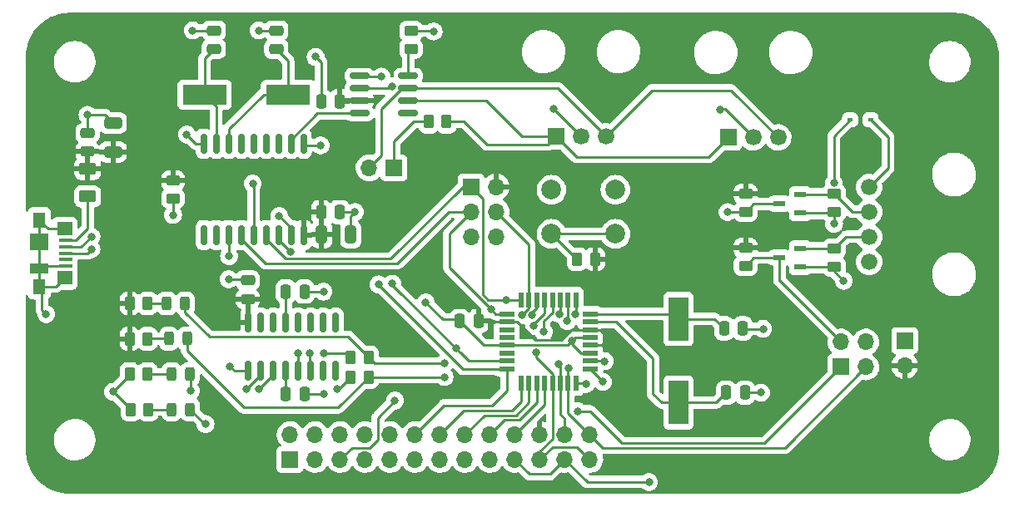
<source format=gtl>
G04 #@! TF.GenerationSoftware,KiCad,Pcbnew,(6.0.7-1)-1*
G04 #@! TF.CreationDate,2022-11-17T12:13:48-08:00*
G04 #@! TF.ProjectId,telemetry-emulator-pcb,74656c65-6d65-4747-9279-2d656d756c61,rev?*
G04 #@! TF.SameCoordinates,Original*
G04 #@! TF.FileFunction,Copper,L1,Top*
G04 #@! TF.FilePolarity,Positive*
%FSLAX46Y46*%
G04 Gerber Fmt 4.6, Leading zero omitted, Abs format (unit mm)*
G04 Created by KiCad (PCBNEW (6.0.7-1)-1) date 2022-11-17 12:13:48*
%MOMM*%
%LPD*%
G01*
G04 APERTURE LIST*
G04 Aperture macros list*
%AMRoundRect*
0 Rectangle with rounded corners*
0 $1 Rounding radius*
0 $2 $3 $4 $5 $6 $7 $8 $9 X,Y pos of 4 corners*
0 Add a 4 corners polygon primitive as box body*
4,1,4,$2,$3,$4,$5,$6,$7,$8,$9,$2,$3,0*
0 Add four circle primitives for the rounded corners*
1,1,$1+$1,$2,$3*
1,1,$1+$1,$4,$5*
1,1,$1+$1,$6,$7*
1,1,$1+$1,$8,$9*
0 Add four rect primitives between the rounded corners*
20,1,$1+$1,$2,$3,$4,$5,0*
20,1,$1+$1,$4,$5,$6,$7,0*
20,1,$1+$1,$6,$7,$8,$9,0*
20,1,$1+$1,$8,$9,$2,$3,0*%
G04 Aperture macros list end*
G04 #@! TA.AperFunction,SMDPad,CuDef*
%ADD10RoundRect,0.250000X-0.250000X-0.475000X0.250000X-0.475000X0.250000X0.475000X-0.250000X0.475000X0*%
G04 #@! TD*
G04 #@! TA.AperFunction,SMDPad,CuDef*
%ADD11RoundRect,0.250000X-0.262500X-0.450000X0.262500X-0.450000X0.262500X0.450000X-0.262500X0.450000X0*%
G04 #@! TD*
G04 #@! TA.AperFunction,SMDPad,CuDef*
%ADD12RoundRect,0.250000X0.650000X-0.325000X0.650000X0.325000X-0.650000X0.325000X-0.650000X-0.325000X0*%
G04 #@! TD*
G04 #@! TA.AperFunction,SMDPad,CuDef*
%ADD13RoundRect,0.150000X0.150000X-0.825000X0.150000X0.825000X-0.150000X0.825000X-0.150000X-0.825000X0*%
G04 #@! TD*
G04 #@! TA.AperFunction,SMDPad,CuDef*
%ADD14RoundRect,0.250000X0.625000X-0.375000X0.625000X0.375000X-0.625000X0.375000X-0.625000X-0.375000X0*%
G04 #@! TD*
G04 #@! TA.AperFunction,SMDPad,CuDef*
%ADD15R,1.300000X0.600000*%
G04 #@! TD*
G04 #@! TA.AperFunction,SMDPad,CuDef*
%ADD16RoundRect,0.250000X0.475000X-0.250000X0.475000X0.250000X-0.475000X0.250000X-0.475000X-0.250000X0*%
G04 #@! TD*
G04 #@! TA.AperFunction,SMDPad,CuDef*
%ADD17RoundRect,0.250000X-0.450000X0.262500X-0.450000X-0.262500X0.450000X-0.262500X0.450000X0.262500X0*%
G04 #@! TD*
G04 #@! TA.AperFunction,SMDPad,CuDef*
%ADD18RoundRect,0.243750X-0.243750X-0.456250X0.243750X-0.456250X0.243750X0.456250X-0.243750X0.456250X0*%
G04 #@! TD*
G04 #@! TA.AperFunction,ComponentPad*
%ADD19C,2.000000*%
G04 #@! TD*
G04 #@! TA.AperFunction,SMDPad,CuDef*
%ADD20R,4.500000X2.000000*%
G04 #@! TD*
G04 #@! TA.AperFunction,ComponentPad*
%ADD21R,1.700000X1.700000*%
G04 #@! TD*
G04 #@! TA.AperFunction,ComponentPad*
%ADD22O,1.700000X1.700000*%
G04 #@! TD*
G04 #@! TA.AperFunction,SMDPad,CuDef*
%ADD23RoundRect,0.250000X0.250000X0.475000X-0.250000X0.475000X-0.250000X-0.475000X0.250000X-0.475000X0*%
G04 #@! TD*
G04 #@! TA.AperFunction,SMDPad,CuDef*
%ADD24RoundRect,0.250000X0.262500X0.450000X-0.262500X0.450000X-0.262500X-0.450000X0.262500X-0.450000X0*%
G04 #@! TD*
G04 #@! TA.AperFunction,SMDPad,CuDef*
%ADD25RoundRect,0.150000X-0.825000X-0.150000X0.825000X-0.150000X0.825000X0.150000X-0.825000X0.150000X0*%
G04 #@! TD*
G04 #@! TA.AperFunction,SMDPad,CuDef*
%ADD26RoundRect,0.250000X-0.475000X0.250000X-0.475000X-0.250000X0.475000X-0.250000X0.475000X0.250000X0*%
G04 #@! TD*
G04 #@! TA.AperFunction,ComponentPad*
%ADD27R,1.690000X1.690000*%
G04 #@! TD*
G04 #@! TA.AperFunction,ComponentPad*
%ADD28C,1.690000*%
G04 #@! TD*
G04 #@! TA.AperFunction,SMDPad,CuDef*
%ADD29RoundRect,0.150000X-0.150000X0.875000X-0.150000X-0.875000X0.150000X-0.875000X0.150000X0.875000X0*%
G04 #@! TD*
G04 #@! TA.AperFunction,ComponentPad*
%ADD30C,1.676400*%
G04 #@! TD*
G04 #@! TA.AperFunction,SMDPad,CuDef*
%ADD31RoundRect,0.250000X0.450000X-0.262500X0.450000X0.262500X-0.450000X0.262500X-0.450000X-0.262500X0*%
G04 #@! TD*
G04 #@! TA.AperFunction,SMDPad,CuDef*
%ADD32R,1.600000X0.550000*%
G04 #@! TD*
G04 #@! TA.AperFunction,SMDPad,CuDef*
%ADD33R,0.550000X1.600000*%
G04 #@! TD*
G04 #@! TA.AperFunction,SMDPad,CuDef*
%ADD34R,1.380000X0.450000*%
G04 #@! TD*
G04 #@! TA.AperFunction,SMDPad,CuDef*
%ADD35R,1.300000X1.650000*%
G04 #@! TD*
G04 #@! TA.AperFunction,SMDPad,CuDef*
%ADD36R,1.900000X1.000000*%
G04 #@! TD*
G04 #@! TA.AperFunction,SMDPad,CuDef*
%ADD37R,1.900000X1.800000*%
G04 #@! TD*
G04 #@! TA.AperFunction,SMDPad,CuDef*
%ADD38R,1.550000X1.425000*%
G04 #@! TD*
G04 #@! TA.AperFunction,SMDPad,CuDef*
%ADD39RoundRect,0.243750X0.243750X0.456250X-0.243750X0.456250X-0.243750X-0.456250X0.243750X-0.456250X0*%
G04 #@! TD*
G04 #@! TA.AperFunction,SMDPad,CuDef*
%ADD40R,0.600000X0.450000*%
G04 #@! TD*
G04 #@! TA.AperFunction,SMDPad,CuDef*
%ADD41RoundRect,0.250000X-0.325000X-0.650000X0.325000X-0.650000X0.325000X0.650000X-0.325000X0.650000X0*%
G04 #@! TD*
G04 #@! TA.AperFunction,SMDPad,CuDef*
%ADD42R,2.000000X4.500000*%
G04 #@! TD*
G04 #@! TA.AperFunction,ViaPad*
%ADD43C,0.800000*%
G04 #@! TD*
G04 #@! TA.AperFunction,Conductor*
%ADD44C,0.250000*%
G04 #@! TD*
G04 APERTURE END LIST*
D10*
X156530000Y-92642000D03*
X158430000Y-92642000D03*
D11*
X96087500Y-97300000D03*
X97912500Y-97300000D03*
X96087500Y-90106000D03*
X97912500Y-90106000D03*
D12*
X94400000Y-74675000D03*
X94400000Y-71725000D03*
D13*
X108155000Y-96975000D03*
X109425000Y-96975000D03*
X110695000Y-96975000D03*
X111965000Y-96975000D03*
X113235000Y-96975000D03*
X114505000Y-96975000D03*
X115775000Y-96975000D03*
X117045000Y-96975000D03*
X117045000Y-92025000D03*
X115775000Y-92025000D03*
X114505000Y-92025000D03*
X113235000Y-92025000D03*
X111965000Y-92025000D03*
X110695000Y-92025000D03*
X109425000Y-92025000D03*
X108155000Y-92025000D03*
D10*
X156750000Y-99200000D03*
X158650000Y-99200000D03*
D14*
X91800000Y-79200000D03*
X91800000Y-76400000D03*
D15*
X164282500Y-80897000D03*
X164282500Y-78997000D03*
X162182500Y-79947000D03*
D16*
X104648000Y-64196000D03*
X104648000Y-62296000D03*
D17*
X167732500Y-84534500D03*
X167732500Y-86359500D03*
D18*
X100362500Y-100900000D03*
X102237500Y-100900000D03*
D19*
X138990000Y-78522000D03*
X145490000Y-78522000D03*
X138990000Y-83022000D03*
X145490000Y-83022000D03*
D20*
X103700000Y-68834000D03*
X112200000Y-68834000D03*
D10*
X111950000Y-88900000D03*
X113850000Y-88900000D03*
D21*
X130810000Y-78232000D03*
D22*
X133350000Y-78232000D03*
X130810000Y-80772000D03*
X133350000Y-80772000D03*
X130810000Y-83312000D03*
X133350000Y-83312000D03*
D23*
X131550000Y-91900000D03*
X129650000Y-91900000D03*
D24*
X120412500Y-97600000D03*
X118587500Y-97600000D03*
D23*
X113850000Y-99300000D03*
X111950000Y-99300000D03*
D25*
X119445000Y-66929000D03*
X119445000Y-68199000D03*
X119445000Y-69469000D03*
X119445000Y-70739000D03*
X124395000Y-70739000D03*
X124395000Y-69469000D03*
X124395000Y-68199000D03*
X124395000Y-66929000D03*
D26*
X91800000Y-72750000D03*
X91800000Y-74650000D03*
D16*
X110998000Y-64196000D03*
X110998000Y-62296000D03*
D27*
X139460000Y-73095000D03*
D28*
X142000000Y-73095000D03*
X144540000Y-73095000D03*
D16*
X108100000Y-89650000D03*
X108100000Y-87750000D03*
D29*
X113792000Y-73836000D03*
X112522000Y-73836000D03*
X111252000Y-73836000D03*
X109982000Y-73836000D03*
X108712000Y-73836000D03*
X107442000Y-73836000D03*
X106172000Y-73836000D03*
X104902000Y-73836000D03*
X103632000Y-73836000D03*
X103632000Y-83136000D03*
X104902000Y-83136000D03*
X106172000Y-83136000D03*
X107442000Y-83136000D03*
X108712000Y-83136000D03*
X109982000Y-83136000D03*
X111252000Y-83136000D03*
X112522000Y-83136000D03*
X113792000Y-83136000D03*
D23*
X117450000Y-69500000D03*
X115550000Y-69500000D03*
D27*
X156960000Y-73195000D03*
D28*
X159500000Y-73195000D03*
X162040000Y-73195000D03*
D10*
X115550000Y-80800000D03*
X117450000Y-80800000D03*
D11*
X96187500Y-100900000D03*
X98012500Y-100900000D03*
D17*
X124714000Y-62333500D03*
X124714000Y-64158500D03*
D30*
X171288500Y-78249500D03*
X171288500Y-80789500D03*
X171288500Y-83329500D03*
X171288500Y-85869500D03*
D11*
X126487500Y-71600000D03*
X128312500Y-71600000D03*
X118587500Y-95600000D03*
X120412500Y-95600000D03*
D31*
X100500000Y-79412500D03*
X100500000Y-77587500D03*
D17*
X158732500Y-78947000D03*
X158732500Y-80772000D03*
D15*
X164282500Y-86397000D03*
X164282500Y-84497000D03*
X162182500Y-85447000D03*
D32*
X142934000Y-96780000D03*
X142934000Y-95980000D03*
X142934000Y-95180000D03*
X142934000Y-94380000D03*
X142934000Y-93580000D03*
X142934000Y-92780000D03*
X142934000Y-91980000D03*
X142934000Y-91180000D03*
D33*
X141484000Y-89730000D03*
X140684000Y-89730000D03*
X139884000Y-89730000D03*
X139084000Y-89730000D03*
X138284000Y-89730000D03*
X137484000Y-89730000D03*
X136684000Y-89730000D03*
X135884000Y-89730000D03*
D32*
X134434000Y-91180000D03*
X134434000Y-91980000D03*
X134434000Y-92780000D03*
X134434000Y-93580000D03*
X134434000Y-94380000D03*
X134434000Y-95180000D03*
X134434000Y-95980000D03*
X134434000Y-96780000D03*
D33*
X135884000Y-98230000D03*
X136684000Y-98230000D03*
X137484000Y-98230000D03*
X138284000Y-98230000D03*
X139084000Y-98230000D03*
X139884000Y-98230000D03*
X140684000Y-98230000D03*
X141484000Y-98230000D03*
D24*
X143412500Y-85600000D03*
X141587500Y-85600000D03*
D34*
X89560000Y-83700000D03*
X89560000Y-84350000D03*
X89560000Y-85000000D03*
X89560000Y-85650000D03*
X89560000Y-86300000D03*
D35*
X86900000Y-81625000D03*
X86900000Y-88375000D03*
D36*
X86900000Y-86550000D03*
D37*
X86900000Y-83850000D03*
D38*
X89475000Y-82512500D03*
X89475000Y-87487500D03*
D39*
X101737500Y-90106000D03*
X99862500Y-90106000D03*
D17*
X167732500Y-78947000D03*
X167732500Y-80772000D03*
D21*
X174900000Y-93900000D03*
D22*
X174900000Y-96440000D03*
D21*
X122975000Y-76300000D03*
D22*
X120435000Y-76300000D03*
D40*
X169350000Y-71400000D03*
X171450000Y-71400000D03*
D39*
X101937500Y-93700000D03*
X100062500Y-93700000D03*
D18*
X100362500Y-97300000D03*
X102237500Y-97300000D03*
D41*
X115625000Y-83100000D03*
X118575000Y-83100000D03*
D11*
X96087500Y-93706000D03*
X97912500Y-93706000D03*
D42*
X151892000Y-91694000D03*
X151892000Y-100194000D03*
D21*
X168425000Y-96575000D03*
D22*
X168425000Y-94035000D03*
X170965000Y-96575000D03*
X170965000Y-94035000D03*
D17*
X158732500Y-84447000D03*
X158732500Y-86272000D03*
D21*
X112400000Y-106000000D03*
D22*
X112400000Y-103460000D03*
X114940000Y-106000000D03*
X114940000Y-103460000D03*
X117480000Y-106000000D03*
X117480000Y-103460000D03*
X120020000Y-106000000D03*
X120020000Y-103460000D03*
X122560000Y-106000000D03*
X122560000Y-103460000D03*
X125100000Y-106000000D03*
X125100000Y-103460000D03*
X127640000Y-106000000D03*
X127640000Y-103460000D03*
X130180000Y-106000000D03*
X130180000Y-103460000D03*
X132720000Y-106000000D03*
X132720000Y-103460000D03*
X135260000Y-106000000D03*
X135260000Y-103460000D03*
X137800000Y-106000000D03*
X137800000Y-103460000D03*
X140340000Y-106000000D03*
X140340000Y-103460000D03*
X142880000Y-106000000D03*
X142880000Y-103460000D03*
D43*
X131600000Y-98700000D03*
X106158698Y-87634100D03*
X139200000Y-70300000D03*
X106300000Y-96500000D03*
X101900000Y-72900000D03*
X115000000Y-65000000D03*
X119000000Y-80800000D03*
X141100000Y-93900000D03*
X122800000Y-68000000D03*
X126200000Y-90000000D03*
X109220000Y-62300000D03*
X127000000Y-62400000D03*
X160300000Y-99200000D03*
X156100000Y-70400000D03*
X94400000Y-99100000D03*
X115800000Y-99300000D03*
X91800000Y-70900000D03*
X87600000Y-91200000D03*
X102500000Y-62300000D03*
X160500000Y-92700000D03*
X148900000Y-108300000D03*
X134370000Y-89730000D03*
X132862652Y-90737348D03*
X108600000Y-77900000D03*
X136000000Y-91300000D03*
X137400000Y-95104500D03*
X115800000Y-88900000D03*
X144200000Y-98100000D03*
X144400000Y-96000000D03*
X141400000Y-91200000D03*
X140600000Y-91900000D03*
X139800000Y-91200000D03*
X123075500Y-100000000D03*
X138200000Y-93000000D03*
X103800000Y-102400000D03*
X137200000Y-92400000D03*
X102300000Y-99000000D03*
X112421924Y-84825500D03*
X122800000Y-88100000D03*
X129300000Y-94700000D03*
X106200000Y-85300000D03*
X121400000Y-88175500D03*
X136999503Y-91300000D03*
X128100000Y-96200000D03*
X141700000Y-101100000D03*
X139700000Y-96300000D03*
X156900000Y-80800000D03*
X142500000Y-98300000D03*
X121700000Y-67000000D03*
X115500000Y-74000000D03*
X114400000Y-95200000D03*
X92200000Y-83300000D03*
X113187701Y-95212299D03*
X92200000Y-84600000D03*
X108000000Y-98800000D03*
X115800000Y-95200000D03*
X109223375Y-98823375D03*
X117200000Y-98800000D03*
X168700000Y-87800000D03*
X167730500Y-82000000D03*
X167700000Y-77835000D03*
X111300000Y-81200000D03*
X100500000Y-81100000D03*
X128100000Y-97600000D03*
X140700000Y-96700000D03*
D44*
X135484000Y-91980000D02*
X137304000Y-93800000D01*
X140000000Y-93800000D02*
X141020000Y-92780000D01*
X134434000Y-91980000D02*
X135484000Y-91980000D01*
X143980000Y-92780000D02*
X144400000Y-93200000D01*
X144400000Y-93200000D02*
X144400000Y-94200000D01*
X141020000Y-92780000D02*
X142934000Y-92780000D01*
X142934000Y-92780000D02*
X143980000Y-92780000D01*
X144220000Y-94380000D02*
X142934000Y-94380000D01*
X131630000Y-91980000D02*
X134434000Y-91980000D01*
X137304000Y-93800000D02*
X140000000Y-93800000D01*
X144400000Y-94200000D02*
X144220000Y-94380000D01*
X106174598Y-87650000D02*
X106158698Y-87634100D01*
X115550000Y-65550000D02*
X115550000Y-69500000D01*
X108100000Y-87650000D02*
X106174598Y-87650000D01*
X141100000Y-94271000D02*
X142009000Y-95180000D01*
X115800000Y-99300000D02*
X113850000Y-99300000D01*
X142009000Y-95180000D02*
X142934000Y-95180000D01*
X106300000Y-96500000D02*
X106775000Y-96975000D01*
X141420000Y-93580000D02*
X142934000Y-93580000D01*
X140620000Y-94380000D02*
X134434000Y-94380000D01*
X139205000Y-70300000D02*
X139200000Y-70300000D01*
X127000000Y-62400000D02*
X126933500Y-62333500D01*
X118575000Y-81225000D02*
X119000000Y-80800000D01*
X122800000Y-68000000D02*
X122601000Y-68199000D01*
X141100000Y-93900000D02*
X141420000Y-93580000D01*
X118575000Y-83100000D02*
X118575000Y-81225000D01*
X106775000Y-96975000D02*
X108155000Y-96975000D01*
X104644000Y-62300000D02*
X104648000Y-62296000D01*
X142640000Y-108300000D02*
X140340000Y-106000000D01*
X159500000Y-73195000D02*
X156605000Y-70300000D01*
X89560000Y-86300000D02*
X87150000Y-86300000D01*
X142000000Y-73095000D02*
X139205000Y-70300000D01*
X89475000Y-82512500D02*
X87787500Y-82512500D01*
X87787500Y-82512500D02*
X86900000Y-81625000D01*
X160500000Y-92700000D02*
X158488000Y-92700000D01*
X91800000Y-70900000D02*
X93575000Y-70900000D01*
X109224000Y-62296000D02*
X109220000Y-62300000D01*
X87600000Y-91200000D02*
X87171000Y-90771000D01*
X158488000Y-92700000D02*
X158430000Y-92642000D01*
X148900000Y-108300000D02*
X142640000Y-108300000D01*
X96187500Y-100887500D02*
X94400000Y-99100000D01*
X86900000Y-86550000D02*
X86900000Y-83850000D01*
X93575000Y-70900000D02*
X94400000Y-71725000D01*
X87171000Y-88646000D02*
X86900000Y-88375000D01*
X141100000Y-93900000D02*
X140620000Y-94380000D01*
X117450000Y-80800000D02*
X119000000Y-80800000D01*
X87171000Y-90771000D02*
X87171000Y-88646000D01*
X136760000Y-107500000D02*
X135260000Y-106000000D01*
X86900000Y-83850000D02*
X86900000Y-81625000D01*
X141100000Y-93900000D02*
X141100000Y-94271000D01*
X129650000Y-91900000D02*
X132130000Y-94380000D01*
X103632000Y-73836000D02*
X102836000Y-73836000D01*
X86900000Y-88375000D02*
X86900000Y-86550000D01*
X115000000Y-65000000D02*
X115550000Y-65550000D01*
X127950000Y-91750000D02*
X129650000Y-91750000D01*
X126200000Y-90000000D02*
X127950000Y-91750000D01*
X138840000Y-107500000D02*
X136760000Y-107500000D01*
X158650000Y-99200000D02*
X160300000Y-99200000D01*
X140340000Y-106000000D02*
X138840000Y-107500000D01*
X102500000Y-62300000D02*
X104644000Y-62300000D01*
X87150000Y-86300000D02*
X86900000Y-86550000D01*
X86900000Y-88375000D02*
X88587500Y-88375000D01*
X96187500Y-100900000D02*
X96187500Y-100887500D01*
X91800000Y-70900000D02*
X91800000Y-72750000D01*
X88587500Y-88375000D02*
X89475000Y-87487500D01*
X96087500Y-97300000D02*
X96087500Y-97412500D01*
X96087500Y-97412500D02*
X94400000Y-99100000D01*
X132130000Y-94380000D02*
X134434000Y-94380000D01*
X156605000Y-70300000D02*
X156500000Y-70300000D01*
X122601000Y-68199000D02*
X119445000Y-68199000D01*
X126933500Y-62333500D02*
X124714000Y-62333500D01*
X110998000Y-62296000D02*
X109224000Y-62296000D01*
X102836000Y-73836000D02*
X101900000Y-72900000D01*
X155756000Y-100194000D02*
X151892000Y-100194000D01*
X149300000Y-95700000D02*
X149300000Y-99300000D01*
X156750000Y-99200000D02*
X155756000Y-100194000D01*
X149300000Y-99300000D02*
X150194000Y-100194000D01*
X145580000Y-91980000D02*
X149300000Y-95700000D01*
X150194000Y-100194000D02*
X151892000Y-100194000D01*
X142934000Y-91980000D02*
X145580000Y-91980000D01*
X155582000Y-91694000D02*
X151892000Y-91694000D01*
X142934000Y-91180000D02*
X151378000Y-91180000D01*
X151378000Y-91180000D02*
X151892000Y-91694000D01*
X156530000Y-92642000D02*
X155582000Y-91694000D01*
X91800000Y-82500000D02*
X91800000Y-79200000D01*
X90600000Y-83700000D02*
X91800000Y-82500000D01*
X89660000Y-83700000D02*
X90600000Y-83700000D01*
X131985000Y-89210305D02*
X131985000Y-79407000D01*
X129968000Y-78232000D02*
X122650000Y-85550000D01*
X134370000Y-89730000D02*
X132504695Y-89730000D01*
X131985000Y-79407000D02*
X130810000Y-78232000D01*
X122650000Y-85550000D02*
X111969249Y-85550000D01*
X109982000Y-83562751D02*
X109982000Y-83136000D01*
X130810000Y-78232000D02*
X129968000Y-78232000D01*
X111969249Y-85550000D02*
X109982000Y-83562751D01*
X135884000Y-89730000D02*
X134370000Y-89730000D01*
X132504695Y-89730000D02*
X131985000Y-89210305D01*
X128600000Y-86474695D02*
X128600000Y-82982000D01*
X132862652Y-90737348D02*
X128600000Y-86474695D01*
X133305305Y-91180000D02*
X132862652Y-90737348D01*
X128528000Y-80772000D02*
X123300000Y-86000000D01*
X107442000Y-83562751D02*
X107442000Y-83136000D01*
X109879249Y-86000000D02*
X107442000Y-83562751D01*
X123300000Y-86000000D02*
X109879249Y-86000000D01*
X128600000Y-82982000D02*
X130810000Y-80772000D01*
X134434000Y-91180000D02*
X133305305Y-91180000D01*
X130810000Y-80772000D02*
X128528000Y-80772000D01*
X136684000Y-89730000D02*
X136684000Y-84106000D01*
X136000000Y-91300000D02*
X136000000Y-91274198D01*
X108600000Y-77900000D02*
X108712000Y-78012000D01*
X136687099Y-89733099D02*
X136684000Y-89730000D01*
X136000000Y-91274198D02*
X136687099Y-90587099D01*
X108712000Y-78012000D02*
X108712000Y-83136000D01*
X136687099Y-90587099D02*
X136687099Y-89733099D01*
X136684000Y-84106000D02*
X133350000Y-80772000D01*
X137400000Y-95621000D02*
X139084000Y-97305000D01*
X141587500Y-85600000D02*
X141568000Y-85600000D01*
X141568000Y-85600000D02*
X138990000Y-83022000D01*
X137400000Y-95104500D02*
X137400000Y-95621000D01*
X137800000Y-105200000D02*
X137800000Y-106000000D01*
X113850000Y-88900000D02*
X115800000Y-88900000D01*
X139084000Y-104716000D02*
X141596000Y-104716000D01*
X145490000Y-83022000D02*
X138990000Y-83022000D01*
X139084000Y-103916000D02*
X137800000Y-105200000D01*
X139084000Y-104716000D02*
X137800000Y-106000000D01*
X139084000Y-97305000D02*
X139084000Y-98230000D01*
X139084000Y-98230000D02*
X139084000Y-103916000D01*
X141596000Y-104716000D02*
X142880000Y-106000000D01*
X144200000Y-98046000D02*
X142934000Y-96780000D01*
X144200000Y-98100000D02*
X144200000Y-98046000D01*
X144400000Y-96000000D02*
X144380000Y-95980000D01*
X144380000Y-95980000D02*
X142934000Y-95980000D01*
X141484000Y-91116000D02*
X141400000Y-91200000D01*
X141484000Y-89730000D02*
X141484000Y-91116000D01*
X140675000Y-89739000D02*
X140675000Y-91825000D01*
X140684000Y-89730000D02*
X140675000Y-89739000D01*
X140675000Y-91825000D02*
X140600000Y-91900000D01*
X139884000Y-89730000D02*
X139884000Y-91116000D01*
X139884000Y-91116000D02*
X139800000Y-91200000D01*
X138200000Y-91900000D02*
X138200000Y-93000000D01*
X103737500Y-102400000D02*
X102237500Y-100900000D01*
X139084000Y-89730000D02*
X139084000Y-91016000D01*
X139084000Y-91016000D02*
X138200000Y-91900000D01*
X120500000Y-104800000D02*
X118680000Y-104800000D01*
X118680000Y-104800000D02*
X117480000Y-106000000D01*
X103800000Y-102400000D02*
X103737500Y-102400000D01*
X121300000Y-104000000D02*
X120500000Y-104800000D01*
X123075500Y-100000000D02*
X121300000Y-101775500D01*
X121300000Y-101775500D02*
X121300000Y-104000000D01*
X138284000Y-91116000D02*
X137200000Y-92200000D01*
X138284000Y-89730000D02*
X138284000Y-91116000D01*
X102300000Y-99000000D02*
X102300000Y-97362500D01*
X102300000Y-97362500D02*
X102237500Y-97300000D01*
X137200000Y-92200000D02*
X137200000Y-92400000D01*
X130580000Y-95980000D02*
X134434000Y-95980000D01*
X111252000Y-83136000D02*
X111252000Y-83655576D01*
X111252000Y-83655576D02*
X112421924Y-84825500D01*
X122800000Y-88200000D02*
X130580000Y-95980000D01*
X122800000Y-88100000D02*
X122800000Y-88200000D01*
X121400000Y-88175500D02*
X121400000Y-88200000D01*
X121400000Y-88200000D02*
X129980000Y-96780000D01*
X128060000Y-100500000D02*
X125100000Y-103460000D01*
X106172000Y-85272000D02*
X106172000Y-83136000D01*
X134434000Y-96780000D02*
X134434000Y-98966000D01*
X132900000Y-100500000D02*
X128060000Y-100500000D01*
X106200000Y-85300000D02*
X106172000Y-85272000D01*
X134434000Y-98966000D02*
X132900000Y-100500000D01*
X129980000Y-96780000D02*
X134434000Y-96780000D01*
X136999503Y-91300000D02*
X136999503Y-91000497D01*
X136999503Y-91000497D02*
X137500000Y-90500000D01*
X135884000Y-98230000D02*
X135884000Y-100116000D01*
X135000000Y-101000000D02*
X130100000Y-101000000D01*
X135884000Y-100116000D02*
X135000000Y-101000000D01*
X130100000Y-101000000D02*
X127640000Y-103460000D01*
X136684000Y-100216000D02*
X135400000Y-101500000D01*
X135400000Y-101500000D02*
X132140000Y-101500000D01*
X132140000Y-101500000D02*
X130180000Y-103460000D01*
X136684000Y-98230000D02*
X136684000Y-100216000D01*
X137484000Y-100216000D02*
X135700000Y-102000000D01*
X135700000Y-102000000D02*
X134180000Y-102000000D01*
X134180000Y-102000000D02*
X132720000Y-103460000D01*
X137484000Y-98230000D02*
X137484000Y-100216000D01*
X104200000Y-93500000D02*
X118312500Y-93500000D01*
X101737500Y-91037500D02*
X104200000Y-93500000D01*
X160650000Y-104350000D02*
X168425000Y-96575000D01*
X120412500Y-95600000D02*
X121012500Y-96200000D01*
X139884000Y-98230000D02*
X139884000Y-96484000D01*
X146150000Y-104350000D02*
X160650000Y-104350000D01*
X118312500Y-93500000D02*
X120412500Y-95600000D01*
X101737500Y-90106000D02*
X101737500Y-91037500D01*
X139884000Y-98230000D02*
X139884000Y-101384000D01*
X140340000Y-101840000D02*
X140340000Y-103460000D01*
X141700000Y-101100000D02*
X142900000Y-101100000D01*
X139884000Y-101384000D02*
X140340000Y-101840000D01*
X121012500Y-96200000D02*
X128100000Y-96200000D01*
X139884000Y-96484000D02*
X139700000Y-96300000D01*
X142900000Y-101100000D02*
X146150000Y-104350000D01*
X159557500Y-79947000D02*
X158732500Y-80772000D01*
X158704500Y-80800000D02*
X158732500Y-80772000D01*
X156900000Y-80800000D02*
X158704500Y-80800000D01*
X162182500Y-79947000D02*
X159557500Y-79947000D01*
X138284000Y-98230000D02*
X138284000Y-100436000D01*
X138284000Y-100436000D02*
X135260000Y-103460000D01*
X139460000Y-73095000D02*
X141565000Y-75200000D01*
X141565000Y-75200000D02*
X154955000Y-75200000D01*
X138655000Y-73900000D02*
X139460000Y-73095000D01*
X132400000Y-73900000D02*
X138655000Y-73900000D01*
X130100000Y-71600000D02*
X132400000Y-73900000D01*
X128312500Y-71600000D02*
X130100000Y-71600000D01*
X132369000Y-69469000D02*
X135995000Y-73095000D01*
X154955000Y-75200000D02*
X156960000Y-73195000D01*
X124395000Y-69469000D02*
X132369000Y-69469000D01*
X135995000Y-73095000D02*
X139460000Y-73095000D01*
X121700000Y-75035000D02*
X120435000Y-76300000D01*
X144540000Y-73095000D02*
X149235000Y-68400000D01*
X123801000Y-68199000D02*
X121700000Y-70300000D01*
X149235000Y-68400000D02*
X157245000Y-68400000D01*
X124395000Y-68199000D02*
X123801000Y-68199000D01*
X157245000Y-68400000D02*
X162040000Y-73195000D01*
X121700000Y-70300000D02*
X121700000Y-75035000D01*
X124395000Y-68199000D02*
X139644000Y-68199000D01*
X139644000Y-68199000D02*
X144540000Y-73095000D01*
X159557500Y-85447000D02*
X162182500Y-85447000D01*
X158732500Y-86272000D02*
X159557500Y-85447000D01*
X162200000Y-87810000D02*
X162200000Y-87800000D01*
X168425000Y-94035000D02*
X162200000Y-87810000D01*
X162200000Y-87800000D02*
X162182500Y-87782500D01*
X162182500Y-87782500D02*
X162182500Y-85447000D01*
X167682500Y-78997000D02*
X167732500Y-78947000D01*
X169575000Y-80789500D02*
X171288500Y-80789500D01*
X167732500Y-78947000D02*
X169575000Y-80789500D01*
X164282500Y-78997000D02*
X167682500Y-78997000D01*
X168937500Y-83329500D02*
X171288500Y-83329500D01*
X164282500Y-84497000D02*
X167695000Y-84497000D01*
X167732500Y-84534500D02*
X168937500Y-83329500D01*
X167695000Y-84497000D02*
X167732500Y-84534500D01*
X142500000Y-98300000D02*
X142430000Y-98230000D01*
X142430000Y-98230000D02*
X141484000Y-98230000D01*
X111950000Y-88900000D02*
X111950000Y-92010000D01*
X111950000Y-92010000D02*
X111965000Y-92025000D01*
X111965000Y-96975000D02*
X111965000Y-99685000D01*
X109700000Y-68834000D02*
X106172000Y-72362000D01*
X112200000Y-65398000D02*
X112200000Y-68834000D01*
X110998000Y-64196000D02*
X112200000Y-65398000D01*
X112200000Y-68834000D02*
X109700000Y-68834000D01*
X106172000Y-72362000D02*
X106172000Y-73836000D01*
X99862500Y-90106000D02*
X97912500Y-90106000D01*
X113956000Y-74000000D02*
X113792000Y-73836000D01*
X115500000Y-74000000D02*
X113956000Y-74000000D01*
X121700000Y-67000000D02*
X119516000Y-67000000D01*
X119516000Y-67000000D02*
X119445000Y-66929000D01*
X115192249Y-70739000D02*
X112522000Y-73409249D01*
X112522000Y-73409249D02*
X112522000Y-73836000D01*
X119445000Y-70739000D02*
X115192249Y-70739000D01*
X124395000Y-64477500D02*
X124714000Y-64158500D01*
X124395000Y-66929000D02*
X124395000Y-64477500D01*
X114400000Y-96870000D02*
X114505000Y-96975000D01*
X114400000Y-95200000D02*
X114400000Y-96870000D01*
X89660000Y-84350000D02*
X91150000Y-84350000D01*
X91150000Y-84350000D02*
X92200000Y-83300000D01*
X113187701Y-96927701D02*
X113235000Y-96975000D01*
X113187701Y-95212299D02*
X113187701Y-96927701D01*
X91800000Y-85000000D02*
X92200000Y-84600000D01*
X89660000Y-85000000D02*
X91800000Y-85000000D01*
X97918500Y-93700000D02*
X97912500Y-93706000D01*
X100062500Y-93700000D02*
X97918500Y-93700000D01*
X100362500Y-100900000D02*
X98012500Y-100900000D01*
X100362500Y-97300000D02*
X97912500Y-97300000D01*
X118187500Y-95200000D02*
X118587500Y-95600000D01*
X109425000Y-97375000D02*
X109425000Y-96975000D01*
X108000000Y-98800000D02*
X109425000Y-97375000D01*
X115800000Y-95200000D02*
X118187500Y-95200000D01*
X117387500Y-98800000D02*
X118587500Y-97600000D01*
X110695000Y-97351751D02*
X110695000Y-96975000D01*
X109223375Y-98823375D02*
X110695000Y-97351751D01*
X117200000Y-98800000D02*
X117387500Y-98800000D01*
X122975000Y-76300000D02*
X122975000Y-73625000D01*
X125000000Y-71600000D02*
X126487500Y-71600000D01*
X122975000Y-73625000D02*
X125000000Y-71600000D01*
X167732500Y-81998000D02*
X167732500Y-80772000D01*
X169350000Y-71400000D02*
X167700000Y-73050000D01*
X164282500Y-80897000D02*
X167607500Y-80897000D01*
X167732500Y-86832500D02*
X167732500Y-86359500D01*
X167730500Y-82000000D02*
X167732500Y-81998000D01*
X167607500Y-80897000D02*
X167732500Y-80772000D01*
X167695000Y-86397000D02*
X167732500Y-86359500D01*
X167700000Y-73050000D02*
X167700000Y-77835000D01*
X164282500Y-86397000D02*
X167695000Y-86397000D01*
X168700000Y-87800000D02*
X167732500Y-86832500D01*
X112522000Y-83136000D02*
X112522000Y-82422000D01*
X112522000Y-82422000D02*
X111300000Y-81200000D01*
X100500000Y-79412500D02*
X100500000Y-81100000D01*
X103700000Y-65144000D02*
X103700000Y-68834000D01*
X104902000Y-70036000D02*
X104902000Y-73836000D01*
X104648000Y-64196000D02*
X103700000Y-65144000D01*
X103700000Y-68834000D02*
X104902000Y-70036000D01*
X171288500Y-78249500D02*
X173200000Y-76338000D01*
X173200000Y-76338000D02*
X173200000Y-73150000D01*
X173200000Y-73150000D02*
X171450000Y-71400000D01*
X144220000Y-104800000D02*
X162740000Y-104800000D01*
X140684000Y-98230000D02*
X140684000Y-101264000D01*
X140684000Y-96716000D02*
X140684000Y-98230000D01*
X107700000Y-100700000D02*
X117312500Y-100700000D01*
X101937500Y-94937500D02*
X107700000Y-100700000D01*
X162740000Y-104800000D02*
X170965000Y-96575000D01*
X142880000Y-103460000D02*
X144220000Y-104800000D01*
X101937500Y-93700000D02*
X101937500Y-94937500D01*
X140684000Y-101264000D02*
X142880000Y-103460000D01*
X117312500Y-100700000D02*
X120412500Y-97600000D01*
X120412500Y-97600000D02*
X128100000Y-97600000D01*
X140700000Y-96700000D02*
X140684000Y-96716000D01*
G04 #@! TA.AperFunction,Conductor*
G36*
X179970018Y-60510000D02*
G01*
X179984851Y-60512310D01*
X179984855Y-60512310D01*
X179993724Y-60513691D01*
X180014183Y-60511016D01*
X180036007Y-60510072D01*
X180385965Y-60525352D01*
X180396913Y-60526310D01*
X180774498Y-60576019D01*
X180785307Y-60577926D01*
X181157114Y-60660353D01*
X181167731Y-60663198D01*
X181530939Y-60777718D01*
X181541254Y-60781471D01*
X181893123Y-60927220D01*
X181903067Y-60931858D01*
X182240867Y-61107705D01*
X182250387Y-61113201D01*
X182571574Y-61317820D01*
X182580578Y-61324124D01*
X182882716Y-61555962D01*
X182891137Y-61563028D01*
X183171914Y-61820314D01*
X183179686Y-61828086D01*
X183436972Y-62108863D01*
X183444038Y-62117284D01*
X183675876Y-62419422D01*
X183682180Y-62428426D01*
X183728189Y-62500646D01*
X183862062Y-62710783D01*
X183886799Y-62749613D01*
X183892294Y-62759132D01*
X184065116Y-63091118D01*
X184068138Y-63096924D01*
X184072780Y-63106877D01*
X184206178Y-63428928D01*
X184218526Y-63458739D01*
X184222282Y-63469061D01*
X184323834Y-63791139D01*
X184336802Y-63832268D01*
X184339647Y-63842885D01*
X184421576Y-64212442D01*
X184422073Y-64214685D01*
X184423981Y-64225502D01*
X184464968Y-64536837D01*
X184473690Y-64603086D01*
X184474648Y-64614035D01*
X184489198Y-64947266D01*
X184489603Y-64956552D01*
X184488223Y-64981429D01*
X184486309Y-64993724D01*
X184487473Y-65002626D01*
X184487473Y-65002628D01*
X184490436Y-65025283D01*
X184491500Y-65041621D01*
X184491500Y-104950633D01*
X184490000Y-104970018D01*
X184487690Y-104984851D01*
X184487690Y-104984855D01*
X184486309Y-104993724D01*
X184488984Y-105014183D01*
X184489928Y-105036007D01*
X184477220Y-105327048D01*
X184474648Y-105385964D01*
X184473690Y-105396913D01*
X184424265Y-105772342D01*
X184423982Y-105774490D01*
X184422074Y-105785307D01*
X184394997Y-105907445D01*
X184339647Y-106157114D01*
X184336802Y-106167732D01*
X184222285Y-106530932D01*
X184218529Y-106541254D01*
X184075260Y-106887137D01*
X184072784Y-106893114D01*
X184068142Y-106903067D01*
X183927534Y-107173173D01*
X183892295Y-107240867D01*
X183886799Y-107250387D01*
X183682180Y-107571574D01*
X183675876Y-107580578D01*
X183444038Y-107882716D01*
X183436972Y-107891137D01*
X183179686Y-108171914D01*
X183171914Y-108179686D01*
X182891137Y-108436972D01*
X182882716Y-108444038D01*
X182580578Y-108675876D01*
X182571574Y-108682180D01*
X182273005Y-108872390D01*
X182250387Y-108886799D01*
X182240868Y-108892294D01*
X181903067Y-109068142D01*
X181893123Y-109072780D01*
X181541254Y-109218529D01*
X181530939Y-109222282D01*
X181167732Y-109336802D01*
X181157115Y-109339647D01*
X180785307Y-109422074D01*
X180774498Y-109423981D01*
X180396914Y-109473690D01*
X180385965Y-109474648D01*
X180043446Y-109489603D01*
X180018571Y-109488223D01*
X180006276Y-109486309D01*
X179997374Y-109487473D01*
X179997372Y-109487473D01*
X179982323Y-109489441D01*
X179974714Y-109490436D01*
X179958379Y-109491500D01*
X90049367Y-109491500D01*
X90029982Y-109490000D01*
X90015149Y-109487690D01*
X90015145Y-109487690D01*
X90006276Y-109486309D01*
X89985817Y-109488984D01*
X89963993Y-109489928D01*
X89614035Y-109474648D01*
X89603086Y-109473690D01*
X89225502Y-109423981D01*
X89214693Y-109422074D01*
X88842885Y-109339647D01*
X88832268Y-109336802D01*
X88469061Y-109222282D01*
X88458746Y-109218529D01*
X88106877Y-109072780D01*
X88096933Y-109068142D01*
X87759132Y-108892294D01*
X87749613Y-108886799D01*
X87726996Y-108872390D01*
X87428426Y-108682180D01*
X87419422Y-108675876D01*
X87117284Y-108444038D01*
X87108863Y-108436972D01*
X86828086Y-108179686D01*
X86820314Y-108171914D01*
X86563028Y-107891137D01*
X86555962Y-107882716D01*
X86324124Y-107580578D01*
X86317820Y-107571574D01*
X86113201Y-107250387D01*
X86107705Y-107240867D01*
X86072466Y-107173173D01*
X85931858Y-106903067D01*
X85927216Y-106893114D01*
X85924741Y-106887137D01*
X85781471Y-106541254D01*
X85777715Y-106530932D01*
X85663198Y-106167732D01*
X85660353Y-106157114D01*
X85605003Y-105907445D01*
X85577926Y-105785307D01*
X85576018Y-105774490D01*
X85575736Y-105772342D01*
X85526310Y-105396913D01*
X85525352Y-105385964D01*
X85520611Y-105277380D01*
X85510561Y-105047206D01*
X85512188Y-105020805D01*
X85512769Y-105017352D01*
X85512770Y-105017345D01*
X85513576Y-105012552D01*
X85513729Y-105000000D01*
X85509773Y-104972376D01*
X85508500Y-104954514D01*
X85508500Y-104132703D01*
X88390743Y-104132703D01*
X88391302Y-104136947D01*
X88391302Y-104136951D01*
X88395150Y-104166179D01*
X88428268Y-104417734D01*
X88429401Y-104421874D01*
X88429401Y-104421876D01*
X88433604Y-104437240D01*
X88504129Y-104695036D01*
X88505813Y-104698984D01*
X88614807Y-104954514D01*
X88616923Y-104959476D01*
X88674566Y-105055791D01*
X88739602Y-105164457D01*
X88764561Y-105206161D01*
X88944313Y-105430528D01*
X89152851Y-105628423D01*
X89386317Y-105796186D01*
X89390112Y-105798195D01*
X89390113Y-105798196D01*
X89411869Y-105809715D01*
X89640392Y-105930712D01*
X89910373Y-106029511D01*
X90191264Y-106090755D01*
X90219841Y-106093004D01*
X90414282Y-106108307D01*
X90414291Y-106108307D01*
X90416739Y-106108500D01*
X90572271Y-106108500D01*
X90574407Y-106108354D01*
X90574418Y-106108354D01*
X90782548Y-106094165D01*
X90782554Y-106094164D01*
X90786825Y-106093873D01*
X90791020Y-106093004D01*
X90791022Y-106093004D01*
X90934747Y-106063240D01*
X91068342Y-106035574D01*
X91339343Y-105939607D01*
X91594812Y-105807750D01*
X91598313Y-105805289D01*
X91598317Y-105805287D01*
X91712418Y-105725095D01*
X91830023Y-105642441D01*
X91908403Y-105569606D01*
X92037479Y-105449661D01*
X92037481Y-105449658D01*
X92040622Y-105446740D01*
X92222713Y-105224268D01*
X92372927Y-104979142D01*
X92406222Y-104903295D01*
X92486757Y-104719830D01*
X92488483Y-104715898D01*
X92567244Y-104439406D01*
X92607751Y-104154784D01*
X92607795Y-104146498D01*
X92609235Y-103871583D01*
X92609235Y-103871576D01*
X92609257Y-103867297D01*
X92608545Y-103861885D01*
X92586442Y-103693998D01*
X92571732Y-103582266D01*
X92495871Y-103304964D01*
X92450924Y-103199588D01*
X92384763Y-103044476D01*
X92384761Y-103044472D01*
X92383077Y-103040524D01*
X92292529Y-102889229D01*
X92237643Y-102797521D01*
X92237640Y-102797517D01*
X92235439Y-102793839D01*
X92055687Y-102569472D01*
X91847149Y-102371577D01*
X91635007Y-102219137D01*
X91617172Y-102206321D01*
X91617171Y-102206320D01*
X91613683Y-102203814D01*
X91599071Y-102196077D01*
X91492177Y-102139480D01*
X91359608Y-102069288D01*
X91167843Y-101999112D01*
X91093658Y-101971964D01*
X91093656Y-101971963D01*
X91089627Y-101970489D01*
X90808736Y-101909245D01*
X90777685Y-101906801D01*
X90585718Y-101891693D01*
X90585709Y-101891693D01*
X90583261Y-101891500D01*
X90427729Y-101891500D01*
X90425593Y-101891646D01*
X90425582Y-101891646D01*
X90217452Y-101905835D01*
X90217446Y-101905836D01*
X90213175Y-101906127D01*
X90208980Y-101906996D01*
X90208978Y-101906996D01*
X90072416Y-101935277D01*
X89931658Y-101964426D01*
X89660657Y-102060393D01*
X89592214Y-102095719D01*
X89409292Y-102190132D01*
X89405188Y-102192250D01*
X89401687Y-102194711D01*
X89401683Y-102194713D01*
X89316607Y-102254506D01*
X89169977Y-102357559D01*
X89091597Y-102430394D01*
X88966696Y-102546460D01*
X88959378Y-102553260D01*
X88777287Y-102775732D01*
X88627073Y-103020858D01*
X88511517Y-103284102D01*
X88432756Y-103560594D01*
X88392249Y-103845216D01*
X88392227Y-103849505D01*
X88392226Y-103849512D01*
X88390810Y-104119857D01*
X88390743Y-104132703D01*
X85508500Y-104132703D01*
X85508500Y-99100000D01*
X93486496Y-99100000D01*
X93487186Y-99106565D01*
X93496608Y-99196206D01*
X93506458Y-99289928D01*
X93565473Y-99471556D01*
X93660960Y-99636944D01*
X93665378Y-99641851D01*
X93665379Y-99641852D01*
X93767780Y-99755580D01*
X93788747Y-99778866D01*
X93848300Y-99822134D01*
X93926385Y-99878866D01*
X93943248Y-99891118D01*
X93949276Y-99893802D01*
X93949278Y-99893803D01*
X94066163Y-99945843D01*
X94117712Y-99968794D01*
X94204479Y-99987237D01*
X94298056Y-100007128D01*
X94298061Y-100007128D01*
X94304513Y-100008500D01*
X94360405Y-100008500D01*
X94428526Y-100028502D01*
X94449501Y-100045405D01*
X95129596Y-100725501D01*
X95163621Y-100787813D01*
X95166500Y-100814596D01*
X95166500Y-101400400D01*
X95166837Y-101403646D01*
X95166837Y-101403650D01*
X95176095Y-101492872D01*
X95177474Y-101506166D01*
X95179655Y-101512702D01*
X95179655Y-101512704D01*
X95195455Y-101560062D01*
X95233450Y-101673946D01*
X95326522Y-101824348D01*
X95331704Y-101829521D01*
X95372218Y-101869964D01*
X95451697Y-101949305D01*
X95457927Y-101953145D01*
X95457928Y-101953146D01*
X95595431Y-102037904D01*
X95602262Y-102042115D01*
X95657369Y-102060393D01*
X95763611Y-102095632D01*
X95763613Y-102095632D01*
X95770139Y-102097797D01*
X95776975Y-102098497D01*
X95776978Y-102098498D01*
X95819271Y-102102831D01*
X95874600Y-102108500D01*
X96500400Y-102108500D01*
X96503646Y-102108163D01*
X96503650Y-102108163D01*
X96599308Y-102098238D01*
X96599312Y-102098237D01*
X96606166Y-102097526D01*
X96612702Y-102095345D01*
X96612704Y-102095345D01*
X96763707Y-102044966D01*
X96773946Y-102041550D01*
X96924348Y-101948478D01*
X97010784Y-101861891D01*
X97073066Y-101827812D01*
X97143886Y-101832815D01*
X97188975Y-101861736D01*
X97236567Y-101909245D01*
X97276697Y-101949305D01*
X97282927Y-101953145D01*
X97282928Y-101953146D01*
X97420431Y-102037904D01*
X97427262Y-102042115D01*
X97482369Y-102060393D01*
X97588611Y-102095632D01*
X97588613Y-102095632D01*
X97595139Y-102097797D01*
X97601975Y-102098497D01*
X97601978Y-102098498D01*
X97644271Y-102102831D01*
X97699600Y-102108500D01*
X98325400Y-102108500D01*
X98328646Y-102108163D01*
X98328650Y-102108163D01*
X98424308Y-102098238D01*
X98424312Y-102098237D01*
X98431166Y-102097526D01*
X98437702Y-102095345D01*
X98437704Y-102095345D01*
X98588707Y-102044966D01*
X98598946Y-102041550D01*
X98749348Y-101948478D01*
X98874305Y-101823303D01*
X98885356Y-101805375D01*
X98963275Y-101678968D01*
X98963276Y-101678966D01*
X98967115Y-101672738D01*
X98984663Y-101619832D01*
X99025094Y-101561473D01*
X99090658Y-101534236D01*
X99104256Y-101533500D01*
X99294056Y-101533500D01*
X99362177Y-101553502D01*
X99408670Y-101607158D01*
X99413579Y-101619623D01*
X99430522Y-101670405D01*
X99432898Y-101677526D01*
X99525203Y-101826689D01*
X99649347Y-101950617D01*
X99655577Y-101954457D01*
X99655578Y-101954458D01*
X99683978Y-101971964D01*
X99798671Y-102042661D01*
X99805619Y-102044966D01*
X99805620Y-102044966D01*
X99958634Y-102095719D01*
X99958636Y-102095719D01*
X99965165Y-102097885D01*
X100068769Y-102108500D01*
X100360234Y-102108500D01*
X100656230Y-102108499D01*
X100761129Y-102097616D01*
X100767660Y-102095437D01*
X100767665Y-102095436D01*
X100920578Y-102044420D01*
X100927526Y-102042102D01*
X101076689Y-101949797D01*
X101200617Y-101825653D01*
X101202419Y-101822730D01*
X101259029Y-101782592D01*
X101329952Y-101779358D01*
X101391364Y-101814982D01*
X101396916Y-101821378D01*
X101400203Y-101826689D01*
X101524347Y-101950617D01*
X101530577Y-101954457D01*
X101530578Y-101954458D01*
X101558978Y-101971964D01*
X101673671Y-102042661D01*
X101680619Y-102044966D01*
X101680620Y-102044966D01*
X101833634Y-102095719D01*
X101833636Y-102095719D01*
X101840165Y-102097885D01*
X101943769Y-102108500D01*
X101995487Y-102108500D01*
X102497905Y-102108499D01*
X102566026Y-102128501D01*
X102587000Y-102145404D01*
X102860218Y-102418622D01*
X102894244Y-102480934D01*
X102896433Y-102494543D01*
X102906458Y-102589928D01*
X102908498Y-102596205D01*
X102908498Y-102596207D01*
X102936471Y-102682297D01*
X102965473Y-102771556D01*
X102968776Y-102777278D01*
X102968777Y-102777279D01*
X102978338Y-102793839D01*
X103060960Y-102936944D01*
X103065378Y-102941851D01*
X103065379Y-102941852D01*
X103150904Y-103036837D01*
X103188747Y-103078866D01*
X103343248Y-103191118D01*
X103349276Y-103193802D01*
X103349278Y-103193803D01*
X103447112Y-103237361D01*
X103517712Y-103268794D01*
X103609151Y-103288230D01*
X103698056Y-103307128D01*
X103698061Y-103307128D01*
X103704513Y-103308500D01*
X103895487Y-103308500D01*
X103901939Y-103307128D01*
X103901944Y-103307128D01*
X103990849Y-103288230D01*
X104082288Y-103268794D01*
X104152888Y-103237361D01*
X104250722Y-103193803D01*
X104250724Y-103193802D01*
X104256752Y-103191118D01*
X104411253Y-103078866D01*
X104449096Y-103036837D01*
X104534621Y-102941852D01*
X104534622Y-102941851D01*
X104539040Y-102936944D01*
X104621662Y-102793839D01*
X104631223Y-102777279D01*
X104631224Y-102777278D01*
X104634527Y-102771556D01*
X104693542Y-102589928D01*
X104703464Y-102495531D01*
X104712814Y-102406565D01*
X104713504Y-102400000D01*
X104709043Y-102357559D01*
X104694232Y-102216635D01*
X104694232Y-102216633D01*
X104693542Y-102210072D01*
X104634527Y-102028444D01*
X104539040Y-101863056D01*
X104519319Y-101841153D01*
X104415675Y-101726045D01*
X104415674Y-101726044D01*
X104411253Y-101721134D01*
X104309064Y-101646889D01*
X104262094Y-101612763D01*
X104262093Y-101612762D01*
X104256752Y-101608882D01*
X104250724Y-101606198D01*
X104250722Y-101606197D01*
X104088319Y-101533891D01*
X104088318Y-101533891D01*
X104082288Y-101531206D01*
X103964485Y-101506166D01*
X103901944Y-101492872D01*
X103901939Y-101492872D01*
X103895487Y-101491500D01*
X103777095Y-101491500D01*
X103708974Y-101471498D01*
X103688000Y-101454595D01*
X103270405Y-101037000D01*
X103236379Y-100974688D01*
X103233500Y-100947905D01*
X103233499Y-100397037D01*
X103233499Y-100393770D01*
X103222616Y-100288871D01*
X103220437Y-100282340D01*
X103220436Y-100282335D01*
X103169420Y-100129422D01*
X103167102Y-100122474D01*
X103074797Y-99973311D01*
X102950653Y-99849383D01*
X102944419Y-99845540D01*
X102942813Y-99844272D01*
X102901750Y-99786355D01*
X102898517Y-99715432D01*
X102927266Y-99661082D01*
X103039040Y-99536944D01*
X103113294Y-99408333D01*
X103131223Y-99377279D01*
X103131224Y-99377278D01*
X103134527Y-99371556D01*
X103193542Y-99189928D01*
X103196046Y-99166109D01*
X103212814Y-99006565D01*
X103213504Y-99000000D01*
X103204052Y-98910072D01*
X103194232Y-98816635D01*
X103194232Y-98816633D01*
X103193542Y-98810072D01*
X103134527Y-98628444D01*
X103103809Y-98575238D01*
X103042343Y-98468777D01*
X103039040Y-98463056D01*
X103023936Y-98446282D01*
X102993219Y-98382276D01*
X103001982Y-98311823D01*
X103028399Y-98272953D01*
X103043174Y-98258153D01*
X103075617Y-98225653D01*
X103080907Y-98217072D01*
X103123116Y-98148595D01*
X103167661Y-98076329D01*
X103175058Y-98054027D01*
X103220719Y-97916366D01*
X103220719Y-97916364D01*
X103222885Y-97909835D01*
X103233500Y-97806231D01*
X103233499Y-97433591D01*
X103253501Y-97365473D01*
X103307156Y-97318980D01*
X103377430Y-97308875D01*
X103442011Y-97338368D01*
X103448594Y-97344498D01*
X107196343Y-101092247D01*
X107203887Y-101100537D01*
X107208000Y-101107018D01*
X107213777Y-101112443D01*
X107257667Y-101153658D01*
X107260509Y-101156413D01*
X107280231Y-101176135D01*
X107283355Y-101178558D01*
X107283359Y-101178562D01*
X107283424Y-101178612D01*
X107292445Y-101186317D01*
X107324679Y-101216586D01*
X107331627Y-101220405D01*
X107331629Y-101220407D01*
X107342432Y-101226346D01*
X107358959Y-101237202D01*
X107368698Y-101244757D01*
X107368700Y-101244758D01*
X107374960Y-101249614D01*
X107415540Y-101267174D01*
X107426188Y-101272391D01*
X107456904Y-101289277D01*
X107464940Y-101293695D01*
X107472616Y-101295666D01*
X107472619Y-101295667D01*
X107484562Y-101298733D01*
X107503267Y-101305137D01*
X107521855Y-101313181D01*
X107529678Y-101314420D01*
X107529688Y-101314423D01*
X107565524Y-101320099D01*
X107577144Y-101322505D01*
X107608959Y-101330673D01*
X107619970Y-101333500D01*
X107640224Y-101333500D01*
X107659934Y-101335051D01*
X107679943Y-101338220D01*
X107687835Y-101337474D01*
X107706580Y-101335702D01*
X107723962Y-101334059D01*
X107735819Y-101333500D01*
X117233733Y-101333500D01*
X117244916Y-101334027D01*
X117252409Y-101335702D01*
X117260335Y-101335453D01*
X117260336Y-101335453D01*
X117320486Y-101333562D01*
X117324445Y-101333500D01*
X117352356Y-101333500D01*
X117356291Y-101333003D01*
X117356356Y-101332995D01*
X117368193Y-101332062D01*
X117400451Y-101331048D01*
X117404470Y-101330922D01*
X117412389Y-101330673D01*
X117431843Y-101325021D01*
X117451200Y-101321013D01*
X117463430Y-101319468D01*
X117463431Y-101319468D01*
X117471297Y-101318474D01*
X117478668Y-101315555D01*
X117478670Y-101315555D01*
X117512412Y-101302196D01*
X117523642Y-101298351D01*
X117558483Y-101288229D01*
X117558484Y-101288229D01*
X117566093Y-101286018D01*
X117572912Y-101281985D01*
X117572917Y-101281983D01*
X117583528Y-101275707D01*
X117601276Y-101267012D01*
X117620117Y-101259552D01*
X117655887Y-101233564D01*
X117665807Y-101227048D01*
X117697035Y-101208580D01*
X117697038Y-101208578D01*
X117703862Y-101204542D01*
X117718183Y-101190221D01*
X117733217Y-101177380D01*
X117734931Y-101176135D01*
X117749607Y-101165472D01*
X117777798Y-101131395D01*
X117785788Y-101122616D01*
X120063000Y-98845405D01*
X120125312Y-98811379D01*
X120152095Y-98808500D01*
X120725400Y-98808500D01*
X120728646Y-98808163D01*
X120728650Y-98808163D01*
X120824308Y-98798238D01*
X120824312Y-98798237D01*
X120831166Y-98797526D01*
X120837702Y-98795345D01*
X120837704Y-98795345D01*
X120991998Y-98743868D01*
X120998946Y-98741550D01*
X121149348Y-98648478D01*
X121274305Y-98523303D01*
X121283430Y-98508500D01*
X121363275Y-98378968D01*
X121363276Y-98378966D01*
X121367115Y-98372738D01*
X121384663Y-98319832D01*
X121425094Y-98261473D01*
X121490658Y-98234236D01*
X121504256Y-98233500D01*
X127391800Y-98233500D01*
X127459921Y-98253502D01*
X127479147Y-98269843D01*
X127479420Y-98269540D01*
X127484332Y-98273963D01*
X127488747Y-98278866D01*
X127494939Y-98283365D01*
X127594376Y-98355610D01*
X127643248Y-98391118D01*
X127649276Y-98393802D01*
X127649278Y-98393803D01*
X127804824Y-98463056D01*
X127817712Y-98468794D01*
X127911113Y-98488647D01*
X127998056Y-98507128D01*
X127998061Y-98507128D01*
X128004513Y-98508500D01*
X128195487Y-98508500D01*
X128201939Y-98507128D01*
X128201944Y-98507128D01*
X128288887Y-98488647D01*
X128382288Y-98468794D01*
X128395176Y-98463056D01*
X128550722Y-98393803D01*
X128550724Y-98393802D01*
X128556752Y-98391118D01*
X128711253Y-98278866D01*
X128752101Y-98233500D01*
X128834621Y-98141852D01*
X128834622Y-98141851D01*
X128839040Y-98136944D01*
X128934527Y-97971556D01*
X128993542Y-97789928D01*
X128996844Y-97758517D01*
X129012814Y-97606565D01*
X129013504Y-97600000D01*
X129006945Y-97537595D01*
X128994232Y-97416635D01*
X128994232Y-97416633D01*
X128993542Y-97410072D01*
X128934527Y-97228444D01*
X128839040Y-97063056D01*
X128768137Y-96984310D01*
X128737419Y-96920303D01*
X128746184Y-96849849D01*
X128768137Y-96815690D01*
X128834619Y-96741854D01*
X128839040Y-96736944D01*
X128839136Y-96737030D01*
X128893058Y-96695450D01*
X128963794Y-96689375D01*
X129027866Y-96723770D01*
X129476343Y-97172247D01*
X129483887Y-97180537D01*
X129488000Y-97187018D01*
X129493777Y-97192443D01*
X129537667Y-97233658D01*
X129540509Y-97236413D01*
X129560230Y-97256134D01*
X129563425Y-97258612D01*
X129572447Y-97266318D01*
X129604679Y-97296586D01*
X129611628Y-97300406D01*
X129622432Y-97306346D01*
X129638956Y-97317199D01*
X129654959Y-97329613D01*
X129695543Y-97347176D01*
X129706173Y-97352383D01*
X129744940Y-97373695D01*
X129752617Y-97375666D01*
X129752622Y-97375668D01*
X129764558Y-97378732D01*
X129783266Y-97385137D01*
X129801855Y-97393181D01*
X129809680Y-97394420D01*
X129809682Y-97394421D01*
X129845519Y-97400097D01*
X129857140Y-97402504D01*
X129892289Y-97411528D01*
X129899970Y-97413500D01*
X129920231Y-97413500D01*
X129939940Y-97415051D01*
X129959943Y-97418219D01*
X129967835Y-97417473D01*
X129973062Y-97416979D01*
X130003954Y-97414059D01*
X130015811Y-97413500D01*
X133222411Y-97413500D01*
X133290532Y-97433502D01*
X133297975Y-97438674D01*
X133387295Y-97505615D01*
X133523684Y-97556745D01*
X133585866Y-97563500D01*
X133674500Y-97563500D01*
X133742621Y-97583502D01*
X133789114Y-97637158D01*
X133800500Y-97689500D01*
X133800500Y-98651406D01*
X133780498Y-98719527D01*
X133763595Y-98740501D01*
X132674500Y-99829595D01*
X132612188Y-99863621D01*
X132585405Y-99866500D01*
X128138767Y-99866500D01*
X128127584Y-99865973D01*
X128120091Y-99864298D01*
X128112165Y-99864547D01*
X128112164Y-99864547D01*
X128052014Y-99866438D01*
X128048055Y-99866500D01*
X128020144Y-99866500D01*
X128016210Y-99866997D01*
X128016209Y-99866997D01*
X128016144Y-99867005D01*
X128004307Y-99867938D01*
X127972490Y-99868938D01*
X127968029Y-99869078D01*
X127960110Y-99869327D01*
X127942454Y-99874456D01*
X127940658Y-99874978D01*
X127921306Y-99878986D01*
X127914235Y-99879880D01*
X127901203Y-99881526D01*
X127893834Y-99884443D01*
X127893832Y-99884444D01*
X127860097Y-99897800D01*
X127848869Y-99901645D01*
X127806407Y-99913982D01*
X127799584Y-99918017D01*
X127799582Y-99918018D01*
X127788972Y-99924293D01*
X127771224Y-99932988D01*
X127752383Y-99940448D01*
X127745967Y-99945110D01*
X127745966Y-99945110D01*
X127716613Y-99966436D01*
X127706693Y-99972952D01*
X127675465Y-99991420D01*
X127675462Y-99991422D01*
X127668638Y-99995458D01*
X127654317Y-100009779D01*
X127639284Y-100022619D01*
X127622893Y-100034528D01*
X127617842Y-100040634D01*
X127594702Y-100068605D01*
X127586712Y-100077384D01*
X125557345Y-102106750D01*
X125495033Y-102140776D01*
X125446154Y-102141702D01*
X125233373Y-102103800D01*
X125233367Y-102103799D01*
X125228284Y-102102894D01*
X125154452Y-102101992D01*
X125010081Y-102100228D01*
X125010079Y-102100228D01*
X125004911Y-102100165D01*
X124784091Y-102133955D01*
X124571756Y-102203357D01*
X124373607Y-102306507D01*
X124369474Y-102309610D01*
X124369471Y-102309612D01*
X124199100Y-102437530D01*
X124194965Y-102440635D01*
X124040629Y-102602138D01*
X123933201Y-102759621D01*
X123878293Y-102804621D01*
X123807768Y-102812792D01*
X123744021Y-102781538D01*
X123723324Y-102757054D01*
X123642822Y-102632617D01*
X123642820Y-102632614D01*
X123640014Y-102628277D01*
X123489670Y-102463051D01*
X123485619Y-102459852D01*
X123485615Y-102459848D01*
X123318414Y-102327800D01*
X123318410Y-102327798D01*
X123314359Y-102324598D01*
X123118789Y-102216638D01*
X123113920Y-102214914D01*
X123113916Y-102214912D01*
X122913087Y-102143795D01*
X122913083Y-102143794D01*
X122908212Y-102142069D01*
X122903119Y-102141162D01*
X122903116Y-102141161D01*
X122693373Y-102103800D01*
X122693367Y-102103799D01*
X122688284Y-102102894D01*
X122614452Y-102101992D01*
X122470081Y-102100228D01*
X122470079Y-102100228D01*
X122464911Y-102100165D01*
X122244091Y-102133955D01*
X122140781Y-102167722D01*
X122069819Y-102169873D01*
X122008957Y-102133317D01*
X121977520Y-102069660D01*
X121985490Y-101999112D01*
X122012542Y-101958862D01*
X123025999Y-100945405D01*
X123088311Y-100911379D01*
X123115094Y-100908500D01*
X123170987Y-100908500D01*
X123177439Y-100907128D01*
X123177444Y-100907128D01*
X123279762Y-100885379D01*
X123357788Y-100868794D01*
X123439935Y-100832220D01*
X123526222Y-100793803D01*
X123526224Y-100793802D01*
X123532252Y-100791118D01*
X123553084Y-100775983D01*
X123619726Y-100727564D01*
X123686753Y-100678866D01*
X123692432Y-100672559D01*
X123810121Y-100541852D01*
X123810122Y-100541851D01*
X123814540Y-100536944D01*
X123910027Y-100371556D01*
X123969042Y-100189928D01*
X123972764Y-100154521D01*
X123988314Y-100006565D01*
X123989004Y-100000000D01*
X123986963Y-99980578D01*
X123969732Y-99816635D01*
X123969732Y-99816633D01*
X123969042Y-99810072D01*
X123910027Y-99628444D01*
X123901973Y-99614493D01*
X123860030Y-99541847D01*
X123814540Y-99463056D01*
X123763982Y-99406905D01*
X123691175Y-99326045D01*
X123691174Y-99326044D01*
X123686753Y-99321134D01*
X123574957Y-99239909D01*
X123537594Y-99212763D01*
X123537593Y-99212762D01*
X123532252Y-99208882D01*
X123526224Y-99206198D01*
X123526222Y-99206197D01*
X123363819Y-99133891D01*
X123363818Y-99133891D01*
X123357788Y-99131206D01*
X123241862Y-99106565D01*
X123177444Y-99092872D01*
X123177439Y-99092872D01*
X123170987Y-99091500D01*
X122980013Y-99091500D01*
X122973561Y-99092872D01*
X122973556Y-99092872D01*
X122909138Y-99106565D01*
X122793212Y-99131206D01*
X122787182Y-99133891D01*
X122787181Y-99133891D01*
X122624778Y-99206197D01*
X122624776Y-99206198D01*
X122618748Y-99208882D01*
X122613407Y-99212762D01*
X122613406Y-99212763D01*
X122576043Y-99239909D01*
X122464247Y-99321134D01*
X122459826Y-99326044D01*
X122459825Y-99326045D01*
X122387019Y-99406905D01*
X122336460Y-99463056D01*
X122290970Y-99541847D01*
X122249028Y-99614493D01*
X122240973Y-99628444D01*
X122181958Y-99810072D01*
X122181268Y-99816633D01*
X122181268Y-99816635D01*
X122164593Y-99975292D01*
X122137580Y-100040949D01*
X122128378Y-100051217D01*
X120907747Y-101271848D01*
X120899461Y-101279388D01*
X120892982Y-101283500D01*
X120887557Y-101289277D01*
X120846357Y-101333151D01*
X120843602Y-101335993D01*
X120823865Y-101355730D01*
X120821385Y-101358927D01*
X120813682Y-101367947D01*
X120783414Y-101400179D01*
X120779595Y-101407125D01*
X120779593Y-101407128D01*
X120773652Y-101417934D01*
X120762801Y-101434453D01*
X120750386Y-101450459D01*
X120747241Y-101457728D01*
X120747238Y-101457732D01*
X120732826Y-101491037D01*
X120727609Y-101501687D01*
X120706305Y-101540440D01*
X120704334Y-101548115D01*
X120704334Y-101548116D01*
X120701267Y-101560062D01*
X120694863Y-101578766D01*
X120686819Y-101597355D01*
X120685580Y-101605178D01*
X120685577Y-101605188D01*
X120679901Y-101641024D01*
X120677495Y-101652644D01*
X120666500Y-101695470D01*
X120666500Y-101715724D01*
X120664949Y-101735434D01*
X120661780Y-101755443D01*
X120662526Y-101763335D01*
X120665941Y-101799461D01*
X120666500Y-101811319D01*
X120666500Y-102069412D01*
X120646498Y-102137533D01*
X120592842Y-102184026D01*
X120522568Y-102194130D01*
X120498440Y-102188185D01*
X120373087Y-102143795D01*
X120373083Y-102143794D01*
X120368212Y-102142069D01*
X120363119Y-102141162D01*
X120363116Y-102141161D01*
X120153373Y-102103800D01*
X120153367Y-102103799D01*
X120148284Y-102102894D01*
X120074452Y-102101992D01*
X119930081Y-102100228D01*
X119930079Y-102100228D01*
X119924911Y-102100165D01*
X119704091Y-102133955D01*
X119491756Y-102203357D01*
X119293607Y-102306507D01*
X119289474Y-102309610D01*
X119289471Y-102309612D01*
X119119100Y-102437530D01*
X119114965Y-102440635D01*
X118960629Y-102602138D01*
X118853201Y-102759621D01*
X118798293Y-102804621D01*
X118727768Y-102812792D01*
X118664021Y-102781538D01*
X118643324Y-102757054D01*
X118562822Y-102632617D01*
X118562820Y-102632614D01*
X118560014Y-102628277D01*
X118409670Y-102463051D01*
X118405619Y-102459852D01*
X118405615Y-102459848D01*
X118238414Y-102327800D01*
X118238410Y-102327798D01*
X118234359Y-102324598D01*
X118038789Y-102216638D01*
X118033920Y-102214914D01*
X118033916Y-102214912D01*
X117833087Y-102143795D01*
X117833083Y-102143794D01*
X117828212Y-102142069D01*
X117823119Y-102141162D01*
X117823116Y-102141161D01*
X117613373Y-102103800D01*
X117613367Y-102103799D01*
X117608284Y-102102894D01*
X117534452Y-102101992D01*
X117390081Y-102100228D01*
X117390079Y-102100228D01*
X117384911Y-102100165D01*
X117164091Y-102133955D01*
X116951756Y-102203357D01*
X116753607Y-102306507D01*
X116749474Y-102309610D01*
X116749471Y-102309612D01*
X116579100Y-102437530D01*
X116574965Y-102440635D01*
X116420629Y-102602138D01*
X116313201Y-102759621D01*
X116258293Y-102804621D01*
X116187768Y-102812792D01*
X116124021Y-102781538D01*
X116103324Y-102757054D01*
X116022822Y-102632617D01*
X116022820Y-102632614D01*
X116020014Y-102628277D01*
X115869670Y-102463051D01*
X115865619Y-102459852D01*
X115865615Y-102459848D01*
X115698414Y-102327800D01*
X115698410Y-102327798D01*
X115694359Y-102324598D01*
X115498789Y-102216638D01*
X115493920Y-102214914D01*
X115493916Y-102214912D01*
X115293087Y-102143795D01*
X115293083Y-102143794D01*
X115288212Y-102142069D01*
X115283119Y-102141162D01*
X115283116Y-102141161D01*
X115073373Y-102103800D01*
X115073367Y-102103799D01*
X115068284Y-102102894D01*
X114994452Y-102101992D01*
X114850081Y-102100228D01*
X114850079Y-102100228D01*
X114844911Y-102100165D01*
X114624091Y-102133955D01*
X114411756Y-102203357D01*
X114213607Y-102306507D01*
X114209474Y-102309610D01*
X114209471Y-102309612D01*
X114039100Y-102437530D01*
X114034965Y-102440635D01*
X113880629Y-102602138D01*
X113773201Y-102759621D01*
X113718293Y-102804621D01*
X113647768Y-102812792D01*
X113584021Y-102781538D01*
X113563324Y-102757054D01*
X113482822Y-102632617D01*
X113482820Y-102632614D01*
X113480014Y-102628277D01*
X113329670Y-102463051D01*
X113325619Y-102459852D01*
X113325615Y-102459848D01*
X113158414Y-102327800D01*
X113158410Y-102327798D01*
X113154359Y-102324598D01*
X112958789Y-102216638D01*
X112953920Y-102214914D01*
X112953916Y-102214912D01*
X112753087Y-102143795D01*
X112753083Y-102143794D01*
X112748212Y-102142069D01*
X112743119Y-102141162D01*
X112743116Y-102141161D01*
X112533373Y-102103800D01*
X112533367Y-102103799D01*
X112528284Y-102102894D01*
X112454452Y-102101992D01*
X112310081Y-102100228D01*
X112310079Y-102100228D01*
X112304911Y-102100165D01*
X112084091Y-102133955D01*
X111871756Y-102203357D01*
X111673607Y-102306507D01*
X111669474Y-102309610D01*
X111669471Y-102309612D01*
X111499100Y-102437530D01*
X111494965Y-102440635D01*
X111340629Y-102602138D01*
X111214743Y-102786680D01*
X111167716Y-102887992D01*
X111137944Y-102952131D01*
X111120688Y-102989305D01*
X111060989Y-103204570D01*
X111037251Y-103426695D01*
X111050110Y-103649715D01*
X111051247Y-103654761D01*
X111051248Y-103654767D01*
X111060653Y-103696498D01*
X111099222Y-103867639D01*
X111183266Y-104074616D01*
X111221465Y-104136951D01*
X111297291Y-104260688D01*
X111299987Y-104265088D01*
X111446250Y-104433938D01*
X111450230Y-104437242D01*
X111454981Y-104441187D01*
X111494616Y-104500090D01*
X111496113Y-104571071D01*
X111458997Y-104631593D01*
X111418725Y-104656112D01*
X111330095Y-104689338D01*
X111303295Y-104699385D01*
X111186739Y-104786739D01*
X111099385Y-104903295D01*
X111048255Y-105039684D01*
X111041500Y-105101866D01*
X111041500Y-106898134D01*
X111048255Y-106960316D01*
X111099385Y-107096705D01*
X111186739Y-107213261D01*
X111303295Y-107300615D01*
X111439684Y-107351745D01*
X111501866Y-107358500D01*
X113298134Y-107358500D01*
X113360316Y-107351745D01*
X113496705Y-107300615D01*
X113613261Y-107213261D01*
X113700615Y-107096705D01*
X113722799Y-107037529D01*
X113744598Y-106979382D01*
X113787240Y-106922618D01*
X113853802Y-106897918D01*
X113923150Y-106913126D01*
X113957817Y-106941114D01*
X113986250Y-106973938D01*
X114158126Y-107116632D01*
X114351000Y-107229338D01*
X114355825Y-107231180D01*
X114355826Y-107231181D01*
X114406122Y-107250387D01*
X114559692Y-107309030D01*
X114564760Y-107310061D01*
X114564763Y-107310062D01*
X114672012Y-107331882D01*
X114778597Y-107353567D01*
X114783772Y-107353757D01*
X114783774Y-107353757D01*
X114996673Y-107361564D01*
X114996677Y-107361564D01*
X115001837Y-107361753D01*
X115006957Y-107361097D01*
X115006959Y-107361097D01*
X115218288Y-107334025D01*
X115218289Y-107334025D01*
X115223416Y-107333368D01*
X115228369Y-107331882D01*
X115432429Y-107270661D01*
X115432434Y-107270659D01*
X115437384Y-107269174D01*
X115637994Y-107170896D01*
X115819860Y-107041173D01*
X115978096Y-106883489D01*
X116108453Y-106702077D01*
X116109776Y-106703028D01*
X116156645Y-106659857D01*
X116226580Y-106647625D01*
X116292026Y-106675144D01*
X116319875Y-106706994D01*
X116379987Y-106805088D01*
X116526250Y-106973938D01*
X116698126Y-107116632D01*
X116891000Y-107229338D01*
X116895825Y-107231180D01*
X116895826Y-107231181D01*
X116946122Y-107250387D01*
X117099692Y-107309030D01*
X117104760Y-107310061D01*
X117104763Y-107310062D01*
X117212012Y-107331882D01*
X117318597Y-107353567D01*
X117323772Y-107353757D01*
X117323774Y-107353757D01*
X117536673Y-107361564D01*
X117536677Y-107361564D01*
X117541837Y-107361753D01*
X117546957Y-107361097D01*
X117546959Y-107361097D01*
X117758288Y-107334025D01*
X117758289Y-107334025D01*
X117763416Y-107333368D01*
X117768369Y-107331882D01*
X117972429Y-107270661D01*
X117972434Y-107270659D01*
X117977384Y-107269174D01*
X118177994Y-107170896D01*
X118359860Y-107041173D01*
X118518096Y-106883489D01*
X118648453Y-106702077D01*
X118649776Y-106703028D01*
X118696645Y-106659857D01*
X118766580Y-106647625D01*
X118832026Y-106675144D01*
X118859875Y-106706994D01*
X118919987Y-106805088D01*
X119066250Y-106973938D01*
X119238126Y-107116632D01*
X119431000Y-107229338D01*
X119435825Y-107231180D01*
X119435826Y-107231181D01*
X119486122Y-107250387D01*
X119639692Y-107309030D01*
X119644760Y-107310061D01*
X119644763Y-107310062D01*
X119752012Y-107331882D01*
X119858597Y-107353567D01*
X119863772Y-107353757D01*
X119863774Y-107353757D01*
X120076673Y-107361564D01*
X120076677Y-107361564D01*
X120081837Y-107361753D01*
X120086957Y-107361097D01*
X120086959Y-107361097D01*
X120298288Y-107334025D01*
X120298289Y-107334025D01*
X120303416Y-107333368D01*
X120308369Y-107331882D01*
X120512429Y-107270661D01*
X120512434Y-107270659D01*
X120517384Y-107269174D01*
X120717994Y-107170896D01*
X120899860Y-107041173D01*
X121058096Y-106883489D01*
X121188453Y-106702077D01*
X121189776Y-106703028D01*
X121236645Y-106659857D01*
X121306580Y-106647625D01*
X121372026Y-106675144D01*
X121399875Y-106706994D01*
X121459987Y-106805088D01*
X121606250Y-106973938D01*
X121778126Y-107116632D01*
X121971000Y-107229338D01*
X121975825Y-107231180D01*
X121975826Y-107231181D01*
X122026122Y-107250387D01*
X122179692Y-107309030D01*
X122184760Y-107310061D01*
X122184763Y-107310062D01*
X122292012Y-107331882D01*
X122398597Y-107353567D01*
X122403772Y-107353757D01*
X122403774Y-107353757D01*
X122616673Y-107361564D01*
X122616677Y-107361564D01*
X122621837Y-107361753D01*
X122626957Y-107361097D01*
X122626959Y-107361097D01*
X122838288Y-107334025D01*
X122838289Y-107334025D01*
X122843416Y-107333368D01*
X122848369Y-107331882D01*
X123052429Y-107270661D01*
X123052434Y-107270659D01*
X123057384Y-107269174D01*
X123257994Y-107170896D01*
X123439860Y-107041173D01*
X123598096Y-106883489D01*
X123728453Y-106702077D01*
X123729776Y-106703028D01*
X123776645Y-106659857D01*
X123846580Y-106647625D01*
X123912026Y-106675144D01*
X123939875Y-106706994D01*
X123999987Y-106805088D01*
X124146250Y-106973938D01*
X124318126Y-107116632D01*
X124511000Y-107229338D01*
X124515825Y-107231180D01*
X124515826Y-107231181D01*
X124566122Y-107250387D01*
X124719692Y-107309030D01*
X124724760Y-107310061D01*
X124724763Y-107310062D01*
X124832012Y-107331882D01*
X124938597Y-107353567D01*
X124943772Y-107353757D01*
X124943774Y-107353757D01*
X125156673Y-107361564D01*
X125156677Y-107361564D01*
X125161837Y-107361753D01*
X125166957Y-107361097D01*
X125166959Y-107361097D01*
X125378288Y-107334025D01*
X125378289Y-107334025D01*
X125383416Y-107333368D01*
X125388369Y-107331882D01*
X125592429Y-107270661D01*
X125592434Y-107270659D01*
X125597384Y-107269174D01*
X125797994Y-107170896D01*
X125979860Y-107041173D01*
X126138096Y-106883489D01*
X126268453Y-106702077D01*
X126269776Y-106703028D01*
X126316645Y-106659857D01*
X126386580Y-106647625D01*
X126452026Y-106675144D01*
X126479875Y-106706994D01*
X126539987Y-106805088D01*
X126686250Y-106973938D01*
X126858126Y-107116632D01*
X127051000Y-107229338D01*
X127055825Y-107231180D01*
X127055826Y-107231181D01*
X127106122Y-107250387D01*
X127259692Y-107309030D01*
X127264760Y-107310061D01*
X127264763Y-107310062D01*
X127372012Y-107331882D01*
X127478597Y-107353567D01*
X127483772Y-107353757D01*
X127483774Y-107353757D01*
X127696673Y-107361564D01*
X127696677Y-107361564D01*
X127701837Y-107361753D01*
X127706957Y-107361097D01*
X127706959Y-107361097D01*
X127918288Y-107334025D01*
X127918289Y-107334025D01*
X127923416Y-107333368D01*
X127928369Y-107331882D01*
X128132429Y-107270661D01*
X128132434Y-107270659D01*
X128137384Y-107269174D01*
X128337994Y-107170896D01*
X128519860Y-107041173D01*
X128678096Y-106883489D01*
X128808453Y-106702077D01*
X128809776Y-106703028D01*
X128856645Y-106659857D01*
X128926580Y-106647625D01*
X128992026Y-106675144D01*
X129019875Y-106706994D01*
X129079987Y-106805088D01*
X129226250Y-106973938D01*
X129398126Y-107116632D01*
X129591000Y-107229338D01*
X129595825Y-107231180D01*
X129595826Y-107231181D01*
X129646122Y-107250387D01*
X129799692Y-107309030D01*
X129804760Y-107310061D01*
X129804763Y-107310062D01*
X129912012Y-107331882D01*
X130018597Y-107353567D01*
X130023772Y-107353757D01*
X130023774Y-107353757D01*
X130236673Y-107361564D01*
X130236677Y-107361564D01*
X130241837Y-107361753D01*
X130246957Y-107361097D01*
X130246959Y-107361097D01*
X130458288Y-107334025D01*
X130458289Y-107334025D01*
X130463416Y-107333368D01*
X130468369Y-107331882D01*
X130672429Y-107270661D01*
X130672434Y-107270659D01*
X130677384Y-107269174D01*
X130877994Y-107170896D01*
X131059860Y-107041173D01*
X131218096Y-106883489D01*
X131348453Y-106702077D01*
X131349776Y-106703028D01*
X131396645Y-106659857D01*
X131466580Y-106647625D01*
X131532026Y-106675144D01*
X131559875Y-106706994D01*
X131619987Y-106805088D01*
X131766250Y-106973938D01*
X131938126Y-107116632D01*
X132131000Y-107229338D01*
X132135825Y-107231180D01*
X132135826Y-107231181D01*
X132186122Y-107250387D01*
X132339692Y-107309030D01*
X132344760Y-107310061D01*
X132344763Y-107310062D01*
X132452012Y-107331882D01*
X132558597Y-107353567D01*
X132563772Y-107353757D01*
X132563774Y-107353757D01*
X132776673Y-107361564D01*
X132776677Y-107361564D01*
X132781837Y-107361753D01*
X132786957Y-107361097D01*
X132786959Y-107361097D01*
X132998288Y-107334025D01*
X132998289Y-107334025D01*
X133003416Y-107333368D01*
X133008369Y-107331882D01*
X133212429Y-107270661D01*
X133212434Y-107270659D01*
X133217384Y-107269174D01*
X133417994Y-107170896D01*
X133599860Y-107041173D01*
X133758096Y-106883489D01*
X133888453Y-106702077D01*
X133889776Y-106703028D01*
X133936645Y-106659857D01*
X134006580Y-106647625D01*
X134072026Y-106675144D01*
X134099875Y-106706994D01*
X134159987Y-106805088D01*
X134306250Y-106973938D01*
X134478126Y-107116632D01*
X134671000Y-107229338D01*
X134675825Y-107231180D01*
X134675826Y-107231181D01*
X134726122Y-107250387D01*
X134879692Y-107309030D01*
X134884760Y-107310061D01*
X134884763Y-107310062D01*
X134992012Y-107331882D01*
X135098597Y-107353567D01*
X135103772Y-107353757D01*
X135103774Y-107353757D01*
X135316673Y-107361564D01*
X135316677Y-107361564D01*
X135321837Y-107361753D01*
X135326957Y-107361097D01*
X135326959Y-107361097D01*
X135538288Y-107334025D01*
X135538289Y-107334025D01*
X135543416Y-107333368D01*
X135548367Y-107331883D01*
X135548370Y-107331882D01*
X135589829Y-107319444D01*
X135660825Y-107319028D01*
X135715131Y-107351035D01*
X136256343Y-107892247D01*
X136263887Y-107900537D01*
X136268000Y-107907018D01*
X136273777Y-107912443D01*
X136317667Y-107953658D01*
X136320509Y-107956413D01*
X136340230Y-107976134D01*
X136343425Y-107978612D01*
X136352447Y-107986318D01*
X136384679Y-108016586D01*
X136391628Y-108020406D01*
X136402432Y-108026346D01*
X136418956Y-108037199D01*
X136434959Y-108049613D01*
X136475543Y-108067176D01*
X136486173Y-108072383D01*
X136524940Y-108093695D01*
X136532617Y-108095666D01*
X136532622Y-108095668D01*
X136544558Y-108098732D01*
X136563266Y-108105137D01*
X136581855Y-108113181D01*
X136589680Y-108114420D01*
X136589682Y-108114421D01*
X136625519Y-108120097D01*
X136637140Y-108122504D01*
X136668959Y-108130673D01*
X136679970Y-108133500D01*
X136700231Y-108133500D01*
X136719940Y-108135051D01*
X136739943Y-108138219D01*
X136747835Y-108137473D01*
X136753062Y-108136979D01*
X136783954Y-108134059D01*
X136795811Y-108133500D01*
X138761233Y-108133500D01*
X138772416Y-108134027D01*
X138779909Y-108135702D01*
X138787835Y-108135453D01*
X138787836Y-108135453D01*
X138847986Y-108133562D01*
X138851945Y-108133500D01*
X138879856Y-108133500D01*
X138883791Y-108133003D01*
X138883856Y-108132995D01*
X138895693Y-108132062D01*
X138927951Y-108131048D01*
X138931970Y-108130922D01*
X138939889Y-108130673D01*
X138959343Y-108125021D01*
X138978700Y-108121013D01*
X138990930Y-108119468D01*
X138990931Y-108119468D01*
X138998797Y-108118474D01*
X139006168Y-108115555D01*
X139006170Y-108115555D01*
X139039912Y-108102196D01*
X139051142Y-108098351D01*
X139085983Y-108088229D01*
X139085984Y-108088229D01*
X139093593Y-108086018D01*
X139100412Y-108081985D01*
X139100417Y-108081983D01*
X139111028Y-108075707D01*
X139128776Y-108067012D01*
X139147617Y-108059552D01*
X139167987Y-108044753D01*
X139183387Y-108033564D01*
X139193307Y-108027048D01*
X139224535Y-108008580D01*
X139224538Y-108008578D01*
X139231362Y-108004542D01*
X139245683Y-107990221D01*
X139260717Y-107977380D01*
X139262432Y-107976134D01*
X139277107Y-107965472D01*
X139305298Y-107931395D01*
X139313288Y-107922616D01*
X139884549Y-107351355D01*
X139946861Y-107317329D01*
X139998762Y-107316979D01*
X140178597Y-107353567D01*
X140183772Y-107353757D01*
X140183774Y-107353757D01*
X140396673Y-107361564D01*
X140396677Y-107361564D01*
X140401837Y-107361753D01*
X140406957Y-107361097D01*
X140406959Y-107361097D01*
X140618288Y-107334025D01*
X140618289Y-107334025D01*
X140623416Y-107333368D01*
X140628367Y-107331883D01*
X140628370Y-107331882D01*
X140669829Y-107319444D01*
X140740825Y-107319028D01*
X140795131Y-107351035D01*
X142136343Y-108692247D01*
X142143887Y-108700537D01*
X142148000Y-108707018D01*
X142153777Y-108712443D01*
X142197667Y-108753658D01*
X142200509Y-108756413D01*
X142220230Y-108776134D01*
X142223425Y-108778612D01*
X142232447Y-108786318D01*
X142264679Y-108816586D01*
X142271628Y-108820406D01*
X142282432Y-108826346D01*
X142298956Y-108837199D01*
X142314959Y-108849613D01*
X142355543Y-108867176D01*
X142366173Y-108872383D01*
X142404940Y-108893695D01*
X142412617Y-108895666D01*
X142412622Y-108895668D01*
X142424558Y-108898732D01*
X142443266Y-108905137D01*
X142461855Y-108913181D01*
X142469683Y-108914421D01*
X142469690Y-108914423D01*
X142505524Y-108920099D01*
X142517144Y-108922505D01*
X142552289Y-108931528D01*
X142559970Y-108933500D01*
X142580224Y-108933500D01*
X142599934Y-108935051D01*
X142619943Y-108938220D01*
X142627835Y-108937474D01*
X142663961Y-108934059D01*
X142675819Y-108933500D01*
X148191800Y-108933500D01*
X148259921Y-108953502D01*
X148279147Y-108969843D01*
X148279420Y-108969540D01*
X148284332Y-108973963D01*
X148288747Y-108978866D01*
X148310329Y-108994546D01*
X148418014Y-109072784D01*
X148443248Y-109091118D01*
X148449276Y-109093802D01*
X148449278Y-109093803D01*
X148611681Y-109166109D01*
X148617712Y-109168794D01*
X148711113Y-109188647D01*
X148798056Y-109207128D01*
X148798061Y-109207128D01*
X148804513Y-109208500D01*
X148995487Y-109208500D01*
X149001939Y-109207128D01*
X149001944Y-109207128D01*
X149088888Y-109188647D01*
X149182288Y-109168794D01*
X149188319Y-109166109D01*
X149350722Y-109093803D01*
X149350724Y-109093802D01*
X149356752Y-109091118D01*
X149381987Y-109072784D01*
X149412157Y-109050864D01*
X149511253Y-108978866D01*
X149547851Y-108938220D01*
X149634621Y-108841852D01*
X149634622Y-108841851D01*
X149639040Y-108836944D01*
X149714053Y-108707018D01*
X149731223Y-108677279D01*
X149731224Y-108677278D01*
X149734527Y-108671556D01*
X149793542Y-108489928D01*
X149813504Y-108300000D01*
X149800042Y-108171914D01*
X149794232Y-108116635D01*
X149794232Y-108116633D01*
X149793542Y-108110072D01*
X149734527Y-107928444D01*
X149639040Y-107763056D01*
X149511253Y-107621134D01*
X149356752Y-107508882D01*
X149350724Y-107506198D01*
X149350722Y-107506197D01*
X149188319Y-107433891D01*
X149188318Y-107433891D01*
X149182288Y-107431206D01*
X149088887Y-107411353D01*
X149001944Y-107392872D01*
X149001939Y-107392872D01*
X148995487Y-107391500D01*
X148804513Y-107391500D01*
X148798061Y-107392872D01*
X148798056Y-107392872D01*
X148711113Y-107411353D01*
X148617712Y-107431206D01*
X148611682Y-107433891D01*
X148611681Y-107433891D01*
X148449278Y-107506197D01*
X148449276Y-107506198D01*
X148443248Y-107508882D01*
X148288747Y-107621134D01*
X148284332Y-107626037D01*
X148279420Y-107630460D01*
X148278295Y-107629211D01*
X148224986Y-107662051D01*
X148191800Y-107666500D01*
X142954595Y-107666500D01*
X142886474Y-107646498D01*
X142865500Y-107629595D01*
X142811318Y-107575413D01*
X142777292Y-107513101D01*
X142782357Y-107442286D01*
X142824904Y-107385450D01*
X142891424Y-107360639D01*
X142905024Y-107360403D01*
X142921698Y-107361015D01*
X142936674Y-107361564D01*
X142936678Y-107361564D01*
X142941837Y-107361753D01*
X142946957Y-107361097D01*
X142946959Y-107361097D01*
X143158288Y-107334025D01*
X143158289Y-107334025D01*
X143163416Y-107333368D01*
X143168369Y-107331882D01*
X143372429Y-107270661D01*
X143372434Y-107270659D01*
X143377384Y-107269174D01*
X143577994Y-107170896D01*
X143759860Y-107041173D01*
X143918096Y-106883489D01*
X144048453Y-106702077D01*
X144069320Y-106659857D01*
X144145136Y-106506453D01*
X144145137Y-106506451D01*
X144147430Y-106501811D01*
X144212370Y-106288069D01*
X144241529Y-106066590D01*
X144243156Y-106000000D01*
X144224852Y-105777361D01*
X144177839Y-105590195D01*
X144180643Y-105519255D01*
X144221356Y-105461091D01*
X144287051Y-105434172D01*
X144300043Y-105433500D01*
X162661233Y-105433500D01*
X162672416Y-105434027D01*
X162679909Y-105435702D01*
X162687835Y-105435453D01*
X162687836Y-105435453D01*
X162747986Y-105433562D01*
X162751945Y-105433500D01*
X162779856Y-105433500D01*
X162783791Y-105433003D01*
X162783856Y-105432995D01*
X162795693Y-105432062D01*
X162827951Y-105431048D01*
X162831970Y-105430922D01*
X162839889Y-105430673D01*
X162859343Y-105425021D01*
X162878700Y-105421013D01*
X162890930Y-105419468D01*
X162890931Y-105419468D01*
X162898797Y-105418474D01*
X162906168Y-105415555D01*
X162906170Y-105415555D01*
X162939912Y-105402196D01*
X162951142Y-105398351D01*
X162985983Y-105388229D01*
X162985984Y-105388229D01*
X162993593Y-105386018D01*
X163000412Y-105381985D01*
X163000417Y-105381983D01*
X163011028Y-105375707D01*
X163028776Y-105367012D01*
X163047617Y-105359552D01*
X163056922Y-105352792D01*
X163083387Y-105333564D01*
X163093307Y-105327048D01*
X163124535Y-105308580D01*
X163124538Y-105308578D01*
X163131362Y-105304542D01*
X163145683Y-105290221D01*
X163160717Y-105277380D01*
X163170694Y-105270131D01*
X163177107Y-105265472D01*
X163205298Y-105231395D01*
X163213288Y-105222616D01*
X164303201Y-104132703D01*
X177390743Y-104132703D01*
X177391302Y-104136947D01*
X177391302Y-104136951D01*
X177395150Y-104166179D01*
X177428268Y-104417734D01*
X177429401Y-104421874D01*
X177429401Y-104421876D01*
X177433604Y-104437240D01*
X177504129Y-104695036D01*
X177505813Y-104698984D01*
X177614807Y-104954514D01*
X177616923Y-104959476D01*
X177674566Y-105055791D01*
X177739602Y-105164457D01*
X177764561Y-105206161D01*
X177944313Y-105430528D01*
X178152851Y-105628423D01*
X178386317Y-105796186D01*
X178390112Y-105798195D01*
X178390113Y-105798196D01*
X178411869Y-105809715D01*
X178640392Y-105930712D01*
X178910373Y-106029511D01*
X179191264Y-106090755D01*
X179219841Y-106093004D01*
X179414282Y-106108307D01*
X179414291Y-106108307D01*
X179416739Y-106108500D01*
X179572271Y-106108500D01*
X179574407Y-106108354D01*
X179574418Y-106108354D01*
X179782548Y-106094165D01*
X179782554Y-106094164D01*
X179786825Y-106093873D01*
X179791020Y-106093004D01*
X179791022Y-106093004D01*
X179934747Y-106063240D01*
X180068342Y-106035574D01*
X180339343Y-105939607D01*
X180594812Y-105807750D01*
X180598313Y-105805289D01*
X180598317Y-105805287D01*
X180712418Y-105725095D01*
X180830023Y-105642441D01*
X180908403Y-105569606D01*
X181037479Y-105449661D01*
X181037481Y-105449658D01*
X181040622Y-105446740D01*
X181222713Y-105224268D01*
X181372927Y-104979142D01*
X181406222Y-104903295D01*
X181486757Y-104719830D01*
X181488483Y-104715898D01*
X181567244Y-104439406D01*
X181607751Y-104154784D01*
X181607795Y-104146498D01*
X181609235Y-103871583D01*
X181609235Y-103871576D01*
X181609257Y-103867297D01*
X181608545Y-103861885D01*
X181586442Y-103693998D01*
X181571732Y-103582266D01*
X181495871Y-103304964D01*
X181450924Y-103199588D01*
X181384763Y-103044476D01*
X181384761Y-103044472D01*
X181383077Y-103040524D01*
X181292529Y-102889229D01*
X181237643Y-102797521D01*
X181237640Y-102797517D01*
X181235439Y-102793839D01*
X181055687Y-102569472D01*
X180847149Y-102371577D01*
X180635007Y-102219137D01*
X180617172Y-102206321D01*
X180617171Y-102206320D01*
X180613683Y-102203814D01*
X180599071Y-102196077D01*
X180492177Y-102139480D01*
X180359608Y-102069288D01*
X180167843Y-101999112D01*
X180093658Y-101971964D01*
X180093656Y-101971963D01*
X180089627Y-101970489D01*
X179808736Y-101909245D01*
X179777685Y-101906801D01*
X179585718Y-101891693D01*
X179585709Y-101891693D01*
X179583261Y-101891500D01*
X179427729Y-101891500D01*
X179425593Y-101891646D01*
X179425582Y-101891646D01*
X179217452Y-101905835D01*
X179217446Y-101905836D01*
X179213175Y-101906127D01*
X179208980Y-101906996D01*
X179208978Y-101906996D01*
X179072416Y-101935277D01*
X178931658Y-101964426D01*
X178660657Y-102060393D01*
X178592214Y-102095719D01*
X178409292Y-102190132D01*
X178405188Y-102192250D01*
X178401687Y-102194711D01*
X178401683Y-102194713D01*
X178316607Y-102254506D01*
X178169977Y-102357559D01*
X178091597Y-102430394D01*
X177966696Y-102546460D01*
X177959378Y-102553260D01*
X177777287Y-102775732D01*
X177627073Y-103020858D01*
X177511517Y-103284102D01*
X177432756Y-103560594D01*
X177392249Y-103845216D01*
X177392227Y-103849505D01*
X177392226Y-103849512D01*
X177390810Y-104119857D01*
X177390743Y-104132703D01*
X164303201Y-104132703D01*
X170509549Y-97926355D01*
X170571861Y-97892329D01*
X170623762Y-97891979D01*
X170803597Y-97928567D01*
X170808772Y-97928757D01*
X170808774Y-97928757D01*
X171021673Y-97936564D01*
X171021677Y-97936564D01*
X171026837Y-97936753D01*
X171031957Y-97936097D01*
X171031959Y-97936097D01*
X171243288Y-97909025D01*
X171243289Y-97909025D01*
X171248416Y-97908368D01*
X171253366Y-97906883D01*
X171457429Y-97845661D01*
X171457434Y-97845659D01*
X171462384Y-97844174D01*
X171662994Y-97745896D01*
X171844860Y-97616173D01*
X171851004Y-97610051D01*
X171926209Y-97535107D01*
X172003096Y-97458489D01*
X172017335Y-97438674D01*
X172130435Y-97281277D01*
X172133453Y-97277077D01*
X172138771Y-97266318D01*
X172230136Y-97081453D01*
X172230137Y-97081451D01*
X172232430Y-97076811D01*
X172279715Y-96921179D01*
X172295865Y-96868023D01*
X172295865Y-96868021D01*
X172297370Y-96863069D01*
X172317790Y-96707966D01*
X173568257Y-96707966D01*
X173598565Y-96842446D01*
X173601645Y-96852275D01*
X173681770Y-97049603D01*
X173686413Y-97058794D01*
X173797694Y-97240388D01*
X173803777Y-97248699D01*
X173943213Y-97409667D01*
X173950580Y-97416883D01*
X174114434Y-97552916D01*
X174122881Y-97558831D01*
X174306756Y-97666279D01*
X174316042Y-97670729D01*
X174515001Y-97746703D01*
X174524899Y-97749579D01*
X174628250Y-97770606D01*
X174642299Y-97769410D01*
X174646000Y-97759065D01*
X174646000Y-97758517D01*
X175154000Y-97758517D01*
X175158064Y-97772359D01*
X175171478Y-97774393D01*
X175178184Y-97773534D01*
X175188262Y-97771392D01*
X175392255Y-97710191D01*
X175401842Y-97706433D01*
X175593095Y-97612739D01*
X175601945Y-97607464D01*
X175775328Y-97483792D01*
X175783200Y-97477139D01*
X175934052Y-97326812D01*
X175940730Y-97318965D01*
X176065003Y-97146020D01*
X176070313Y-97137183D01*
X176164670Y-96946267D01*
X176168469Y-96936672D01*
X176230377Y-96732910D01*
X176232555Y-96722837D01*
X176233986Y-96711962D01*
X176231775Y-96697778D01*
X176218617Y-96694000D01*
X175172115Y-96694000D01*
X175156876Y-96698475D01*
X175155671Y-96699865D01*
X175154000Y-96707548D01*
X175154000Y-97758517D01*
X174646000Y-97758517D01*
X174646000Y-96712115D01*
X174641525Y-96696876D01*
X174640135Y-96695671D01*
X174632452Y-96694000D01*
X173583225Y-96694000D01*
X173569694Y-96697973D01*
X173568257Y-96707966D01*
X172317790Y-96707966D01*
X172326529Y-96641590D01*
X172328156Y-96575000D01*
X172309852Y-96352361D01*
X172255431Y-96135702D01*
X172166354Y-95930840D01*
X172092870Y-95817251D01*
X172047822Y-95747617D01*
X172047820Y-95747614D01*
X172045014Y-95743277D01*
X171894670Y-95578051D01*
X171890619Y-95574852D01*
X171890615Y-95574848D01*
X171723414Y-95442800D01*
X171723410Y-95442798D01*
X171719359Y-95439598D01*
X171678053Y-95416796D01*
X171628084Y-95366364D01*
X171613312Y-95296921D01*
X171638428Y-95230516D01*
X171665780Y-95203909D01*
X171709603Y-95172650D01*
X171844860Y-95076173D01*
X171849552Y-95071498D01*
X171971945Y-94949531D01*
X172003096Y-94918489D01*
X172006323Y-94913999D01*
X172089580Y-94798134D01*
X173541500Y-94798134D01*
X173548255Y-94860316D01*
X173599385Y-94996705D01*
X173686739Y-95113261D01*
X173803295Y-95200615D01*
X173811704Y-95203767D01*
X173811705Y-95203768D01*
X173920960Y-95244726D01*
X173977725Y-95287367D01*
X174002425Y-95353929D01*
X173987218Y-95423278D01*
X173967825Y-95449759D01*
X173844590Y-95578717D01*
X173838104Y-95586727D01*
X173718098Y-95762649D01*
X173713000Y-95771623D01*
X173623338Y-95964783D01*
X173619775Y-95974470D01*
X173564389Y-96174183D01*
X173565912Y-96182607D01*
X173578292Y-96186000D01*
X176218344Y-96186000D01*
X176231875Y-96182027D01*
X176233180Y-96172947D01*
X176191214Y-96005875D01*
X176187894Y-95996124D01*
X176102972Y-95800814D01*
X176098105Y-95791739D01*
X175982426Y-95612926D01*
X175976136Y-95604757D01*
X175832293Y-95446677D01*
X175801241Y-95382831D01*
X175809635Y-95312333D01*
X175854812Y-95257564D01*
X175881256Y-95243895D01*
X175988297Y-95203767D01*
X175996705Y-95200615D01*
X176113261Y-95113261D01*
X176200615Y-94996705D01*
X176251745Y-94860316D01*
X176258500Y-94798134D01*
X176258500Y-93001866D01*
X176251745Y-92939684D01*
X176200615Y-92803295D01*
X176113261Y-92686739D01*
X175996705Y-92599385D01*
X175860316Y-92548255D01*
X175798134Y-92541500D01*
X174001866Y-92541500D01*
X173939684Y-92548255D01*
X173803295Y-92599385D01*
X173686739Y-92686739D01*
X173599385Y-92803295D01*
X173548255Y-92939684D01*
X173541500Y-93001866D01*
X173541500Y-94798134D01*
X172089580Y-94798134D01*
X172130435Y-94741277D01*
X172133453Y-94737077D01*
X172143907Y-94715926D01*
X172230136Y-94541453D01*
X172230137Y-94541451D01*
X172232430Y-94536811D01*
X172285086Y-94363500D01*
X172295865Y-94328023D01*
X172295865Y-94328021D01*
X172297370Y-94323069D01*
X172326529Y-94101590D01*
X172328156Y-94035000D01*
X172309852Y-93812361D01*
X172255431Y-93595702D01*
X172166354Y-93390840D01*
X172090227Y-93273166D01*
X172047822Y-93207617D01*
X172047820Y-93207614D01*
X172045014Y-93203277D01*
X171894670Y-93038051D01*
X171890619Y-93034852D01*
X171890615Y-93034848D01*
X171723414Y-92902800D01*
X171723410Y-92902798D01*
X171719359Y-92899598D01*
X171713215Y-92896206D01*
X171652203Y-92862526D01*
X171523789Y-92791638D01*
X171518920Y-92789914D01*
X171518916Y-92789912D01*
X171318087Y-92718795D01*
X171318083Y-92718794D01*
X171313212Y-92717069D01*
X171308119Y-92716162D01*
X171308116Y-92716161D01*
X171098373Y-92678800D01*
X171098367Y-92678799D01*
X171093284Y-92677894D01*
X171019452Y-92676992D01*
X170875081Y-92675228D01*
X170875079Y-92675228D01*
X170869911Y-92675165D01*
X170649091Y-92708955D01*
X170436756Y-92778357D01*
X170376001Y-92809984D01*
X170270415Y-92864949D01*
X170238607Y-92881507D01*
X170234474Y-92884610D01*
X170234471Y-92884612D01*
X170072045Y-93006565D01*
X170059965Y-93015635D01*
X170054417Y-93021441D01*
X169917031Y-93165207D01*
X169905629Y-93177138D01*
X169798201Y-93334621D01*
X169743293Y-93379621D01*
X169672768Y-93387792D01*
X169609021Y-93356538D01*
X169588324Y-93332054D01*
X169507822Y-93207617D01*
X169507820Y-93207614D01*
X169505014Y-93203277D01*
X169354670Y-93038051D01*
X169350619Y-93034852D01*
X169350615Y-93034848D01*
X169183414Y-92902800D01*
X169183410Y-92902798D01*
X169179359Y-92899598D01*
X169173215Y-92896206D01*
X169112203Y-92862526D01*
X168983789Y-92791638D01*
X168978920Y-92789914D01*
X168978916Y-92789912D01*
X168778087Y-92718795D01*
X168778083Y-92718794D01*
X168773212Y-92717069D01*
X168768119Y-92716162D01*
X168768116Y-92716161D01*
X168558373Y-92678800D01*
X168558367Y-92678799D01*
X168553284Y-92677894D01*
X168479452Y-92676992D01*
X168335081Y-92675228D01*
X168335079Y-92675228D01*
X168329911Y-92675165D01*
X168109091Y-92708955D01*
X168096532Y-92713060D01*
X168025568Y-92715210D01*
X167968294Y-92682389D01*
X162852905Y-87567000D01*
X162818879Y-87504688D01*
X162816000Y-87477905D01*
X162816000Y-86375575D01*
X162836002Y-86307454D01*
X162889658Y-86260961D01*
X162928392Y-86250312D01*
X162929463Y-86250196D01*
X162942816Y-86248745D01*
X162950216Y-86245971D01*
X162953775Y-86244637D01*
X162956738Y-86244420D01*
X162957900Y-86244144D01*
X162957945Y-86244332D01*
X163024582Y-86239457D01*
X163086950Y-86273380D01*
X163121077Y-86335637D01*
X163124000Y-86362621D01*
X163124000Y-86745134D01*
X163130755Y-86807316D01*
X163181885Y-86943705D01*
X163269239Y-87060261D01*
X163385795Y-87147615D01*
X163522184Y-87198745D01*
X163584366Y-87205500D01*
X164980634Y-87205500D01*
X165042816Y-87198745D01*
X165179205Y-87147615D01*
X165295761Y-87060261D01*
X165296963Y-87061865D01*
X165349130Y-87033379D01*
X165375913Y-87030500D01*
X166573072Y-87030500D01*
X166641193Y-87050502D01*
X166674995Y-87084888D01*
X166675625Y-87084388D01*
X166680168Y-87090120D01*
X166684022Y-87096348D01*
X166809197Y-87221305D01*
X166815427Y-87225145D01*
X166815428Y-87225146D01*
X166951273Y-87308882D01*
X166959762Y-87314115D01*
X167029651Y-87337296D01*
X167121111Y-87367632D01*
X167121113Y-87367632D01*
X167127639Y-87369797D01*
X167134475Y-87370497D01*
X167134478Y-87370498D01*
X167177531Y-87374909D01*
X167232100Y-87380500D01*
X167332406Y-87380500D01*
X167400527Y-87400502D01*
X167421501Y-87417405D01*
X167752878Y-87748782D01*
X167786904Y-87811094D01*
X167789093Y-87824707D01*
X167803771Y-87964358D01*
X167806458Y-87989928D01*
X167865473Y-88171556D01*
X167868776Y-88177278D01*
X167868777Y-88177279D01*
X167885599Y-88206415D01*
X167960960Y-88336944D01*
X167965378Y-88341851D01*
X167965379Y-88341852D01*
X168059789Y-88446705D01*
X168088747Y-88478866D01*
X168118123Y-88500209D01*
X168212313Y-88568642D01*
X168243248Y-88591118D01*
X168249276Y-88593802D01*
X168249278Y-88593803D01*
X168396507Y-88659353D01*
X168417712Y-88668794D01*
X168511113Y-88688647D01*
X168598056Y-88707128D01*
X168598061Y-88707128D01*
X168604513Y-88708500D01*
X168795487Y-88708500D01*
X168801939Y-88707128D01*
X168801944Y-88707128D01*
X168888887Y-88688647D01*
X168982288Y-88668794D01*
X169003493Y-88659353D01*
X169150722Y-88593803D01*
X169150724Y-88593802D01*
X169156752Y-88591118D01*
X169187688Y-88568642D01*
X169281877Y-88500209D01*
X169311253Y-88478866D01*
X169340211Y-88446705D01*
X169434621Y-88341852D01*
X169434622Y-88341851D01*
X169439040Y-88336944D01*
X169514401Y-88206415D01*
X169531223Y-88177279D01*
X169531224Y-88177278D01*
X169534527Y-88171556D01*
X169593542Y-87989928D01*
X169596230Y-87964358D01*
X169612814Y-87806565D01*
X169613504Y-87800000D01*
X169608121Y-87748782D01*
X169594232Y-87616635D01*
X169594232Y-87616633D01*
X169593542Y-87610072D01*
X169534527Y-87428444D01*
X169511329Y-87388263D01*
X169485677Y-87343834D01*
X169439040Y-87263056D01*
X169406229Y-87226615D01*
X169315675Y-87126045D01*
X169315674Y-87126044D01*
X169311253Y-87121134D01*
X169156752Y-87008882D01*
X169150724Y-87006198D01*
X169150722Y-87006197D01*
X168996661Y-86937605D01*
X168942565Y-86891625D01*
X168921916Y-86823698D01*
X168927160Y-86790215D01*
X168926690Y-86790114D01*
X168928132Y-86783388D01*
X168930297Y-86776861D01*
X168931622Y-86763934D01*
X168935549Y-86725600D01*
X168941000Y-86672400D01*
X168941000Y-86046600D01*
X168939307Y-86030284D01*
X168930738Y-85947692D01*
X168930737Y-85947688D01*
X168930026Y-85940834D01*
X168922981Y-85919716D01*
X168876368Y-85780002D01*
X168874050Y-85773054D01*
X168780978Y-85622652D01*
X168694391Y-85536216D01*
X168660312Y-85473934D01*
X168665315Y-85403114D01*
X168694236Y-85358025D01*
X168776634Y-85275483D01*
X168781805Y-85270303D01*
X168792719Y-85252598D01*
X168870775Y-85125968D01*
X168870776Y-85125966D01*
X168874615Y-85119738D01*
X168922172Y-84976357D01*
X168928132Y-84958389D01*
X168928132Y-84958387D01*
X168930297Y-84951861D01*
X168931261Y-84942458D01*
X168939608Y-84860982D01*
X168941000Y-84847400D01*
X168941000Y-84274094D01*
X168961002Y-84205973D01*
X168977905Y-84184999D01*
X169162999Y-83999905D01*
X169225311Y-83965879D01*
X169252094Y-83963000D01*
X170022474Y-83963000D01*
X170090595Y-83983002D01*
X170125687Y-84016730D01*
X170252927Y-84198449D01*
X170419551Y-84365073D01*
X170502874Y-84423416D01*
X170606945Y-84496287D01*
X170651274Y-84551744D01*
X170658583Y-84622363D01*
X170626553Y-84685724D01*
X170606945Y-84702713D01*
X170557564Y-84737290D01*
X170419551Y-84833927D01*
X170252927Y-85000551D01*
X170117769Y-85193578D01*
X170115448Y-85198556D01*
X170115446Y-85198559D01*
X170032300Y-85376866D01*
X170018182Y-85407142D01*
X170016760Y-85412450D01*
X170016759Y-85412452D01*
X169960876Y-85621013D01*
X169957194Y-85634755D01*
X169936656Y-85869500D01*
X169957194Y-86104245D01*
X169958618Y-86109559D01*
X169958618Y-86109560D01*
X170012556Y-86310860D01*
X170018182Y-86331858D01*
X170020504Y-86336838D01*
X170020505Y-86336840D01*
X170111101Y-86531122D01*
X170117769Y-86545422D01*
X170252927Y-86738449D01*
X170419551Y-86905073D01*
X170612578Y-87040231D01*
X170617556Y-87042552D01*
X170617559Y-87042554D01*
X170821160Y-87137495D01*
X170826142Y-87139818D01*
X170831450Y-87141240D01*
X170831452Y-87141241D01*
X171035710Y-87195971D01*
X171053755Y-87200806D01*
X171288500Y-87221344D01*
X171523245Y-87200806D01*
X171541290Y-87195971D01*
X171576913Y-87186426D01*
X177688288Y-87186426D01*
X177688651Y-87190574D01*
X177688651Y-87190578D01*
X177699002Y-87308882D01*
X177714174Y-87482296D01*
X177715084Y-87486369D01*
X177715085Y-87486373D01*
X177771175Y-87737306D01*
X177778962Y-87772144D01*
X177780405Y-87776067D01*
X177780406Y-87776069D01*
X177803266Y-87838199D01*
X177881516Y-88050876D01*
X177883463Y-88054569D01*
X177883464Y-88054571D01*
X177928883Y-88140715D01*
X178020033Y-88313597D01*
X178192080Y-88555691D01*
X178194924Y-88558740D01*
X178194929Y-88558747D01*
X178304372Y-88676109D01*
X178394634Y-88772903D01*
X178397863Y-88775556D01*
X178397868Y-88775560D01*
X178558552Y-88907547D01*
X178624136Y-88961418D01*
X178627693Y-88963624D01*
X178627698Y-88963627D01*
X178834825Y-89092051D01*
X178876554Y-89117924D01*
X178880360Y-89119635D01*
X178880361Y-89119635D01*
X179142399Y-89237400D01*
X179147454Y-89239672D01*
X179273605Y-89277279D01*
X179424435Y-89322243D01*
X179432076Y-89324521D01*
X179436196Y-89325174D01*
X179436198Y-89325174D01*
X179489929Y-89333684D01*
X179725420Y-89370982D01*
X179767738Y-89372904D01*
X179816887Y-89375136D01*
X179816906Y-89375136D01*
X179818306Y-89375200D01*
X180003841Y-89375200D01*
X180005933Y-89375061D01*
X180005935Y-89375061D01*
X180220677Y-89360798D01*
X180224848Y-89360521D01*
X180228941Y-89359696D01*
X180228946Y-89359695D01*
X180377845Y-89329671D01*
X180515989Y-89301816D01*
X180796809Y-89205122D01*
X180800540Y-89203254D01*
X180800544Y-89203252D01*
X181058629Y-89074013D01*
X181058631Y-89074012D01*
X181062373Y-89072138D01*
X181308016Y-88905199D01*
X181332196Y-88883580D01*
X181523600Y-88712444D01*
X181529423Y-88707238D01*
X181722703Y-88481735D01*
X181727500Y-88474348D01*
X181882189Y-88236148D01*
X181882191Y-88236145D01*
X181884461Y-88232649D01*
X181899318Y-88201362D01*
X181992245Y-88005656D01*
X182011855Y-87964358D01*
X182013920Y-87957928D01*
X182086913Y-87730581D01*
X182102647Y-87681575D01*
X182155241Y-87389269D01*
X182164019Y-87195971D01*
X182168525Y-87096744D01*
X182168525Y-87096739D01*
X182168714Y-87092574D01*
X182164135Y-87040231D01*
X182143831Y-86808172D01*
X182142828Y-86796704D01*
X182141304Y-86789884D01*
X182078952Y-86510934D01*
X182078950Y-86510927D01*
X182078040Y-86506856D01*
X182071920Y-86490221D01*
X182026059Y-86365576D01*
X181975486Y-86228124D01*
X181966611Y-86211290D01*
X181849203Y-85988607D01*
X181836969Y-85965403D01*
X181664922Y-85723309D01*
X181662078Y-85720260D01*
X181662073Y-85720253D01*
X181533133Y-85581983D01*
X181462368Y-85506097D01*
X181459139Y-85503444D01*
X181459134Y-85503440D01*
X181236103Y-85320241D01*
X181232866Y-85317582D01*
X181229309Y-85315376D01*
X181229304Y-85315373D01*
X180984001Y-85163279D01*
X180980448Y-85161076D01*
X180912414Y-85130500D01*
X180713360Y-85041041D01*
X180713358Y-85041040D01*
X180709548Y-85039328D01*
X180482210Y-84971556D01*
X180428925Y-84955671D01*
X180428923Y-84955671D01*
X180424926Y-84954479D01*
X180420806Y-84953826D01*
X180420804Y-84953826D01*
X180224413Y-84922721D01*
X180131582Y-84908018D01*
X180089264Y-84906096D01*
X180040115Y-84903864D01*
X180040096Y-84903864D01*
X180038696Y-84903800D01*
X179853161Y-84903800D01*
X179851069Y-84903939D01*
X179851067Y-84903939D01*
X179705296Y-84913621D01*
X179632154Y-84918479D01*
X179628061Y-84919304D01*
X179628056Y-84919305D01*
X179513233Y-84942458D01*
X179341013Y-84977184D01*
X179060193Y-85073878D01*
X179056462Y-85075746D01*
X179056458Y-85075748D01*
X178798373Y-85204987D01*
X178794629Y-85206862D01*
X178548986Y-85373801D01*
X178327579Y-85571762D01*
X178324862Y-85574932D01*
X178324861Y-85574933D01*
X178275735Y-85632249D01*
X178134299Y-85797265D01*
X178132025Y-85800767D01*
X178132024Y-85800768D01*
X177985195Y-86026866D01*
X177972541Y-86046351D01*
X177970753Y-86050117D01*
X177970750Y-86050122D01*
X177899912Y-86199308D01*
X177845147Y-86314642D01*
X177843868Y-86318625D01*
X177843867Y-86318628D01*
X177810480Y-86422616D01*
X177754355Y-86597425D01*
X177701761Y-86889731D01*
X177697898Y-86974810D01*
X177690678Y-87133805D01*
X177688288Y-87186426D01*
X171576913Y-87186426D01*
X171745548Y-87141241D01*
X171745550Y-87141240D01*
X171750858Y-87139818D01*
X171755840Y-87137495D01*
X171959441Y-87042554D01*
X171959444Y-87042552D01*
X171964422Y-87040231D01*
X172157449Y-86905073D01*
X172324073Y-86738449D01*
X172459231Y-86545422D01*
X172465900Y-86531122D01*
X172556495Y-86336840D01*
X172556496Y-86336838D01*
X172558818Y-86331858D01*
X172564445Y-86310860D01*
X172618382Y-86109560D01*
X172618382Y-86109559D01*
X172619806Y-86104245D01*
X172640344Y-85869500D01*
X172619806Y-85634755D01*
X172616124Y-85621013D01*
X172560241Y-85412452D01*
X172560240Y-85412450D01*
X172558818Y-85407142D01*
X172544700Y-85376866D01*
X172461554Y-85198559D01*
X172461552Y-85198556D01*
X172459231Y-85193578D01*
X172324073Y-85000551D01*
X172157449Y-84833927D01*
X172019436Y-84737290D01*
X171970055Y-84702713D01*
X171925726Y-84647256D01*
X171918417Y-84576637D01*
X171950447Y-84513276D01*
X171970055Y-84496287D01*
X172074126Y-84423416D01*
X172157449Y-84365073D01*
X172324073Y-84198449D01*
X172459231Y-84005422D01*
X172462458Y-83998503D01*
X172556495Y-83796840D01*
X172556496Y-83796838D01*
X172558818Y-83791858D01*
X172571003Y-83746385D01*
X172618382Y-83569560D01*
X172618382Y-83569559D01*
X172619806Y-83564245D01*
X172640344Y-83329500D01*
X172619806Y-83094755D01*
X172618361Y-83089361D01*
X172560241Y-82872452D01*
X172560240Y-82872450D01*
X172558818Y-82867142D01*
X172556495Y-82862160D01*
X172461554Y-82658559D01*
X172461552Y-82658556D01*
X172459231Y-82653578D01*
X172324073Y-82460551D01*
X172157449Y-82293927D01*
X172008922Y-82189928D01*
X171970055Y-82162713D01*
X171925726Y-82107256D01*
X171918417Y-82036637D01*
X171950447Y-81973276D01*
X171970055Y-81956287D01*
X172106111Y-81861020D01*
X172157449Y-81825073D01*
X172324073Y-81658449D01*
X172459231Y-81465422D01*
X172475116Y-81431358D01*
X172556495Y-81256840D01*
X172556496Y-81256838D01*
X172558818Y-81251858D01*
X172567227Y-81220477D01*
X172618382Y-81029560D01*
X172618382Y-81029559D01*
X172619806Y-81024245D01*
X172640344Y-80789500D01*
X172619806Y-80554755D01*
X172617016Y-80544342D01*
X172560241Y-80332452D01*
X172560240Y-80332450D01*
X172558818Y-80327142D01*
X172555782Y-80320632D01*
X172461554Y-80118559D01*
X172461552Y-80118556D01*
X172459231Y-80113578D01*
X172324073Y-79920551D01*
X172157449Y-79753927D01*
X171985389Y-79633450D01*
X171970055Y-79622713D01*
X171925726Y-79567256D01*
X171918417Y-79496637D01*
X171950447Y-79433276D01*
X171970055Y-79416287D01*
X172095391Y-79328526D01*
X172157449Y-79285073D01*
X172324073Y-79118449D01*
X172459231Y-78925422D01*
X172465426Y-78912138D01*
X172556495Y-78716840D01*
X172556496Y-78716838D01*
X172558818Y-78711858D01*
X172565443Y-78687135D01*
X172618382Y-78489560D01*
X172618382Y-78489559D01*
X172619806Y-78484245D01*
X172640344Y-78249500D01*
X172635598Y-78195255D01*
X172620285Y-78020226D01*
X172620284Y-78020222D01*
X172619806Y-78014755D01*
X172596230Y-77926766D01*
X172597920Y-77855791D01*
X172628842Y-77805062D01*
X173407478Y-77026426D01*
X177688288Y-77026426D01*
X177688651Y-77030574D01*
X177688651Y-77030578D01*
X177700299Y-77163710D01*
X177714174Y-77322296D01*
X177715084Y-77326369D01*
X177715085Y-77326373D01*
X177777854Y-77607185D01*
X177778962Y-77612144D01*
X177780405Y-77616067D01*
X177780406Y-77616069D01*
X177786482Y-77632584D01*
X177881516Y-77890876D01*
X177883463Y-77894569D01*
X177883464Y-77894571D01*
X177925935Y-77975124D01*
X178020033Y-78153597D01*
X178192080Y-78395691D01*
X178194924Y-78398740D01*
X178194929Y-78398747D01*
X178303186Y-78514837D01*
X178394634Y-78612903D01*
X178397863Y-78615556D01*
X178397868Y-78615560D01*
X178547255Y-78738267D01*
X178624136Y-78801418D01*
X178627693Y-78803624D01*
X178627698Y-78803627D01*
X178844296Y-78937923D01*
X178876554Y-78957924D01*
X178880360Y-78959635D01*
X178880361Y-78959635D01*
X179101030Y-79058808D01*
X179147454Y-79079672D01*
X179344573Y-79138436D01*
X179394795Y-79153407D01*
X179432076Y-79164521D01*
X179436196Y-79165174D01*
X179436198Y-79165174D01*
X179554614Y-79183929D01*
X179725420Y-79210982D01*
X179767738Y-79212904D01*
X179816887Y-79215136D01*
X179816906Y-79215136D01*
X179818306Y-79215200D01*
X180003841Y-79215200D01*
X180005933Y-79215061D01*
X180005935Y-79215061D01*
X180174335Y-79203876D01*
X180224848Y-79200521D01*
X180228941Y-79199696D01*
X180228946Y-79199695D01*
X180368579Y-79171539D01*
X180515989Y-79141816D01*
X180796809Y-79045122D01*
X180800540Y-79043254D01*
X180800544Y-79043252D01*
X181058629Y-78914013D01*
X181058631Y-78914012D01*
X181062373Y-78912138D01*
X181308016Y-78745199D01*
X181326501Y-78728672D01*
X181499542Y-78573955D01*
X181529423Y-78547238D01*
X181548561Y-78524910D01*
X181692580Y-78356880D01*
X181722703Y-78321735D01*
X181759371Y-78265271D01*
X181882189Y-78076148D01*
X181882191Y-78076145D01*
X181884461Y-78072649D01*
X181893124Y-78054406D01*
X181995116Y-77839611D01*
X182011855Y-77804358D01*
X182013937Y-77797875D01*
X182074878Y-77608066D01*
X182102647Y-77521575D01*
X182155241Y-77229269D01*
X182165224Y-77009424D01*
X182168525Y-76936744D01*
X182168525Y-76936739D01*
X182168714Y-76932574D01*
X182167581Y-76919618D01*
X182143192Y-76640863D01*
X182143192Y-76640861D01*
X182142828Y-76636704D01*
X182141917Y-76632627D01*
X182078952Y-76350934D01*
X182078950Y-76350927D01*
X182078040Y-76346856D01*
X181975486Y-76068124D01*
X181963068Y-76044570D01*
X181852944Y-75835702D01*
X181836969Y-75805403D01*
X181664922Y-75563309D01*
X181662078Y-75560260D01*
X181662073Y-75560253D01*
X181517560Y-75405283D01*
X181462368Y-75346097D01*
X181459139Y-75343444D01*
X181459134Y-75343440D01*
X181236103Y-75160241D01*
X181232866Y-75157582D01*
X181229309Y-75155376D01*
X181229304Y-75155373D01*
X180984001Y-75003279D01*
X180980448Y-75001076D01*
X180921539Y-74974601D01*
X180713360Y-74881041D01*
X180713358Y-74881040D01*
X180709548Y-74879328D01*
X180424926Y-74794479D01*
X180420806Y-74793826D01*
X180420804Y-74793826D01*
X180286755Y-74772595D01*
X180131582Y-74748018D01*
X180089264Y-74746096D01*
X180040115Y-74743864D01*
X180040096Y-74743864D01*
X180038696Y-74743800D01*
X179853161Y-74743800D01*
X179851069Y-74743939D01*
X179851067Y-74743939D01*
X179697856Y-74754115D01*
X179632154Y-74758479D01*
X179628061Y-74759304D01*
X179628056Y-74759305D01*
X179525631Y-74779958D01*
X179341013Y-74817184D01*
X179060193Y-74913878D01*
X179056462Y-74915746D01*
X179056458Y-74915748D01*
X178878683Y-75004771D01*
X178794629Y-75046862D01*
X178548986Y-75213801D01*
X178545872Y-75216585D01*
X178545871Y-75216586D01*
X178520253Y-75239491D01*
X178327579Y-75411762D01*
X178324862Y-75414932D01*
X178324861Y-75414933D01*
X178297881Y-75446411D01*
X178134299Y-75637265D01*
X178132025Y-75640767D01*
X178132024Y-75640768D01*
X177978558Y-75877086D01*
X177972541Y-75886351D01*
X177970753Y-75890117D01*
X177970750Y-75890122D01*
X177929068Y-75977905D01*
X177845147Y-76154642D01*
X177754355Y-76437425D01*
X177701761Y-76729731D01*
X177696491Y-76845792D01*
X177689087Y-77008835D01*
X177688288Y-77026426D01*
X173407478Y-77026426D01*
X173592247Y-76841657D01*
X173600537Y-76834113D01*
X173607018Y-76830000D01*
X173653659Y-76780332D01*
X173656413Y-76777491D01*
X173676134Y-76757770D01*
X173678612Y-76754575D01*
X173686318Y-76745553D01*
X173705032Y-76725625D01*
X173716586Y-76713321D01*
X173726346Y-76695568D01*
X173737199Y-76679045D01*
X173744753Y-76669306D01*
X173749613Y-76663041D01*
X173767176Y-76622457D01*
X173772383Y-76611827D01*
X173793695Y-76573060D01*
X173795666Y-76565383D01*
X173795668Y-76565378D01*
X173798732Y-76553442D01*
X173805138Y-76534730D01*
X173810033Y-76523419D01*
X173813181Y-76516145D01*
X173814421Y-76508317D01*
X173814423Y-76508310D01*
X173820099Y-76472476D01*
X173822505Y-76460856D01*
X173831528Y-76425711D01*
X173831528Y-76425710D01*
X173833500Y-76418030D01*
X173833500Y-76397776D01*
X173835051Y-76378065D01*
X173836980Y-76365886D01*
X173838220Y-76358057D01*
X173834059Y-76314038D01*
X173833500Y-76302181D01*
X173833500Y-73228768D01*
X173834027Y-73217585D01*
X173835702Y-73210092D01*
X173835334Y-73198365D01*
X173833562Y-73142002D01*
X173833500Y-73138044D01*
X173833500Y-73110144D01*
X173832996Y-73106153D01*
X173832063Y-73094311D01*
X173831980Y-73091646D01*
X173830674Y-73050111D01*
X173828462Y-73042497D01*
X173828461Y-73042492D01*
X173825023Y-73030659D01*
X173821012Y-73011295D01*
X173819467Y-72999064D01*
X173818474Y-72991203D01*
X173815557Y-72983836D01*
X173815556Y-72983831D01*
X173802198Y-72950092D01*
X173798354Y-72938865D01*
X173788230Y-72904022D01*
X173786018Y-72896407D01*
X173775707Y-72878972D01*
X173767012Y-72861224D01*
X173759552Y-72842383D01*
X173733564Y-72806613D01*
X173727048Y-72796693D01*
X173708580Y-72765465D01*
X173708578Y-72765462D01*
X173704542Y-72758638D01*
X173690221Y-72744317D01*
X173677380Y-72729283D01*
X173665472Y-72712893D01*
X173631395Y-72684702D01*
X173622616Y-72676712D01*
X172295405Y-71349500D01*
X172261379Y-71287188D01*
X172258500Y-71260405D01*
X172258500Y-71126866D01*
X172251745Y-71064684D01*
X172200615Y-70928295D01*
X172113261Y-70811739D01*
X171996705Y-70724385D01*
X171860316Y-70673255D01*
X171798134Y-70666500D01*
X171101866Y-70666500D01*
X171039684Y-70673255D01*
X170903295Y-70724385D01*
X170786739Y-70811739D01*
X170699385Y-70928295D01*
X170648255Y-71064684D01*
X170641500Y-71126866D01*
X170641500Y-71673134D01*
X170648255Y-71735316D01*
X170699385Y-71871705D01*
X170786739Y-71988261D01*
X170903295Y-72075615D01*
X171039684Y-72126745D01*
X171101866Y-72133500D01*
X171235406Y-72133500D01*
X171303527Y-72153502D01*
X171324501Y-72170405D01*
X172529595Y-73375500D01*
X172563621Y-73437812D01*
X172566500Y-73464595D01*
X172566500Y-76023405D01*
X172546498Y-76091526D01*
X172529595Y-76112500D01*
X171732938Y-76909157D01*
X171670626Y-76943183D01*
X171611233Y-76941769D01*
X171528563Y-76919619D01*
X171528564Y-76919619D01*
X171523245Y-76918194D01*
X171288500Y-76897656D01*
X171053755Y-76918194D01*
X171048441Y-76919618D01*
X171048440Y-76919618D01*
X170831452Y-76977759D01*
X170831450Y-76977760D01*
X170826142Y-76979182D01*
X170821162Y-76981504D01*
X170821160Y-76981505D01*
X170617559Y-77076446D01*
X170617556Y-77076448D01*
X170612578Y-77078769D01*
X170419551Y-77213927D01*
X170252927Y-77380551D01*
X170117769Y-77573578D01*
X170115448Y-77578556D01*
X170115446Y-77578559D01*
X170051060Y-77716635D01*
X170018182Y-77787142D01*
X170016760Y-77792450D01*
X170016759Y-77792452D01*
X169979270Y-77932365D01*
X169957194Y-78014755D01*
X169936656Y-78249500D01*
X169957194Y-78484245D01*
X169958618Y-78489559D01*
X169958618Y-78489560D01*
X170011558Y-78687135D01*
X170018182Y-78711858D01*
X170020504Y-78716838D01*
X170020505Y-78716840D01*
X170111575Y-78912138D01*
X170117769Y-78925422D01*
X170252927Y-79118449D01*
X170419551Y-79285073D01*
X170481609Y-79328526D01*
X170606945Y-79416287D01*
X170651274Y-79471744D01*
X170658583Y-79542363D01*
X170626553Y-79605724D01*
X170606945Y-79622713D01*
X170591611Y-79633450D01*
X170419551Y-79753927D01*
X170252927Y-79920551D01*
X170127509Y-80099668D01*
X170125687Y-80102270D01*
X170070230Y-80146599D01*
X170022474Y-80156000D01*
X169889595Y-80156000D01*
X169821474Y-80135998D01*
X169800500Y-80119095D01*
X168977905Y-79296500D01*
X168943879Y-79234188D01*
X168941000Y-79207405D01*
X168941000Y-78634100D01*
X168940663Y-78630850D01*
X168930738Y-78535192D01*
X168930737Y-78535188D01*
X168930026Y-78528334D01*
X168923646Y-78509209D01*
X168876368Y-78367502D01*
X168874050Y-78360554D01*
X168780978Y-78210152D01*
X168655803Y-78085195D01*
X168649571Y-78081353D01*
X168646834Y-78079192D01*
X168605771Y-78021275D01*
X168599616Y-77967140D01*
X168612814Y-77841565D01*
X168613504Y-77835000D01*
X168609868Y-77800406D01*
X168594232Y-77651635D01*
X168594232Y-77651633D01*
X168593542Y-77645072D01*
X168534527Y-77463444D01*
X168439040Y-77298056D01*
X168365863Y-77216785D01*
X168335147Y-77152779D01*
X168333500Y-77132476D01*
X168333500Y-73364594D01*
X168353502Y-73296473D01*
X168370405Y-73275499D01*
X169475499Y-72170405D01*
X169537811Y-72136379D01*
X169564594Y-72133500D01*
X169698134Y-72133500D01*
X169760316Y-72126745D01*
X169896705Y-72075615D01*
X170013261Y-71988261D01*
X170100615Y-71871705D01*
X170151745Y-71735316D01*
X170158500Y-71673134D01*
X170158500Y-71126866D01*
X170151745Y-71064684D01*
X170100615Y-70928295D01*
X170013261Y-70811739D01*
X169896705Y-70724385D01*
X169760316Y-70673255D01*
X169698134Y-70666500D01*
X169001866Y-70666500D01*
X168939684Y-70673255D01*
X168803295Y-70724385D01*
X168686739Y-70811739D01*
X168599385Y-70928295D01*
X168548255Y-71064684D01*
X168541500Y-71126866D01*
X168541500Y-71260405D01*
X168521498Y-71328526D01*
X168504595Y-71349500D01*
X167307747Y-72546348D01*
X167299461Y-72553888D01*
X167292982Y-72558000D01*
X167287557Y-72563777D01*
X167246357Y-72607651D01*
X167243602Y-72610493D01*
X167223865Y-72630230D01*
X167221385Y-72633427D01*
X167213682Y-72642447D01*
X167183414Y-72674679D01*
X167179595Y-72681625D01*
X167179593Y-72681628D01*
X167173652Y-72692434D01*
X167162801Y-72708953D01*
X167150386Y-72724959D01*
X167147241Y-72732228D01*
X167147238Y-72732232D01*
X167132826Y-72765537D01*
X167127609Y-72776187D01*
X167106305Y-72814940D01*
X167104334Y-72822615D01*
X167104334Y-72822616D01*
X167101267Y-72834562D01*
X167094863Y-72853266D01*
X167086819Y-72871855D01*
X167085580Y-72879678D01*
X167085577Y-72879688D01*
X167079901Y-72915524D01*
X167077495Y-72927144D01*
X167068472Y-72962289D01*
X167066500Y-72969970D01*
X167066500Y-72990224D01*
X167064949Y-73009934D01*
X167061780Y-73029943D01*
X167062526Y-73037835D01*
X167065941Y-73073961D01*
X167066500Y-73085819D01*
X167066500Y-77132476D01*
X167046498Y-77200597D01*
X167034142Y-77216779D01*
X166960960Y-77298056D01*
X166865473Y-77463444D01*
X166806458Y-77645072D01*
X166805768Y-77651633D01*
X166805768Y-77651635D01*
X166790132Y-77800406D01*
X166786496Y-77835000D01*
X166787186Y-77841565D01*
X166806154Y-78022036D01*
X166793382Y-78091874D01*
X166770018Y-78124222D01*
X166683195Y-78211197D01*
X166634483Y-78290223D01*
X166626227Y-78303616D01*
X166573455Y-78351109D01*
X166518967Y-78363500D01*
X165375913Y-78363500D01*
X165307792Y-78343498D01*
X165295880Y-78333898D01*
X165295761Y-78333739D01*
X165289716Y-78329208D01*
X165220427Y-78277279D01*
X165179205Y-78246385D01*
X165042816Y-78195255D01*
X164980634Y-78188500D01*
X163584366Y-78188500D01*
X163522184Y-78195255D01*
X163385795Y-78246385D01*
X163269239Y-78333739D01*
X163181885Y-78450295D01*
X163130755Y-78586684D01*
X163124000Y-78648866D01*
X163124000Y-79031379D01*
X163103998Y-79099500D01*
X163050342Y-79145993D01*
X162980068Y-79156097D01*
X162953775Y-79149363D01*
X162950216Y-79148029D01*
X162950215Y-79148029D01*
X162942816Y-79145255D01*
X162880634Y-79138500D01*
X161484366Y-79138500D01*
X161422184Y-79145255D01*
X161285795Y-79196385D01*
X161169239Y-79283739D01*
X161168037Y-79282135D01*
X161115870Y-79310621D01*
X161089087Y-79313500D01*
X160062536Y-79313500D01*
X159994415Y-79293498D01*
X159947922Y-79239842D01*
X159941640Y-79222998D01*
X159936025Y-79203876D01*
X159934635Y-79202671D01*
X159926952Y-79201000D01*
X157542616Y-79201000D01*
X157527377Y-79205475D01*
X157526172Y-79206865D01*
X157524501Y-79214548D01*
X157524501Y-79256595D01*
X157524838Y-79263114D01*
X157534757Y-79358706D01*
X157537649Y-79372100D01*
X157589088Y-79526284D01*
X157595261Y-79539462D01*
X157680563Y-79677307D01*
X157689599Y-79688708D01*
X157770962Y-79769930D01*
X157805041Y-79832213D01*
X157800038Y-79903033D01*
X157771117Y-79948120D01*
X157688370Y-80031012D01*
X157688366Y-80031017D01*
X157683195Y-80036197D01*
X157679354Y-80042428D01*
X157679352Y-80042431D01*
X157665185Y-80065414D01*
X157612413Y-80112908D01*
X157542342Y-80124332D01*
X157483864Y-80101235D01*
X157481708Y-80099668D01*
X157382474Y-80027570D01*
X157362094Y-80012763D01*
X157362093Y-80012762D01*
X157356752Y-80008882D01*
X157350724Y-80006198D01*
X157350722Y-80006197D01*
X157188319Y-79933891D01*
X157188318Y-79933891D01*
X157182288Y-79931206D01*
X157084409Y-79910401D01*
X157001944Y-79892872D01*
X157001939Y-79892872D01*
X156995487Y-79891500D01*
X156804513Y-79891500D01*
X156798061Y-79892872D01*
X156798056Y-79892872D01*
X156715591Y-79910401D01*
X156617712Y-79931206D01*
X156611682Y-79933891D01*
X156611681Y-79933891D01*
X156449278Y-80006197D01*
X156449276Y-80006198D01*
X156443248Y-80008882D01*
X156437907Y-80012762D01*
X156437906Y-80012763D01*
X156417526Y-80027570D01*
X156288747Y-80121134D01*
X156284326Y-80126044D01*
X156284325Y-80126045D01*
X156178087Y-80244035D01*
X156160960Y-80263056D01*
X156120894Y-80332452D01*
X156074155Y-80413407D01*
X156065473Y-80428444D01*
X156006458Y-80610072D01*
X156005768Y-80616633D01*
X156005768Y-80616635D01*
X155992859Y-80739457D01*
X155986496Y-80800000D01*
X156006458Y-80989928D01*
X156065473Y-81171556D01*
X156160960Y-81336944D01*
X156165378Y-81341851D01*
X156165379Y-81341852D01*
X156272157Y-81460441D01*
X156288747Y-81478866D01*
X156381299Y-81546109D01*
X156431384Y-81582498D01*
X156443248Y-81591118D01*
X156449276Y-81593802D01*
X156449278Y-81593803D01*
X156603225Y-81662344D01*
X156617712Y-81668794D01*
X156705688Y-81687494D01*
X156798056Y-81707128D01*
X156798061Y-81707128D01*
X156804513Y-81708500D01*
X156995487Y-81708500D01*
X157001939Y-81707128D01*
X157001944Y-81707128D01*
X157094312Y-81687494D01*
X157182288Y-81668794D01*
X157196775Y-81662344D01*
X157350722Y-81593803D01*
X157350724Y-81593802D01*
X157356752Y-81591118D01*
X157368617Y-81582498D01*
X157418701Y-81546109D01*
X157508743Y-81480690D01*
X157575609Y-81456832D01*
X157644761Y-81472912D01*
X157680907Y-81503815D01*
X157684022Y-81508848D01*
X157809197Y-81633805D01*
X157815427Y-81637645D01*
X157815428Y-81637646D01*
X157952590Y-81722194D01*
X157959762Y-81726615D01*
X157996716Y-81738872D01*
X158121111Y-81780132D01*
X158121113Y-81780132D01*
X158127639Y-81782297D01*
X158134475Y-81782997D01*
X158134478Y-81782998D01*
X158177531Y-81787409D01*
X158232100Y-81793000D01*
X159232900Y-81793000D01*
X159236146Y-81792663D01*
X159236150Y-81792663D01*
X159331808Y-81782738D01*
X159331812Y-81782737D01*
X159338666Y-81782026D01*
X159345202Y-81779845D01*
X159345204Y-81779845D01*
X159487092Y-81732507D01*
X159506446Y-81726050D01*
X159656848Y-81632978D01*
X159781805Y-81507803D01*
X159799642Y-81478866D01*
X159870775Y-81363468D01*
X159870776Y-81363466D01*
X159874615Y-81357238D01*
X159912009Y-81244499D01*
X159928132Y-81195889D01*
X159928132Y-81195887D01*
X159930297Y-81189361D01*
X159931739Y-81175293D01*
X159939453Y-81100000D01*
X159941000Y-81084900D01*
X159941000Y-80706500D01*
X159961002Y-80638379D01*
X160014658Y-80591886D01*
X160067000Y-80580500D01*
X161089087Y-80580500D01*
X161157208Y-80600502D01*
X161169120Y-80610102D01*
X161169239Y-80610261D01*
X161170352Y-80611095D01*
X161170358Y-80611100D01*
X161206757Y-80638379D01*
X161285795Y-80697615D01*
X161422184Y-80748745D01*
X161484366Y-80755500D01*
X162880634Y-80755500D01*
X162942816Y-80748745D01*
X162950216Y-80745971D01*
X162953775Y-80744637D01*
X162956738Y-80744420D01*
X162957900Y-80744144D01*
X162957945Y-80744332D01*
X163024582Y-80739457D01*
X163086950Y-80773380D01*
X163121077Y-80835637D01*
X163124000Y-80862621D01*
X163124000Y-81245134D01*
X163130755Y-81307316D01*
X163181885Y-81443705D01*
X163269239Y-81560261D01*
X163385795Y-81647615D01*
X163522184Y-81698745D01*
X163584366Y-81705500D01*
X164980634Y-81705500D01*
X165042816Y-81698745D01*
X165179205Y-81647615D01*
X165295761Y-81560261D01*
X165296963Y-81561865D01*
X165349130Y-81533379D01*
X165375913Y-81530500D01*
X166653585Y-81530500D01*
X166721706Y-81550502D01*
X166742603Y-81567327D01*
X166791610Y-81616249D01*
X166809197Y-81633805D01*
X166809851Y-81634208D01*
X166849356Y-81689929D01*
X166852588Y-81760852D01*
X166850039Y-81769813D01*
X166836958Y-81810072D01*
X166836268Y-81816638D01*
X166836267Y-81816642D01*
X166822167Y-81950801D01*
X166816996Y-82000000D01*
X166817686Y-82006565D01*
X166835645Y-82177432D01*
X166836958Y-82189928D01*
X166895973Y-82371556D01*
X166899276Y-82377278D01*
X166899277Y-82377279D01*
X166924425Y-82420836D01*
X166991460Y-82536944D01*
X166995875Y-82541847D01*
X166995879Y-82541852D01*
X167114825Y-82673955D01*
X167119247Y-82678866D01*
X167188923Y-82729489D01*
X167259101Y-82780476D01*
X167273748Y-82791118D01*
X167279776Y-82793802D01*
X167279778Y-82793803D01*
X167437186Y-82863885D01*
X167448212Y-82868794D01*
X167541612Y-82888647D01*
X167628556Y-82907128D01*
X167628561Y-82907128D01*
X167635013Y-82908500D01*
X167825987Y-82908500D01*
X167832439Y-82907128D01*
X167832444Y-82907128D01*
X167919388Y-82888647D01*
X168012788Y-82868794D01*
X168023814Y-82863885D01*
X168181222Y-82793803D01*
X168181224Y-82793802D01*
X168187252Y-82791118D01*
X168195307Y-82785266D01*
X168316442Y-82697256D01*
X168354315Y-82683743D01*
X168364643Y-82654532D01*
X168373143Y-82644004D01*
X168469540Y-82536944D01*
X168536575Y-82420836D01*
X168561723Y-82377279D01*
X168561724Y-82377278D01*
X168565027Y-82371556D01*
X168624042Y-82189928D01*
X168625356Y-82177432D01*
X168643314Y-82006565D01*
X168644004Y-82000000D01*
X168638833Y-81950801D01*
X168624733Y-81816642D01*
X168624732Y-81816638D01*
X168624042Y-81810072D01*
X168620063Y-81797824D01*
X168611785Y-81772348D01*
X168609757Y-81701381D01*
X168646420Y-81640583D01*
X168651333Y-81636391D01*
X168656848Y-81632978D01*
X168781805Y-81507803D01*
X168799642Y-81478866D01*
X168870775Y-81363468D01*
X168870776Y-81363466D01*
X168874615Y-81357238D01*
X168902668Y-81272660D01*
X168943098Y-81214300D01*
X169008662Y-81187063D01*
X169078544Y-81199596D01*
X169108514Y-81220477D01*
X169132667Y-81243158D01*
X169135509Y-81245913D01*
X169155230Y-81265634D01*
X169158425Y-81268112D01*
X169167447Y-81275818D01*
X169199679Y-81306086D01*
X169206628Y-81309906D01*
X169217432Y-81315846D01*
X169233956Y-81326699D01*
X169249959Y-81339113D01*
X169290543Y-81356676D01*
X169301173Y-81361883D01*
X169339940Y-81383195D01*
X169347617Y-81385166D01*
X169347622Y-81385168D01*
X169359558Y-81388232D01*
X169378266Y-81394637D01*
X169396855Y-81402681D01*
X169404680Y-81403920D01*
X169404682Y-81403921D01*
X169440519Y-81409597D01*
X169452140Y-81412004D01*
X169487289Y-81421028D01*
X169494970Y-81423000D01*
X169515231Y-81423000D01*
X169534940Y-81424551D01*
X169554943Y-81427719D01*
X169562835Y-81426973D01*
X169568062Y-81426479D01*
X169598954Y-81423559D01*
X169610811Y-81423000D01*
X170022474Y-81423000D01*
X170090595Y-81443002D01*
X170125687Y-81476730D01*
X170252927Y-81658449D01*
X170419551Y-81825073D01*
X170470889Y-81861020D01*
X170606945Y-81956287D01*
X170651274Y-82011744D01*
X170658583Y-82082363D01*
X170626553Y-82145724D01*
X170606945Y-82162713D01*
X170568078Y-82189928D01*
X170419551Y-82293927D01*
X170252927Y-82460551D01*
X170138176Y-82624434D01*
X170125687Y-82642270D01*
X170070230Y-82686599D01*
X170022474Y-82696000D01*
X169016263Y-82696000D01*
X169005079Y-82695473D01*
X168997591Y-82693799D01*
X168989668Y-82694048D01*
X168929533Y-82695938D01*
X168925575Y-82696000D01*
X168897644Y-82696000D01*
X168893729Y-82696495D01*
X168893725Y-82696495D01*
X168893667Y-82696503D01*
X168893638Y-82696506D01*
X168881796Y-82697439D01*
X168837610Y-82698827D01*
X168823284Y-82702989D01*
X168818158Y-82704478D01*
X168798806Y-82708486D01*
X168791735Y-82709380D01*
X168778703Y-82711026D01*
X168771334Y-82713943D01*
X168771332Y-82713944D01*
X168737597Y-82727300D01*
X168726369Y-82731145D01*
X168683907Y-82743482D01*
X168677085Y-82747516D01*
X168677079Y-82747519D01*
X168666468Y-82753794D01*
X168648718Y-82762490D01*
X168637256Y-82767028D01*
X168637251Y-82767031D01*
X168629883Y-82769948D01*
X168623468Y-82774609D01*
X168594125Y-82795927D01*
X168584207Y-82802443D01*
X168581820Y-82803855D01*
X168546137Y-82824958D01*
X168542730Y-82828365D01*
X168501966Y-82844370D01*
X168487587Y-82879508D01*
X168472211Y-82898094D01*
X168464222Y-82906873D01*
X167894500Y-83476595D01*
X167832188Y-83510621D01*
X167805405Y-83513500D01*
X167232100Y-83513500D01*
X167228854Y-83513837D01*
X167228850Y-83513837D01*
X167133192Y-83523762D01*
X167133188Y-83523763D01*
X167126334Y-83524474D01*
X167119798Y-83526655D01*
X167119796Y-83526655D01*
X167007126Y-83564245D01*
X166958554Y-83580450D01*
X166808152Y-83673522D01*
X166683195Y-83798697D01*
X166679354Y-83804928D01*
X166674817Y-83810673D01*
X166673487Y-83809623D01*
X166627393Y-83851108D01*
X166572903Y-83863500D01*
X165375913Y-83863500D01*
X165307792Y-83843498D01*
X165295880Y-83833898D01*
X165295761Y-83833739D01*
X165288582Y-83828358D01*
X165200858Y-83762613D01*
X165179205Y-83746385D01*
X165042816Y-83695255D01*
X164980634Y-83688500D01*
X163584366Y-83688500D01*
X163522184Y-83695255D01*
X163385795Y-83746385D01*
X163269239Y-83833739D01*
X163181885Y-83950295D01*
X163130755Y-84086684D01*
X163124000Y-84148866D01*
X163124000Y-84531379D01*
X163103998Y-84599500D01*
X163050342Y-84645993D01*
X162980068Y-84656097D01*
X162953775Y-84649363D01*
X162950216Y-84648029D01*
X162950215Y-84648029D01*
X162942816Y-84645255D01*
X162880634Y-84638500D01*
X161484366Y-84638500D01*
X161422184Y-84645255D01*
X161285795Y-84696385D01*
X161169239Y-84783739D01*
X161168037Y-84782135D01*
X161115870Y-84810621D01*
X161089087Y-84813500D01*
X160062536Y-84813500D01*
X159994415Y-84793498D01*
X159947922Y-84739842D01*
X159941640Y-84722998D01*
X159936025Y-84703876D01*
X159934635Y-84702671D01*
X159926952Y-84701000D01*
X157542616Y-84701000D01*
X157527377Y-84705475D01*
X157526172Y-84706865D01*
X157524501Y-84714548D01*
X157524501Y-84756595D01*
X157524838Y-84763114D01*
X157534757Y-84858706D01*
X157537649Y-84872100D01*
X157589088Y-85026284D01*
X157595261Y-85039462D01*
X157680563Y-85177307D01*
X157689599Y-85188708D01*
X157770962Y-85269930D01*
X157805041Y-85332213D01*
X157800038Y-85403033D01*
X157771117Y-85448120D01*
X157688370Y-85531012D01*
X157688366Y-85531017D01*
X157683195Y-85536197D01*
X157679355Y-85542427D01*
X157679354Y-85542428D01*
X157594580Y-85679957D01*
X157590385Y-85686762D01*
X157534703Y-85854639D01*
X157524000Y-85959100D01*
X157524000Y-86584900D01*
X157524337Y-86588146D01*
X157524337Y-86588150D01*
X157533411Y-86675598D01*
X157534974Y-86690666D01*
X157537155Y-86697202D01*
X157537155Y-86697204D01*
X157574120Y-86808000D01*
X157590950Y-86858446D01*
X157684022Y-87008848D01*
X157809197Y-87133805D01*
X157815427Y-87137645D01*
X157815428Y-87137646D01*
X157952590Y-87222194D01*
X157959762Y-87226615D01*
X157973604Y-87231206D01*
X158121111Y-87280132D01*
X158121113Y-87280132D01*
X158127639Y-87282297D01*
X158134475Y-87282997D01*
X158134478Y-87282998D01*
X158177531Y-87287409D01*
X158232100Y-87293000D01*
X159232900Y-87293000D01*
X159236146Y-87292663D01*
X159236150Y-87292663D01*
X159331808Y-87282738D01*
X159331812Y-87282737D01*
X159338666Y-87282026D01*
X159345202Y-87279845D01*
X159345204Y-87279845D01*
X159495104Y-87229834D01*
X159506446Y-87226050D01*
X159656848Y-87132978D01*
X159781805Y-87007803D01*
X159818679Y-86947983D01*
X159870775Y-86863468D01*
X159870776Y-86863466D01*
X159874615Y-86857238D01*
X159908772Y-86754258D01*
X159928132Y-86695889D01*
X159928132Y-86695887D01*
X159930297Y-86689361D01*
X159932365Y-86669183D01*
X159936168Y-86632062D01*
X159941000Y-86584900D01*
X159941000Y-86206500D01*
X159961002Y-86138379D01*
X160014658Y-86091886D01*
X160067000Y-86080500D01*
X161089087Y-86080500D01*
X161157208Y-86100502D01*
X161169120Y-86110102D01*
X161169239Y-86110261D01*
X161285795Y-86197615D01*
X161422184Y-86248745D01*
X161435537Y-86250196D01*
X161436608Y-86250312D01*
X161502170Y-86277554D01*
X161542596Y-86335917D01*
X161549000Y-86375575D01*
X161549000Y-87703733D01*
X161548473Y-87714916D01*
X161546798Y-87722409D01*
X161547047Y-87730335D01*
X161547047Y-87730336D01*
X161548938Y-87790486D01*
X161549000Y-87794445D01*
X161549000Y-87822356D01*
X161549497Y-87826290D01*
X161549497Y-87826291D01*
X161549505Y-87826356D01*
X161550438Y-87838193D01*
X161551827Y-87882389D01*
X161557478Y-87901839D01*
X161561487Y-87921200D01*
X161564026Y-87941297D01*
X161566945Y-87948668D01*
X161566945Y-87948670D01*
X161580304Y-87982412D01*
X161584149Y-87993642D01*
X161585894Y-87999649D01*
X161596482Y-88036093D01*
X161600515Y-88042912D01*
X161600517Y-88042917D01*
X161606793Y-88053528D01*
X161615488Y-88071276D01*
X161622948Y-88090117D01*
X161627609Y-88096532D01*
X161627611Y-88096536D01*
X161632736Y-88103590D01*
X161638474Y-88112631D01*
X161640448Y-88117617D01*
X161645106Y-88124028D01*
X161645108Y-88124032D01*
X161659785Y-88144234D01*
X161666300Y-88154152D01*
X161673922Y-88167040D01*
X161673928Y-88167047D01*
X161677958Y-88173862D01*
X161679968Y-88175873D01*
X161683162Y-88180573D01*
X161691419Y-88194534D01*
X161691422Y-88194538D01*
X161695458Y-88201362D01*
X161709779Y-88215683D01*
X161722619Y-88230716D01*
X161734528Y-88247107D01*
X161740634Y-88252158D01*
X161768605Y-88275298D01*
X161777384Y-88283288D01*
X167074778Y-93580682D01*
X167108804Y-93642994D01*
X167107100Y-93703448D01*
X167085989Y-93779570D01*
X167085441Y-93784700D01*
X167085440Y-93784704D01*
X167081933Y-93817522D01*
X167062251Y-94001695D01*
X167062548Y-94006848D01*
X167062548Y-94006851D01*
X167072326Y-94176435D01*
X167075110Y-94224715D01*
X167076247Y-94229761D01*
X167076248Y-94229767D01*
X167093250Y-94305206D01*
X167124222Y-94442639D01*
X167174516Y-94566500D01*
X167202604Y-94635671D01*
X167208266Y-94649616D01*
X167248901Y-94715926D01*
X167322291Y-94835688D01*
X167324987Y-94840088D01*
X167328367Y-94843990D01*
X167329212Y-94844966D01*
X167471250Y-95008938D01*
X167475230Y-95012242D01*
X167479981Y-95016187D01*
X167519616Y-95075090D01*
X167521113Y-95146071D01*
X167483997Y-95206593D01*
X167443725Y-95231112D01*
X167389250Y-95251534D01*
X167328295Y-95274385D01*
X167211739Y-95361739D01*
X167124385Y-95478295D01*
X167073255Y-95614684D01*
X167066500Y-95676866D01*
X167066500Y-96985405D01*
X167046498Y-97053526D01*
X167029595Y-97074500D01*
X160424500Y-103679595D01*
X160362188Y-103713621D01*
X160335405Y-103716500D01*
X146464594Y-103716500D01*
X146396473Y-103696498D01*
X146375499Y-103679595D01*
X144902226Y-102206321D01*
X143403652Y-100707747D01*
X143396112Y-100699461D01*
X143392000Y-100692982D01*
X143342348Y-100646356D01*
X143339507Y-100643602D01*
X143319770Y-100623865D01*
X143316573Y-100621385D01*
X143307551Y-100613680D01*
X143275321Y-100583414D01*
X143268375Y-100579595D01*
X143268372Y-100579593D01*
X143257566Y-100573652D01*
X143241047Y-100562801D01*
X143240583Y-100562441D01*
X143225041Y-100550386D01*
X143217772Y-100547241D01*
X143217768Y-100547238D01*
X143184463Y-100532826D01*
X143173813Y-100527609D01*
X143135060Y-100506305D01*
X143115437Y-100501267D01*
X143096734Y-100494863D01*
X143085420Y-100489967D01*
X143085419Y-100489967D01*
X143078145Y-100486819D01*
X143070322Y-100485580D01*
X143070312Y-100485577D01*
X143034476Y-100479901D01*
X143022856Y-100477495D01*
X142987711Y-100468472D01*
X142987710Y-100468472D01*
X142980030Y-100466500D01*
X142959776Y-100466500D01*
X142940065Y-100464949D01*
X142927886Y-100463020D01*
X142920057Y-100461780D01*
X142912165Y-100462526D01*
X142876039Y-100465941D01*
X142864181Y-100466500D01*
X142408200Y-100466500D01*
X142340079Y-100446498D01*
X142320853Y-100430157D01*
X142320580Y-100430460D01*
X142315668Y-100426037D01*
X142311253Y-100421134D01*
X142273590Y-100393770D01*
X142162094Y-100312763D01*
X142162093Y-100312762D01*
X142156752Y-100308882D01*
X142150724Y-100306198D01*
X142150722Y-100306197D01*
X141988319Y-100233891D01*
X141988318Y-100233891D01*
X141982288Y-100231206D01*
X141888888Y-100211353D01*
X141801944Y-100192872D01*
X141801939Y-100192872D01*
X141795487Y-100191500D01*
X141604513Y-100191500D01*
X141598061Y-100192872D01*
X141598056Y-100192872D01*
X141469697Y-100220156D01*
X141398906Y-100214754D01*
X141342274Y-100171937D01*
X141317780Y-100105299D01*
X141317500Y-100096909D01*
X141317500Y-99664500D01*
X141337502Y-99596379D01*
X141391158Y-99549886D01*
X141443500Y-99538500D01*
X141807134Y-99538500D01*
X141869316Y-99531745D01*
X142005705Y-99480615D01*
X142122261Y-99393261D01*
X142176317Y-99321134D01*
X142204229Y-99283892D01*
X142204230Y-99283890D01*
X142209615Y-99276705D01*
X142212768Y-99268296D01*
X142217060Y-99260455D01*
X142267318Y-99210309D01*
X142336709Y-99195294D01*
X142353778Y-99197716D01*
X142398056Y-99207128D01*
X142398061Y-99207128D01*
X142404513Y-99208500D01*
X142595487Y-99208500D01*
X142601939Y-99207128D01*
X142601944Y-99207128D01*
X142688892Y-99188646D01*
X142782288Y-99168794D01*
X142860682Y-99133891D01*
X142950722Y-99093803D01*
X142950724Y-99093802D01*
X142956752Y-99091118D01*
X143111253Y-98978866D01*
X143120322Y-98968794D01*
X143234621Y-98841852D01*
X143234622Y-98841851D01*
X143239040Y-98836944D01*
X143309388Y-98715098D01*
X143360771Y-98666105D01*
X143430484Y-98652669D01*
X143496395Y-98679055D01*
X143512135Y-98693779D01*
X143588747Y-98778866D01*
X143743248Y-98891118D01*
X143749276Y-98893802D01*
X143749278Y-98893803D01*
X143911681Y-98966109D01*
X143917712Y-98968794D01*
X143998928Y-98986057D01*
X144098056Y-99007128D01*
X144098061Y-99007128D01*
X144104513Y-99008500D01*
X144295487Y-99008500D01*
X144301939Y-99007128D01*
X144301944Y-99007128D01*
X144401072Y-98986057D01*
X144482288Y-98968794D01*
X144488319Y-98966109D01*
X144650722Y-98893803D01*
X144650724Y-98893802D01*
X144656752Y-98891118D01*
X144811253Y-98778866D01*
X144842765Y-98743868D01*
X144934621Y-98641852D01*
X144934622Y-98641851D01*
X144939040Y-98636944D01*
X145013393Y-98508161D01*
X145031223Y-98477279D01*
X145031224Y-98477278D01*
X145034527Y-98471556D01*
X145093542Y-98289928D01*
X145095766Y-98268774D01*
X145112814Y-98106565D01*
X145113504Y-98100000D01*
X145103746Y-98007158D01*
X145094232Y-97916635D01*
X145094232Y-97916633D01*
X145093542Y-97910072D01*
X145034527Y-97728444D01*
X145021398Y-97705703D01*
X144968002Y-97613219D01*
X144939040Y-97563056D01*
X144920233Y-97542168D01*
X144815675Y-97426045D01*
X144815674Y-97426044D01*
X144811253Y-97421134D01*
X144697336Y-97338368D01*
X144662094Y-97312763D01*
X144662093Y-97312762D01*
X144656752Y-97308882D01*
X144650724Y-97306198D01*
X144650722Y-97306197D01*
X144488319Y-97233891D01*
X144488318Y-97233891D01*
X144482288Y-97231206D01*
X144342303Y-97201451D01*
X144279829Y-97167722D01*
X144245508Y-97105573D01*
X144242500Y-97078204D01*
X144242500Y-97034500D01*
X144262502Y-96966379D01*
X144316158Y-96919886D01*
X144368500Y-96908500D01*
X144495487Y-96908500D01*
X144501939Y-96907128D01*
X144501944Y-96907128D01*
X144588888Y-96888647D01*
X144682288Y-96868794D01*
X144706669Y-96857939D01*
X144850722Y-96793803D01*
X144850724Y-96793802D01*
X144856752Y-96791118D01*
X145011253Y-96678866D01*
X145015675Y-96673955D01*
X145134621Y-96541852D01*
X145134622Y-96541851D01*
X145139040Y-96536944D01*
X145221174Y-96394684D01*
X145231223Y-96377279D01*
X145231224Y-96377278D01*
X145234527Y-96371556D01*
X145293542Y-96189928D01*
X145294312Y-96182607D01*
X145312814Y-96006565D01*
X145313504Y-96000000D01*
X145307277Y-95940757D01*
X145294232Y-95816635D01*
X145294232Y-95816633D01*
X145293542Y-95810072D01*
X145234527Y-95628444D01*
X145213990Y-95592872D01*
X145179903Y-95533833D01*
X145139040Y-95463056D01*
X145127068Y-95449759D01*
X145015675Y-95326045D01*
X145015674Y-95326044D01*
X145011253Y-95321134D01*
X144856752Y-95208882D01*
X144850724Y-95206198D01*
X144850722Y-95206197D01*
X144688319Y-95133891D01*
X144688318Y-95133891D01*
X144682288Y-95131206D01*
X144564085Y-95106081D01*
X144501944Y-95092872D01*
X144501939Y-95092872D01*
X144495487Y-95091500D01*
X144368500Y-95091500D01*
X144300379Y-95071498D01*
X144253886Y-95017842D01*
X144242500Y-94965500D01*
X144242500Y-94856866D01*
X144240200Y-94835689D01*
X144235745Y-94794684D01*
X144237884Y-94794452D01*
X144237834Y-94765488D01*
X144235252Y-94765207D01*
X144241631Y-94706486D01*
X144242000Y-94699672D01*
X144242000Y-94652115D01*
X144237525Y-94636876D01*
X144236135Y-94635671D01*
X144215217Y-94631121D01*
X144215482Y-94629903D01*
X144161313Y-94613998D01*
X144128608Y-94583565D01*
X144102643Y-94548920D01*
X144102642Y-94548919D01*
X144097261Y-94541739D01*
X144015985Y-94480826D01*
X143973470Y-94423967D01*
X143968444Y-94353148D01*
X144002504Y-94290855D01*
X144015985Y-94279174D01*
X144040635Y-94260700D01*
X144097261Y-94218261D01*
X144103880Y-94209430D01*
X144128608Y-94176435D01*
X144185467Y-94133920D01*
X144215074Y-94128587D01*
X144239123Y-94121525D01*
X144240328Y-94120135D01*
X144241999Y-94112452D01*
X144241999Y-94060331D01*
X144241629Y-94053510D01*
X144235252Y-93994793D01*
X144237998Y-93994495D01*
X144237940Y-93965554D01*
X144235745Y-93965316D01*
X144242131Y-93906531D01*
X144242500Y-93903134D01*
X144242500Y-93256866D01*
X144235745Y-93194684D01*
X144237884Y-93194452D01*
X144237834Y-93165488D01*
X144235252Y-93165207D01*
X144241631Y-93106486D01*
X144242000Y-93099672D01*
X144242000Y-93052115D01*
X144237525Y-93036876D01*
X144236135Y-93035671D01*
X144215217Y-93031121D01*
X144215482Y-93029903D01*
X144161313Y-93013998D01*
X144128608Y-92983565D01*
X144102643Y-92948920D01*
X144102642Y-92948919D01*
X144097261Y-92941739D01*
X144015985Y-92880826D01*
X143973470Y-92823967D01*
X143968444Y-92753148D01*
X144002504Y-92690855D01*
X144015985Y-92679174D01*
X144020290Y-92675948D01*
X144070024Y-92638674D01*
X144136530Y-92613826D01*
X144145589Y-92613500D01*
X145265406Y-92613500D01*
X145333527Y-92633502D01*
X145354501Y-92650405D01*
X148629595Y-95925499D01*
X148663621Y-95987811D01*
X148666500Y-96014594D01*
X148666500Y-99221233D01*
X148665973Y-99232416D01*
X148664298Y-99239909D01*
X148664547Y-99247835D01*
X148664547Y-99247836D01*
X148666438Y-99307986D01*
X148666500Y-99311945D01*
X148666500Y-99339856D01*
X148666997Y-99343790D01*
X148666997Y-99343791D01*
X148667005Y-99343856D01*
X148667938Y-99355693D01*
X148669327Y-99399889D01*
X148674978Y-99419339D01*
X148678987Y-99438700D01*
X148681526Y-99458797D01*
X148684445Y-99466168D01*
X148684445Y-99466170D01*
X148697804Y-99499912D01*
X148701649Y-99511142D01*
X148710781Y-99542576D01*
X148713982Y-99553593D01*
X148718015Y-99560412D01*
X148718017Y-99560417D01*
X148724293Y-99571028D01*
X148732988Y-99588776D01*
X148740448Y-99607617D01*
X148745110Y-99614033D01*
X148745110Y-99614034D01*
X148766436Y-99643387D01*
X148772952Y-99653307D01*
X148788068Y-99678866D01*
X148795458Y-99691362D01*
X148809779Y-99705683D01*
X148822619Y-99720716D01*
X148834528Y-99737107D01*
X148840633Y-99742158D01*
X148840638Y-99742163D01*
X148868604Y-99765299D01*
X148877382Y-99773287D01*
X149690348Y-100586253D01*
X149697888Y-100594539D01*
X149702000Y-100601018D01*
X149748854Y-100645016D01*
X149751651Y-100647643D01*
X149754493Y-100650398D01*
X149774230Y-100670135D01*
X149777427Y-100672615D01*
X149786447Y-100680318D01*
X149818679Y-100710586D01*
X149825625Y-100714405D01*
X149825628Y-100714407D01*
X149836434Y-100720348D01*
X149852953Y-100731199D01*
X149868959Y-100743614D01*
X149876228Y-100746759D01*
X149876232Y-100746762D01*
X149909537Y-100761174D01*
X149920187Y-100766391D01*
X149958940Y-100787695D01*
X149966615Y-100789666D01*
X149966616Y-100789666D01*
X149978562Y-100792733D01*
X149997267Y-100799137D01*
X150015855Y-100807181D01*
X150023678Y-100808420D01*
X150023688Y-100808423D01*
X150059524Y-100814099D01*
X150071144Y-100816505D01*
X150102959Y-100824673D01*
X150113970Y-100827500D01*
X150134224Y-100827500D01*
X150153934Y-100829051D01*
X150173943Y-100832220D01*
X150181835Y-100831474D01*
X150200580Y-100829702D01*
X150217962Y-100828059D01*
X150229819Y-100827500D01*
X150257500Y-100827500D01*
X150325621Y-100847502D01*
X150372114Y-100901158D01*
X150383500Y-100953500D01*
X150383500Y-102492134D01*
X150390255Y-102554316D01*
X150441385Y-102690705D01*
X150528739Y-102807261D01*
X150645295Y-102894615D01*
X150781684Y-102945745D01*
X150843866Y-102952500D01*
X152940134Y-102952500D01*
X153002316Y-102945745D01*
X153138705Y-102894615D01*
X153255261Y-102807261D01*
X153342615Y-102690705D01*
X153393745Y-102554316D01*
X153400500Y-102492134D01*
X153400500Y-100953500D01*
X153420502Y-100885379D01*
X153474158Y-100838886D01*
X153526500Y-100827500D01*
X155677233Y-100827500D01*
X155688416Y-100828027D01*
X155695909Y-100829702D01*
X155703835Y-100829453D01*
X155703836Y-100829453D01*
X155763986Y-100827562D01*
X155767945Y-100827500D01*
X155795856Y-100827500D01*
X155799791Y-100827003D01*
X155799856Y-100826995D01*
X155811693Y-100826062D01*
X155843951Y-100825048D01*
X155847970Y-100824922D01*
X155855889Y-100824673D01*
X155875343Y-100819021D01*
X155894700Y-100815013D01*
X155906930Y-100813468D01*
X155906931Y-100813468D01*
X155914797Y-100812474D01*
X155922168Y-100809555D01*
X155922170Y-100809555D01*
X155955912Y-100796196D01*
X155967142Y-100792351D01*
X156001983Y-100782229D01*
X156001984Y-100782229D01*
X156009593Y-100780018D01*
X156016412Y-100775985D01*
X156016417Y-100775983D01*
X156027028Y-100769707D01*
X156044776Y-100761012D01*
X156063617Y-100753552D01*
X156099387Y-100727564D01*
X156109307Y-100721048D01*
X156140535Y-100702580D01*
X156140538Y-100702578D01*
X156147362Y-100698542D01*
X156161683Y-100684221D01*
X156176717Y-100671380D01*
X156186694Y-100664131D01*
X156193107Y-100659472D01*
X156221298Y-100625395D01*
X156229288Y-100616616D01*
X156375499Y-100470405D01*
X156437811Y-100436379D01*
X156464594Y-100433500D01*
X157050400Y-100433500D01*
X157053646Y-100433163D01*
X157053650Y-100433163D01*
X157149308Y-100423238D01*
X157149312Y-100423237D01*
X157156166Y-100422526D01*
X157162702Y-100420345D01*
X157162704Y-100420345D01*
X157308941Y-100371556D01*
X157323946Y-100366550D01*
X157474348Y-100273478D01*
X157599305Y-100148303D01*
X157601906Y-100144084D01*
X157659030Y-100103583D01*
X157729953Y-100100351D01*
X157791365Y-100135976D01*
X157797922Y-100143530D01*
X157801522Y-100149348D01*
X157926697Y-100274305D01*
X157932927Y-100278145D01*
X157932928Y-100278146D01*
X158070090Y-100362694D01*
X158077262Y-100367115D01*
X158107906Y-100377279D01*
X158238611Y-100420632D01*
X158238613Y-100420632D01*
X158245139Y-100422797D01*
X158251975Y-100423497D01*
X158251978Y-100423498D01*
X158295031Y-100427909D01*
X158349600Y-100433500D01*
X158950400Y-100433500D01*
X158953646Y-100433163D01*
X158953650Y-100433163D01*
X159049308Y-100423238D01*
X159049312Y-100423237D01*
X159056166Y-100422526D01*
X159062702Y-100420345D01*
X159062704Y-100420345D01*
X159208941Y-100371556D01*
X159223946Y-100366550D01*
X159374348Y-100273478D01*
X159499305Y-100148303D01*
X159510944Y-100129422D01*
X159588276Y-100003966D01*
X159592115Y-99997738D01*
X159593484Y-99993612D01*
X159639594Y-99941244D01*
X159707871Y-99921783D01*
X159780932Y-99945843D01*
X159827311Y-99979539D01*
X159843248Y-99991118D01*
X159849276Y-99993802D01*
X159849278Y-99993803D01*
X160006093Y-100063621D01*
X160017712Y-100068794D01*
X160111113Y-100088647D01*
X160198056Y-100107128D01*
X160198061Y-100107128D01*
X160204513Y-100108500D01*
X160395487Y-100108500D01*
X160401939Y-100107128D01*
X160401944Y-100107128D01*
X160488888Y-100088647D01*
X160582288Y-100068794D01*
X160593907Y-100063621D01*
X160750722Y-99993803D01*
X160750724Y-99993802D01*
X160756752Y-99991118D01*
X160773616Y-99978866D01*
X160836752Y-99932994D01*
X160911253Y-99878866D01*
X160921940Y-99866997D01*
X161034621Y-99741852D01*
X161034622Y-99741851D01*
X161039040Y-99736944D01*
X161117963Y-99600246D01*
X161131223Y-99577279D01*
X161131224Y-99577278D01*
X161134527Y-99571556D01*
X161193542Y-99389928D01*
X161194872Y-99377279D01*
X161212814Y-99206565D01*
X161213504Y-99200000D01*
X161209942Y-99166109D01*
X161194232Y-99016635D01*
X161194232Y-99016633D01*
X161193542Y-99010072D01*
X161134527Y-98828444D01*
X161124675Y-98811379D01*
X161082132Y-98737694D01*
X161039040Y-98663056D01*
X161009691Y-98630460D01*
X160915675Y-98526045D01*
X160915674Y-98526044D01*
X160911253Y-98521134D01*
X160802475Y-98442102D01*
X160762094Y-98412763D01*
X160762093Y-98412762D01*
X160756752Y-98408882D01*
X160750724Y-98406198D01*
X160750722Y-98406197D01*
X160588319Y-98333891D01*
X160588318Y-98333891D01*
X160582288Y-98331206D01*
X160484404Y-98310400D01*
X160401944Y-98292872D01*
X160401939Y-98292872D01*
X160395487Y-98291500D01*
X160204513Y-98291500D01*
X160198061Y-98292872D01*
X160198056Y-98292872D01*
X160115596Y-98310400D01*
X160017712Y-98331206D01*
X160011682Y-98333891D01*
X160011681Y-98333891D01*
X159849278Y-98406197D01*
X159849276Y-98406198D01*
X159843248Y-98408882D01*
X159837907Y-98412762D01*
X159837906Y-98412763D01*
X159816323Y-98428444D01*
X159794090Y-98444598D01*
X159780937Y-98454154D01*
X159714070Y-98478012D01*
X159644918Y-98461932D01*
X159593266Y-98406197D01*
X159591550Y-98401054D01*
X159498478Y-98250652D01*
X159373303Y-98125695D01*
X159320968Y-98093435D01*
X159228968Y-98036725D01*
X159228966Y-98036724D01*
X159222738Y-98032885D01*
X159062254Y-97979655D01*
X159061389Y-97979368D01*
X159061387Y-97979368D01*
X159054861Y-97977203D01*
X159048025Y-97976503D01*
X159048022Y-97976502D01*
X158999746Y-97971556D01*
X158950400Y-97966500D01*
X158349600Y-97966500D01*
X158346354Y-97966837D01*
X158346350Y-97966837D01*
X158250692Y-97976762D01*
X158250688Y-97976763D01*
X158243834Y-97977474D01*
X158237298Y-97979655D01*
X158237296Y-97979655D01*
X158154860Y-98007158D01*
X158076054Y-98033450D01*
X157925652Y-98126522D01*
X157800695Y-98251697D01*
X157798094Y-98255916D01*
X157740970Y-98296417D01*
X157670047Y-98299649D01*
X157608635Y-98264024D01*
X157602078Y-98256470D01*
X157598478Y-98250652D01*
X157473303Y-98125695D01*
X157420968Y-98093435D01*
X157328968Y-98036725D01*
X157328966Y-98036724D01*
X157322738Y-98032885D01*
X157162254Y-97979655D01*
X157161389Y-97979368D01*
X157161387Y-97979368D01*
X157154861Y-97977203D01*
X157148025Y-97976503D01*
X157148022Y-97976502D01*
X157099746Y-97971556D01*
X157050400Y-97966500D01*
X156449600Y-97966500D01*
X156446354Y-97966837D01*
X156446350Y-97966837D01*
X156350692Y-97976762D01*
X156350688Y-97976763D01*
X156343834Y-97977474D01*
X156337298Y-97979655D01*
X156337296Y-97979655D01*
X156254860Y-98007158D01*
X156176054Y-98033450D01*
X156025652Y-98126522D01*
X155900695Y-98251697D01*
X155896855Y-98257927D01*
X155896854Y-98257928D01*
X155817147Y-98387237D01*
X155807885Y-98402262D01*
X155787721Y-98463056D01*
X155766020Y-98528483D01*
X155752203Y-98570139D01*
X155741500Y-98674600D01*
X155741500Y-99260405D01*
X155721498Y-99328526D01*
X155704595Y-99349500D01*
X155530500Y-99523595D01*
X155468188Y-99557621D01*
X155441405Y-99560500D01*
X153526500Y-99560500D01*
X153458379Y-99540498D01*
X153411886Y-99486842D01*
X153400500Y-99434500D01*
X153400500Y-97895866D01*
X153393745Y-97833684D01*
X153342615Y-97697295D01*
X153255261Y-97580739D01*
X153138705Y-97493385D01*
X153002316Y-97442255D01*
X152940134Y-97435500D01*
X150843866Y-97435500D01*
X150781684Y-97442255D01*
X150645295Y-97493385D01*
X150528739Y-97580739D01*
X150441385Y-97697295D01*
X150390255Y-97833684D01*
X150383500Y-97895866D01*
X150383500Y-99183405D01*
X150363498Y-99251526D01*
X150309842Y-99298019D01*
X150239568Y-99308123D01*
X150174988Y-99278629D01*
X150168404Y-99272500D01*
X150156360Y-99260455D01*
X149970404Y-99074499D01*
X149936379Y-99012187D01*
X149933500Y-98985404D01*
X149933500Y-95778763D01*
X149934027Y-95767579D01*
X149935701Y-95760091D01*
X149935053Y-95739457D01*
X149933562Y-95692033D01*
X149933500Y-95688075D01*
X149933500Y-95660144D01*
X149932994Y-95656138D01*
X149932061Y-95644292D01*
X149931727Y-95633643D01*
X149930673Y-95600110D01*
X149925022Y-95580658D01*
X149921014Y-95561306D01*
X149919468Y-95549068D01*
X149919467Y-95549066D01*
X149918474Y-95541203D01*
X149902194Y-95500086D01*
X149898359Y-95488885D01*
X149886018Y-95446406D01*
X149881985Y-95439587D01*
X149881983Y-95439582D01*
X149875707Y-95428971D01*
X149867010Y-95411221D01*
X149859552Y-95392383D01*
X149833571Y-95356623D01*
X149827053Y-95346701D01*
X149808578Y-95315460D01*
X149808574Y-95315455D01*
X149804542Y-95308637D01*
X149790218Y-95294313D01*
X149777376Y-95279278D01*
X149765472Y-95262893D01*
X149731406Y-95234711D01*
X149722627Y-95226722D01*
X146524500Y-92028595D01*
X146490474Y-91966283D01*
X146495539Y-91895468D01*
X146538086Y-91838632D01*
X146604606Y-91813821D01*
X146613595Y-91813500D01*
X150257500Y-91813500D01*
X150325621Y-91833502D01*
X150372114Y-91887158D01*
X150383500Y-91939500D01*
X150383500Y-93992134D01*
X150390255Y-94054316D01*
X150441385Y-94190705D01*
X150528739Y-94307261D01*
X150645295Y-94394615D01*
X150781684Y-94445745D01*
X150843866Y-94452500D01*
X152940134Y-94452500D01*
X153002316Y-94445745D01*
X153138705Y-94394615D01*
X153255261Y-94307261D01*
X153342615Y-94190705D01*
X153393745Y-94054316D01*
X153400500Y-93992134D01*
X153400500Y-92453500D01*
X153420502Y-92385379D01*
X153474158Y-92338886D01*
X153526500Y-92327500D01*
X155267406Y-92327500D01*
X155335527Y-92347502D01*
X155356501Y-92364405D01*
X155484595Y-92492499D01*
X155518621Y-92554811D01*
X155521500Y-92581594D01*
X155521500Y-93167400D01*
X155521837Y-93170646D01*
X155521837Y-93170650D01*
X155531742Y-93266109D01*
X155532474Y-93273166D01*
X155534655Y-93279702D01*
X155534655Y-93279704D01*
X155569034Y-93382749D01*
X155588450Y-93440946D01*
X155681522Y-93591348D01*
X155806697Y-93716305D01*
X155812927Y-93720145D01*
X155812928Y-93720146D01*
X155950090Y-93804694D01*
X155957262Y-93809115D01*
X156019728Y-93829834D01*
X156118611Y-93862632D01*
X156118613Y-93862632D01*
X156125139Y-93864797D01*
X156131975Y-93865497D01*
X156131978Y-93865498D01*
X156175031Y-93869909D01*
X156229600Y-93875500D01*
X156830400Y-93875500D01*
X156833646Y-93875163D01*
X156833650Y-93875163D01*
X156929308Y-93865238D01*
X156929312Y-93865237D01*
X156936166Y-93864526D01*
X156942702Y-93862345D01*
X156942704Y-93862345D01*
X157092523Y-93812361D01*
X157103946Y-93808550D01*
X157254348Y-93715478D01*
X157287311Y-93682458D01*
X157374134Y-93595483D01*
X157379305Y-93590303D01*
X157381906Y-93586084D01*
X157439030Y-93545583D01*
X157509953Y-93542351D01*
X157571365Y-93577976D01*
X157577922Y-93585530D01*
X157581522Y-93591348D01*
X157706697Y-93716305D01*
X157712927Y-93720145D01*
X157712928Y-93720146D01*
X157850090Y-93804694D01*
X157857262Y-93809115D01*
X157919728Y-93829834D01*
X158018611Y-93862632D01*
X158018613Y-93862632D01*
X158025139Y-93864797D01*
X158031975Y-93865497D01*
X158031978Y-93865498D01*
X158075031Y-93869909D01*
X158129600Y-93875500D01*
X158730400Y-93875500D01*
X158733646Y-93875163D01*
X158733650Y-93875163D01*
X158829308Y-93865238D01*
X158829312Y-93865237D01*
X158836166Y-93864526D01*
X158842702Y-93862345D01*
X158842704Y-93862345D01*
X158992523Y-93812361D01*
X159003946Y-93808550D01*
X159154348Y-93715478D01*
X159187311Y-93682458D01*
X159274134Y-93595483D01*
X159279305Y-93590303D01*
X159283146Y-93584072D01*
X159368275Y-93445968D01*
X159368276Y-93445966D01*
X159372115Y-93439738D01*
X159378717Y-93419834D01*
X159419147Y-93361474D01*
X159484711Y-93334236D01*
X159498310Y-93333500D01*
X159791800Y-93333500D01*
X159859921Y-93353502D01*
X159879147Y-93369843D01*
X159879420Y-93369540D01*
X159884332Y-93373963D01*
X159888747Y-93378866D01*
X159899243Y-93386492D01*
X159983248Y-93447525D01*
X160043248Y-93491118D01*
X160049276Y-93493802D01*
X160049278Y-93493803D01*
X160165579Y-93545583D01*
X160217712Y-93568794D01*
X160300894Y-93586475D01*
X160398056Y-93607128D01*
X160398061Y-93607128D01*
X160404513Y-93608500D01*
X160595487Y-93608500D01*
X160601939Y-93607128D01*
X160601944Y-93607128D01*
X160699106Y-93586475D01*
X160782288Y-93568794D01*
X160834421Y-93545583D01*
X160950722Y-93493803D01*
X160950724Y-93493802D01*
X160956752Y-93491118D01*
X161111253Y-93378866D01*
X161212780Y-93266109D01*
X161234621Y-93241852D01*
X161234622Y-93241851D01*
X161239040Y-93236944D01*
X161334527Y-93071556D01*
X161393542Y-92889928D01*
X161394694Y-92878973D01*
X161412814Y-92706565D01*
X161413504Y-92700000D01*
X161408815Y-92655385D01*
X161394232Y-92516635D01*
X161394232Y-92516633D01*
X161393542Y-92510072D01*
X161334527Y-92328444D01*
X161239040Y-92163056D01*
X161111253Y-92021134D01*
X160956752Y-91908882D01*
X160950724Y-91906198D01*
X160950722Y-91906197D01*
X160788319Y-91833891D01*
X160788318Y-91833891D01*
X160782288Y-91831206D01*
X160688888Y-91811353D01*
X160601944Y-91792872D01*
X160601939Y-91792872D01*
X160595487Y-91791500D01*
X160404513Y-91791500D01*
X160398061Y-91792872D01*
X160398056Y-91792872D01*
X160311112Y-91811353D01*
X160217712Y-91831206D01*
X160211682Y-91833891D01*
X160211681Y-91833891D01*
X160049278Y-91906197D01*
X160049276Y-91906198D01*
X160043248Y-91908882D01*
X159888747Y-92021134D01*
X159884332Y-92026037D01*
X159879420Y-92030460D01*
X159878295Y-92029211D01*
X159824986Y-92062051D01*
X159791800Y-92066500D01*
X159536888Y-92066500D01*
X159468767Y-92046498D01*
X159422274Y-91992842D01*
X159417364Y-91980376D01*
X159416861Y-91978866D01*
X159371550Y-91843054D01*
X159278478Y-91692652D01*
X159153303Y-91567695D01*
X159089662Y-91528466D01*
X159008968Y-91478725D01*
X159008966Y-91478724D01*
X159002738Y-91474885D01*
X158880899Y-91434473D01*
X158841389Y-91421368D01*
X158841387Y-91421368D01*
X158834861Y-91419203D01*
X158828025Y-91418503D01*
X158828022Y-91418502D01*
X158784969Y-91414091D01*
X158730400Y-91408500D01*
X158129600Y-91408500D01*
X158126354Y-91408837D01*
X158126350Y-91408837D01*
X158030692Y-91418762D01*
X158030688Y-91418763D01*
X158023834Y-91419474D01*
X158017298Y-91421655D01*
X158017296Y-91421655D01*
X157931746Y-91450197D01*
X157856054Y-91475450D01*
X157705652Y-91568522D01*
X157580695Y-91693697D01*
X157578094Y-91697916D01*
X157520970Y-91738417D01*
X157450047Y-91741649D01*
X157388635Y-91706024D01*
X157382078Y-91698470D01*
X157378478Y-91692652D01*
X157253303Y-91567695D01*
X157189662Y-91528466D01*
X157108968Y-91478725D01*
X157108966Y-91478724D01*
X157102738Y-91474885D01*
X156980899Y-91434473D01*
X156941389Y-91421368D01*
X156941387Y-91421368D01*
X156934861Y-91419203D01*
X156928025Y-91418503D01*
X156928022Y-91418502D01*
X156884969Y-91414091D01*
X156830400Y-91408500D01*
X156244595Y-91408500D01*
X156176474Y-91388498D01*
X156155500Y-91371595D01*
X156085652Y-91301747D01*
X156078112Y-91293461D01*
X156074000Y-91286982D01*
X156024348Y-91240356D01*
X156021507Y-91237602D01*
X156001770Y-91217865D01*
X155998573Y-91215385D01*
X155989551Y-91207680D01*
X155963100Y-91182841D01*
X155957321Y-91177414D01*
X155950375Y-91173595D01*
X155950372Y-91173593D01*
X155939566Y-91167652D01*
X155923047Y-91156801D01*
X155916143Y-91151446D01*
X155907041Y-91144386D01*
X155899772Y-91141241D01*
X155899768Y-91141238D01*
X155866463Y-91126826D01*
X155855813Y-91121609D01*
X155817060Y-91100305D01*
X155797437Y-91095267D01*
X155778734Y-91088863D01*
X155767420Y-91083967D01*
X155767419Y-91083967D01*
X155760145Y-91080819D01*
X155752322Y-91079580D01*
X155752312Y-91079577D01*
X155716476Y-91073901D01*
X155704856Y-91071495D01*
X155669711Y-91062472D01*
X155669710Y-91062472D01*
X155662030Y-91060500D01*
X155641776Y-91060500D01*
X155622065Y-91058949D01*
X155609886Y-91057020D01*
X155602057Y-91055780D01*
X155594165Y-91056526D01*
X155558039Y-91059941D01*
X155546181Y-91060500D01*
X153526500Y-91060500D01*
X153458379Y-91040498D01*
X153411886Y-90986842D01*
X153400500Y-90934500D01*
X153400500Y-89395866D01*
X153393745Y-89333684D01*
X153342615Y-89197295D01*
X153255261Y-89080739D01*
X153138705Y-88993385D01*
X153002316Y-88942255D01*
X152940134Y-88935500D01*
X150843866Y-88935500D01*
X150781684Y-88942255D01*
X150645295Y-88993385D01*
X150528739Y-89080739D01*
X150441385Y-89197295D01*
X150390255Y-89333684D01*
X150383500Y-89395866D01*
X150383500Y-90420500D01*
X150363498Y-90488621D01*
X150309842Y-90535114D01*
X150257500Y-90546500D01*
X144145589Y-90546500D01*
X144077468Y-90526498D01*
X144070024Y-90521326D01*
X144048538Y-90505223D01*
X143980705Y-90454385D01*
X143844316Y-90403255D01*
X143782134Y-90396500D01*
X142393500Y-90396500D01*
X142325379Y-90376498D01*
X142278886Y-90322842D01*
X142267500Y-90270500D01*
X142267500Y-88881866D01*
X142260745Y-88819684D01*
X142209615Y-88683295D01*
X142122261Y-88566739D01*
X142005705Y-88479385D01*
X141869316Y-88428255D01*
X141807134Y-88421500D01*
X141160866Y-88421500D01*
X141157469Y-88421869D01*
X141121044Y-88425826D01*
X141098684Y-88428255D01*
X141098420Y-88425826D01*
X141069580Y-88425826D01*
X141069316Y-88428255D01*
X141010531Y-88421869D01*
X141007134Y-88421500D01*
X140360866Y-88421500D01*
X140357469Y-88421869D01*
X140321044Y-88425826D01*
X140298684Y-88428255D01*
X140298420Y-88425826D01*
X140269580Y-88425826D01*
X140269316Y-88428255D01*
X140210531Y-88421869D01*
X140207134Y-88421500D01*
X139560866Y-88421500D01*
X139557469Y-88421869D01*
X139521044Y-88425826D01*
X139498684Y-88428255D01*
X139498420Y-88425826D01*
X139469580Y-88425826D01*
X139469316Y-88428255D01*
X139410531Y-88421869D01*
X139407134Y-88421500D01*
X138760866Y-88421500D01*
X138757469Y-88421869D01*
X138721044Y-88425826D01*
X138698684Y-88428255D01*
X138698420Y-88425826D01*
X138669580Y-88425826D01*
X138669316Y-88428255D01*
X138610531Y-88421869D01*
X138607134Y-88421500D01*
X137960866Y-88421500D01*
X137957469Y-88421869D01*
X137921044Y-88425826D01*
X137898684Y-88428255D01*
X137898420Y-88425826D01*
X137869580Y-88425826D01*
X137869316Y-88428255D01*
X137810531Y-88421869D01*
X137807134Y-88421500D01*
X137443500Y-88421500D01*
X137375379Y-88401498D01*
X137328886Y-88347842D01*
X137317500Y-88295500D01*
X137317500Y-84184767D01*
X137318027Y-84173584D01*
X137319702Y-84166091D01*
X137317562Y-84098014D01*
X137317500Y-84094055D01*
X137317500Y-84066144D01*
X137316995Y-84062144D01*
X137316062Y-84050301D01*
X137315560Y-84034310D01*
X137314673Y-84006111D01*
X137309021Y-83986657D01*
X137305013Y-83967300D01*
X137303468Y-83955070D01*
X137303468Y-83955069D01*
X137302474Y-83947203D01*
X137292428Y-83921829D01*
X137286196Y-83906088D01*
X137282351Y-83894858D01*
X137272229Y-83860017D01*
X137272229Y-83860016D01*
X137270018Y-83852407D01*
X137265985Y-83845588D01*
X137265983Y-83845583D01*
X137259707Y-83834972D01*
X137251012Y-83817224D01*
X137243552Y-83798383D01*
X137238812Y-83791858D01*
X137217564Y-83762613D01*
X137211048Y-83752693D01*
X137192580Y-83721465D01*
X137192578Y-83721462D01*
X137188542Y-83714638D01*
X137174221Y-83700317D01*
X137161380Y-83685283D01*
X137155565Y-83677279D01*
X137149472Y-83668893D01*
X137115395Y-83640702D01*
X137106616Y-83632712D01*
X136495904Y-83022000D01*
X137476835Y-83022000D01*
X137495465Y-83258711D01*
X137496619Y-83263518D01*
X137496620Y-83263524D01*
X137522691Y-83372115D01*
X137550895Y-83489594D01*
X137552788Y-83494165D01*
X137552789Y-83494167D01*
X137638179Y-83700317D01*
X137641760Y-83708963D01*
X137644346Y-83713183D01*
X137763241Y-83907202D01*
X137763245Y-83907208D01*
X137765824Y-83911416D01*
X137920031Y-84091969D01*
X138100584Y-84246176D01*
X138104792Y-84248755D01*
X138104798Y-84248759D01*
X138288249Y-84361178D01*
X138303037Y-84370240D01*
X138307607Y-84372133D01*
X138307611Y-84372135D01*
X138517833Y-84459211D01*
X138522406Y-84461105D01*
X138600660Y-84479892D01*
X138748476Y-84515380D01*
X138748482Y-84515381D01*
X138753289Y-84516535D01*
X138990000Y-84535165D01*
X139226711Y-84516535D01*
X139231518Y-84515381D01*
X139231524Y-84515380D01*
X139449951Y-84462940D01*
X139520859Y-84466487D01*
X139568460Y-84496364D01*
X140529595Y-85457499D01*
X140563621Y-85519811D01*
X140566500Y-85546594D01*
X140566500Y-86100400D01*
X140566837Y-86103646D01*
X140566837Y-86103650D01*
X140576618Y-86197914D01*
X140577474Y-86206166D01*
X140579655Y-86212702D01*
X140579655Y-86212704D01*
X140591964Y-86249598D01*
X140633450Y-86373946D01*
X140726522Y-86524348D01*
X140731704Y-86529521D01*
X140768913Y-86566665D01*
X140851697Y-86649305D01*
X140857927Y-86653145D01*
X140857928Y-86653146D01*
X140995288Y-86737816D01*
X141002262Y-86742115D01*
X141066682Y-86763482D01*
X141163611Y-86795632D01*
X141163613Y-86795632D01*
X141170139Y-86797797D01*
X141176975Y-86798497D01*
X141176978Y-86798498D01*
X141220031Y-86802909D01*
X141274600Y-86808500D01*
X141900400Y-86808500D01*
X141903646Y-86808163D01*
X141903650Y-86808163D01*
X141999308Y-86798238D01*
X141999312Y-86798237D01*
X142006166Y-86797526D01*
X142012702Y-86795345D01*
X142012704Y-86795345D01*
X142163203Y-86745134D01*
X142173946Y-86741550D01*
X142324348Y-86648478D01*
X142340735Y-86632062D01*
X142411138Y-86561537D01*
X142473421Y-86527458D01*
X142544241Y-86532461D01*
X142589329Y-86561382D01*
X142671829Y-86643739D01*
X142683240Y-86652751D01*
X142821243Y-86737816D01*
X142834424Y-86743963D01*
X142988710Y-86795138D01*
X143002086Y-86798005D01*
X143096438Y-86807672D01*
X143102854Y-86808000D01*
X143140385Y-86808000D01*
X143155624Y-86803525D01*
X143156829Y-86802135D01*
X143158500Y-86794452D01*
X143158500Y-86789884D01*
X143666500Y-86789884D01*
X143670975Y-86805123D01*
X143672365Y-86806328D01*
X143680048Y-86807999D01*
X143722095Y-86807999D01*
X143728614Y-86807662D01*
X143824206Y-86797743D01*
X143837600Y-86794851D01*
X143991784Y-86743412D01*
X144004962Y-86737239D01*
X144142807Y-86651937D01*
X144154208Y-86642901D01*
X144268739Y-86528171D01*
X144277751Y-86516760D01*
X144362816Y-86378757D01*
X144368963Y-86365576D01*
X144420138Y-86211290D01*
X144423005Y-86197914D01*
X144432672Y-86103562D01*
X144433000Y-86097146D01*
X144433000Y-85872115D01*
X144428525Y-85856876D01*
X144427135Y-85855671D01*
X144419452Y-85854000D01*
X143684615Y-85854000D01*
X143669376Y-85858475D01*
X143668171Y-85859865D01*
X143666500Y-85867548D01*
X143666500Y-86789884D01*
X143158500Y-86789884D01*
X143158500Y-85327885D01*
X143666500Y-85327885D01*
X143670975Y-85343124D01*
X143672365Y-85344329D01*
X143680048Y-85346000D01*
X144414884Y-85346000D01*
X144430123Y-85341525D01*
X144431328Y-85340135D01*
X144432999Y-85332452D01*
X144432999Y-85102905D01*
X144432662Y-85096386D01*
X144422743Y-85000794D01*
X144419851Y-84987400D01*
X144368412Y-84833216D01*
X144362239Y-84820038D01*
X144276937Y-84682193D01*
X144267901Y-84670792D01*
X144153171Y-84556261D01*
X144141760Y-84547249D01*
X144003757Y-84462184D01*
X143990576Y-84456037D01*
X143836290Y-84404862D01*
X143822914Y-84401995D01*
X143728562Y-84392328D01*
X143722145Y-84392000D01*
X143684615Y-84392000D01*
X143669376Y-84396475D01*
X143668171Y-84397865D01*
X143666500Y-84405548D01*
X143666500Y-85327885D01*
X143158500Y-85327885D01*
X143158500Y-84410116D01*
X143154025Y-84394877D01*
X143152635Y-84393672D01*
X143144952Y-84392001D01*
X143102905Y-84392001D01*
X143096386Y-84392338D01*
X143000794Y-84402257D01*
X142987400Y-84405149D01*
X142833216Y-84456588D01*
X142820038Y-84462761D01*
X142682193Y-84548063D01*
X142670792Y-84557099D01*
X142589570Y-84638462D01*
X142527287Y-84672541D01*
X142456467Y-84667538D01*
X142411380Y-84638617D01*
X142328488Y-84555870D01*
X142328483Y-84555866D01*
X142323303Y-84550695D01*
X142298109Y-84535165D01*
X142178968Y-84461725D01*
X142178966Y-84461724D01*
X142172738Y-84457885D01*
X142067876Y-84423104D01*
X142011389Y-84404368D01*
X142011387Y-84404368D01*
X142004861Y-84402203D01*
X141998025Y-84401503D01*
X141998022Y-84401502D01*
X141954969Y-84397091D01*
X141900400Y-84391500D01*
X141307595Y-84391500D01*
X141239474Y-84371498D01*
X141218500Y-84354595D01*
X140734500Y-83870595D01*
X140700474Y-83808283D01*
X140705539Y-83737468D01*
X140748086Y-83680632D01*
X140814606Y-83655821D01*
X140823595Y-83655500D01*
X144038434Y-83655500D01*
X144106555Y-83675502D01*
X144145867Y-83715665D01*
X144263241Y-83907202D01*
X144263245Y-83907208D01*
X144265824Y-83911416D01*
X144420031Y-84091969D01*
X144600584Y-84246176D01*
X144604792Y-84248755D01*
X144604798Y-84248759D01*
X144788249Y-84361178D01*
X144803037Y-84370240D01*
X144807607Y-84372133D01*
X144807611Y-84372135D01*
X145017833Y-84459211D01*
X145022406Y-84461105D01*
X145100660Y-84479892D01*
X145248476Y-84515380D01*
X145248482Y-84515381D01*
X145253289Y-84516535D01*
X145490000Y-84535165D01*
X145726711Y-84516535D01*
X145731518Y-84515381D01*
X145731524Y-84515380D01*
X145879340Y-84479892D01*
X145957594Y-84461105D01*
X145962167Y-84459211D01*
X146172389Y-84372135D01*
X146172393Y-84372133D01*
X146176963Y-84370240D01*
X146191751Y-84361178D01*
X146375202Y-84248759D01*
X146375208Y-84248755D01*
X146379416Y-84246176D01*
X146462887Y-84174885D01*
X157524500Y-84174885D01*
X157528975Y-84190124D01*
X157530365Y-84191329D01*
X157538048Y-84193000D01*
X158460385Y-84193000D01*
X158475624Y-84188525D01*
X158476829Y-84187135D01*
X158478500Y-84179452D01*
X158478500Y-84174885D01*
X158986500Y-84174885D01*
X158990975Y-84190124D01*
X158992365Y-84191329D01*
X159000048Y-84193000D01*
X159922384Y-84193000D01*
X159937623Y-84188525D01*
X159938828Y-84187135D01*
X159940499Y-84179452D01*
X159940499Y-84137405D01*
X159940162Y-84130886D01*
X159930243Y-84035294D01*
X159927351Y-84021900D01*
X159875912Y-83867716D01*
X159869739Y-83854538D01*
X159784437Y-83716693D01*
X159775401Y-83705292D01*
X159660671Y-83590761D01*
X159649260Y-83581749D01*
X159511257Y-83496684D01*
X159498076Y-83490537D01*
X159343790Y-83439362D01*
X159330414Y-83436495D01*
X159236062Y-83426828D01*
X159229645Y-83426500D01*
X159004615Y-83426500D01*
X158989376Y-83430975D01*
X158988171Y-83432365D01*
X158986500Y-83440048D01*
X158986500Y-84174885D01*
X158478500Y-84174885D01*
X158478500Y-83444616D01*
X158474025Y-83429377D01*
X158472635Y-83428172D01*
X158464952Y-83426501D01*
X158235405Y-83426501D01*
X158228886Y-83426838D01*
X158133294Y-83436757D01*
X158119900Y-83439649D01*
X157965716Y-83491088D01*
X157952538Y-83497261D01*
X157814693Y-83582563D01*
X157803292Y-83591599D01*
X157688761Y-83706329D01*
X157679749Y-83717740D01*
X157594684Y-83855743D01*
X157588537Y-83868924D01*
X157537362Y-84023210D01*
X157534495Y-84036586D01*
X157524828Y-84130938D01*
X157524500Y-84137355D01*
X157524500Y-84174885D01*
X146462887Y-84174885D01*
X146559969Y-84091969D01*
X146714176Y-83911416D01*
X146716755Y-83907208D01*
X146716759Y-83907202D01*
X146835654Y-83713183D01*
X146838240Y-83708963D01*
X146841822Y-83700317D01*
X146927211Y-83494167D01*
X146927212Y-83494165D01*
X146929105Y-83489594D01*
X146957309Y-83372115D01*
X146983380Y-83263524D01*
X146983381Y-83263518D01*
X146984535Y-83258711D01*
X147003165Y-83022000D01*
X146984535Y-82785289D01*
X146980571Y-82768774D01*
X146933917Y-82574449D01*
X146929105Y-82554406D01*
X146923585Y-82541079D01*
X146840135Y-82339611D01*
X146840133Y-82339607D01*
X146838240Y-82335037D01*
X146778527Y-82237595D01*
X146716759Y-82136798D01*
X146716755Y-82136792D01*
X146714176Y-82132584D01*
X146569572Y-81963275D01*
X146563177Y-81955787D01*
X146559969Y-81952031D01*
X146379416Y-81797824D01*
X146375208Y-81795245D01*
X146375202Y-81795241D01*
X146181183Y-81676346D01*
X146176963Y-81673760D01*
X146172393Y-81671867D01*
X146172389Y-81671865D01*
X145962167Y-81584789D01*
X145962165Y-81584788D01*
X145957594Y-81582895D01*
X145869323Y-81561703D01*
X145731524Y-81528620D01*
X145731518Y-81528619D01*
X145726711Y-81527465D01*
X145490000Y-81508835D01*
X145253289Y-81527465D01*
X145248482Y-81528619D01*
X145248476Y-81528620D01*
X145110677Y-81561703D01*
X145022406Y-81582895D01*
X145017835Y-81584788D01*
X145017833Y-81584789D01*
X144807611Y-81671865D01*
X144807607Y-81671867D01*
X144803037Y-81673760D01*
X144798817Y-81676346D01*
X144604798Y-81795241D01*
X144604792Y-81795245D01*
X144600584Y-81797824D01*
X144420031Y-81952031D01*
X144416823Y-81955787D01*
X144410428Y-81963275D01*
X144265824Y-82132584D01*
X144263245Y-82136792D01*
X144263241Y-82136798D01*
X144145867Y-82328335D01*
X144093219Y-82375966D01*
X144038434Y-82388500D01*
X140441566Y-82388500D01*
X140373445Y-82368498D01*
X140334133Y-82328335D01*
X140216759Y-82136798D01*
X140216755Y-82136792D01*
X140214176Y-82132584D01*
X140069572Y-81963275D01*
X140063177Y-81955787D01*
X140059969Y-81952031D01*
X139879416Y-81797824D01*
X139875208Y-81795245D01*
X139875202Y-81795241D01*
X139681183Y-81676346D01*
X139676963Y-81673760D01*
X139672393Y-81671867D01*
X139672389Y-81671865D01*
X139462167Y-81584789D01*
X139462165Y-81584788D01*
X139457594Y-81582895D01*
X139369323Y-81561703D01*
X139231524Y-81528620D01*
X139231518Y-81528619D01*
X139226711Y-81527465D01*
X138990000Y-81508835D01*
X138753289Y-81527465D01*
X138748482Y-81528619D01*
X138748476Y-81528620D01*
X138610677Y-81561703D01*
X138522406Y-81582895D01*
X138517835Y-81584788D01*
X138517833Y-81584789D01*
X138307611Y-81671865D01*
X138307607Y-81671867D01*
X138303037Y-81673760D01*
X138298817Y-81676346D01*
X138104798Y-81795241D01*
X138104792Y-81795245D01*
X138100584Y-81797824D01*
X137920031Y-81952031D01*
X137916823Y-81955787D01*
X137910428Y-81963275D01*
X137765824Y-82132584D01*
X137763245Y-82136792D01*
X137763241Y-82136798D01*
X137701473Y-82237595D01*
X137641760Y-82335037D01*
X137639867Y-82339607D01*
X137639865Y-82339611D01*
X137556415Y-82541079D01*
X137550895Y-82554406D01*
X137546083Y-82574449D01*
X137499430Y-82768774D01*
X137495465Y-82785289D01*
X137476835Y-83022000D01*
X136495904Y-83022000D01*
X134701218Y-81227313D01*
X134667192Y-81165001D01*
X134669755Y-81101589D01*
X134672233Y-81093435D01*
X134682370Y-81060069D01*
X134711529Y-80838590D01*
X134711917Y-80822721D01*
X134713074Y-80775365D01*
X134713074Y-80775361D01*
X134713156Y-80772000D01*
X134694852Y-80549361D01*
X134640431Y-80332702D01*
X134551354Y-80127840D01*
X134496100Y-80042431D01*
X134432822Y-79944617D01*
X134432820Y-79944614D01*
X134430014Y-79940277D01*
X134279670Y-79775051D01*
X134275619Y-79771852D01*
X134275615Y-79771848D01*
X134108414Y-79639800D01*
X134108410Y-79639798D01*
X134104359Y-79636598D01*
X134098657Y-79633450D01*
X134072799Y-79619176D01*
X134062569Y-79613529D01*
X134012598Y-79563097D01*
X133997826Y-79493654D01*
X134022942Y-79427248D01*
X134050294Y-79400641D01*
X134225328Y-79275792D01*
X134233200Y-79269139D01*
X134384052Y-79118812D01*
X134390730Y-79110965D01*
X134515003Y-78938020D01*
X134520313Y-78929183D01*
X134614670Y-78738267D01*
X134618469Y-78728672D01*
X134680377Y-78524910D01*
X134681006Y-78522000D01*
X137476835Y-78522000D01*
X137495465Y-78758711D01*
X137496619Y-78763518D01*
X137496620Y-78763524D01*
X137513590Y-78834209D01*
X137550895Y-78989594D01*
X137552788Y-78994165D01*
X137552789Y-78994167D01*
X137639154Y-79202671D01*
X137641760Y-79208963D01*
X137644346Y-79213183D01*
X137763241Y-79407202D01*
X137763245Y-79407208D01*
X137765824Y-79411416D01*
X137880241Y-79545381D01*
X137910277Y-79580548D01*
X137920031Y-79591969D01*
X138100584Y-79746176D01*
X138104792Y-79748755D01*
X138104798Y-79748759D01*
X138281231Y-79856877D01*
X138303037Y-79870240D01*
X138307607Y-79872133D01*
X138307611Y-79872135D01*
X138472122Y-79940277D01*
X138522406Y-79961105D01*
X138551197Y-79968017D01*
X138748476Y-80015380D01*
X138748482Y-80015381D01*
X138753289Y-80016535D01*
X138990000Y-80035165D01*
X139226711Y-80016535D01*
X139231518Y-80015381D01*
X139231524Y-80015380D01*
X139428803Y-79968017D01*
X139457594Y-79961105D01*
X139507878Y-79940277D01*
X139672389Y-79872135D01*
X139672393Y-79872133D01*
X139676963Y-79870240D01*
X139698769Y-79856877D01*
X139875202Y-79748759D01*
X139875208Y-79748755D01*
X139879416Y-79746176D01*
X140059969Y-79591969D01*
X140069724Y-79580548D01*
X140099759Y-79545381D01*
X140214176Y-79411416D01*
X140216755Y-79407208D01*
X140216759Y-79407202D01*
X140335654Y-79213183D01*
X140338240Y-79208963D01*
X140340847Y-79202671D01*
X140427211Y-78994167D01*
X140427212Y-78994165D01*
X140429105Y-78989594D01*
X140466410Y-78834209D01*
X140483380Y-78763524D01*
X140483381Y-78763518D01*
X140484535Y-78758711D01*
X140503165Y-78522000D01*
X143976835Y-78522000D01*
X143995465Y-78758711D01*
X143996619Y-78763518D01*
X143996620Y-78763524D01*
X144013590Y-78834209D01*
X144050895Y-78989594D01*
X144052788Y-78994165D01*
X144052789Y-78994167D01*
X144139154Y-79202671D01*
X144141760Y-79208963D01*
X144144346Y-79213183D01*
X144263241Y-79407202D01*
X144263245Y-79407208D01*
X144265824Y-79411416D01*
X144380241Y-79545381D01*
X144410277Y-79580548D01*
X144420031Y-79591969D01*
X144600584Y-79746176D01*
X144604792Y-79748755D01*
X144604798Y-79748759D01*
X144781231Y-79856877D01*
X144803037Y-79870240D01*
X144807607Y-79872133D01*
X144807611Y-79872135D01*
X144972122Y-79940277D01*
X145022406Y-79961105D01*
X145051197Y-79968017D01*
X145248476Y-80015380D01*
X145248482Y-80015381D01*
X145253289Y-80016535D01*
X145490000Y-80035165D01*
X145726711Y-80016535D01*
X145731518Y-80015381D01*
X145731524Y-80015380D01*
X145928803Y-79968017D01*
X145957594Y-79961105D01*
X146007878Y-79940277D01*
X146172389Y-79872135D01*
X146172393Y-79872133D01*
X146176963Y-79870240D01*
X146198769Y-79856877D01*
X146375202Y-79748759D01*
X146375208Y-79748755D01*
X146379416Y-79746176D01*
X146559969Y-79591969D01*
X146569724Y-79580548D01*
X146599759Y-79545381D01*
X146714176Y-79411416D01*
X146716755Y-79407208D01*
X146716759Y-79407202D01*
X146835654Y-79213183D01*
X146838240Y-79208963D01*
X146840847Y-79202671D01*
X146927211Y-78994167D01*
X146927212Y-78994165D01*
X146929105Y-78989594D01*
X146966410Y-78834209D01*
X146983380Y-78763524D01*
X146983381Y-78763518D01*
X146984535Y-78758711D01*
X146991132Y-78674885D01*
X157524500Y-78674885D01*
X157528975Y-78690124D01*
X157530365Y-78691329D01*
X157538048Y-78693000D01*
X158460385Y-78693000D01*
X158475624Y-78688525D01*
X158476829Y-78687135D01*
X158478500Y-78679452D01*
X158478500Y-78674885D01*
X158986500Y-78674885D01*
X158990975Y-78690124D01*
X158992365Y-78691329D01*
X159000048Y-78693000D01*
X159922384Y-78693000D01*
X159937623Y-78688525D01*
X159938828Y-78687135D01*
X159940499Y-78679452D01*
X159940499Y-78637405D01*
X159940162Y-78630886D01*
X159930243Y-78535294D01*
X159927351Y-78521900D01*
X159875912Y-78367716D01*
X159869739Y-78354538D01*
X159784437Y-78216693D01*
X159775401Y-78205292D01*
X159660671Y-78090761D01*
X159649260Y-78081749D01*
X159511257Y-77996684D01*
X159498076Y-77990537D01*
X159343790Y-77939362D01*
X159330414Y-77936495D01*
X159236062Y-77926828D01*
X159229645Y-77926500D01*
X159004615Y-77926500D01*
X158989376Y-77930975D01*
X158988171Y-77932365D01*
X158986500Y-77940048D01*
X158986500Y-78674885D01*
X158478500Y-78674885D01*
X158478500Y-77944616D01*
X158474025Y-77929377D01*
X158472635Y-77928172D01*
X158464952Y-77926501D01*
X158235405Y-77926501D01*
X158228886Y-77926838D01*
X158133294Y-77936757D01*
X158119900Y-77939649D01*
X157965716Y-77991088D01*
X157952538Y-77997261D01*
X157814693Y-78082563D01*
X157803292Y-78091599D01*
X157688761Y-78206329D01*
X157679749Y-78217740D01*
X157594684Y-78355743D01*
X157588537Y-78368924D01*
X157537362Y-78523210D01*
X157534495Y-78536586D01*
X157524828Y-78630938D01*
X157524500Y-78637355D01*
X157524500Y-78674885D01*
X146991132Y-78674885D01*
X147003165Y-78522000D01*
X146984535Y-78285289D01*
X146979730Y-78265271D01*
X146935098Y-78079368D01*
X146929105Y-78054406D01*
X146927211Y-78049833D01*
X146840135Y-77839611D01*
X146840133Y-77839607D01*
X146838240Y-77835037D01*
X146834194Y-77828435D01*
X146716759Y-77636798D01*
X146716755Y-77636792D01*
X146714176Y-77632584D01*
X146569180Y-77462816D01*
X146563177Y-77455787D01*
X146559969Y-77452031D01*
X146379416Y-77297824D01*
X146375208Y-77295245D01*
X146375202Y-77295241D01*
X146181183Y-77176346D01*
X146176963Y-77173760D01*
X146172393Y-77171867D01*
X146172389Y-77171865D01*
X145962167Y-77084789D01*
X145962165Y-77084788D01*
X145957594Y-77082895D01*
X145877391Y-77063640D01*
X145731524Y-77028620D01*
X145731518Y-77028619D01*
X145726711Y-77027465D01*
X145490000Y-77008835D01*
X145253289Y-77027465D01*
X145248482Y-77028619D01*
X145248476Y-77028620D01*
X145102609Y-77063640D01*
X145022406Y-77082895D01*
X145017835Y-77084788D01*
X145017833Y-77084789D01*
X144807611Y-77171865D01*
X144807607Y-77171867D01*
X144803037Y-77173760D01*
X144798817Y-77176346D01*
X144604798Y-77295241D01*
X144604792Y-77295245D01*
X144600584Y-77297824D01*
X144420031Y-77452031D01*
X144416823Y-77455787D01*
X144410820Y-77462816D01*
X144265824Y-77632584D01*
X144263245Y-77636792D01*
X144263241Y-77636798D01*
X144145806Y-77828435D01*
X144141760Y-77835037D01*
X144139867Y-77839607D01*
X144139865Y-77839611D01*
X144052789Y-78049833D01*
X144050895Y-78054406D01*
X144044902Y-78079368D01*
X144000271Y-78265271D01*
X143995465Y-78285289D01*
X143976835Y-78522000D01*
X140503165Y-78522000D01*
X140484535Y-78285289D01*
X140479730Y-78265271D01*
X140435098Y-78079368D01*
X140429105Y-78054406D01*
X140427211Y-78049833D01*
X140340135Y-77839611D01*
X140340133Y-77839607D01*
X140338240Y-77835037D01*
X140334194Y-77828435D01*
X140216759Y-77636798D01*
X140216755Y-77636792D01*
X140214176Y-77632584D01*
X140069180Y-77462816D01*
X140063177Y-77455787D01*
X140059969Y-77452031D01*
X139879416Y-77297824D01*
X139875208Y-77295245D01*
X139875202Y-77295241D01*
X139681183Y-77176346D01*
X139676963Y-77173760D01*
X139672393Y-77171867D01*
X139672389Y-77171865D01*
X139462167Y-77084789D01*
X139462165Y-77084788D01*
X139457594Y-77082895D01*
X139377391Y-77063640D01*
X139231524Y-77028620D01*
X139231518Y-77028619D01*
X139226711Y-77027465D01*
X138990000Y-77008835D01*
X138753289Y-77027465D01*
X138748482Y-77028619D01*
X138748476Y-77028620D01*
X138602609Y-77063640D01*
X138522406Y-77082895D01*
X138517835Y-77084788D01*
X138517833Y-77084789D01*
X138307611Y-77171865D01*
X138307607Y-77171867D01*
X138303037Y-77173760D01*
X138298817Y-77176346D01*
X138104798Y-77295241D01*
X138104792Y-77295245D01*
X138100584Y-77297824D01*
X137920031Y-77452031D01*
X137916823Y-77455787D01*
X137910820Y-77462816D01*
X137765824Y-77632584D01*
X137763245Y-77636792D01*
X137763241Y-77636798D01*
X137645806Y-77828435D01*
X137641760Y-77835037D01*
X137639867Y-77839607D01*
X137639865Y-77839611D01*
X137552789Y-78049833D01*
X137550895Y-78054406D01*
X137544902Y-78079368D01*
X137500271Y-78265271D01*
X137495465Y-78285289D01*
X137476835Y-78522000D01*
X134681006Y-78522000D01*
X134682555Y-78514837D01*
X134683986Y-78503962D01*
X134681775Y-78489778D01*
X134668617Y-78486000D01*
X133222000Y-78486000D01*
X133153879Y-78465998D01*
X133107386Y-78412342D01*
X133096000Y-78360000D01*
X133096000Y-77959885D01*
X133604000Y-77959885D01*
X133608475Y-77975124D01*
X133609865Y-77976329D01*
X133617548Y-77978000D01*
X134668344Y-77978000D01*
X134681875Y-77974027D01*
X134683180Y-77964947D01*
X134641214Y-77797875D01*
X134637894Y-77788124D01*
X134552972Y-77592814D01*
X134548105Y-77583739D01*
X134432426Y-77404926D01*
X134426136Y-77396757D01*
X134282806Y-77239240D01*
X134275273Y-77232215D01*
X134108139Y-77100222D01*
X134099552Y-77094517D01*
X133913117Y-76991599D01*
X133903705Y-76987369D01*
X133702959Y-76916280D01*
X133692988Y-76913646D01*
X133621837Y-76900972D01*
X133608540Y-76902432D01*
X133604000Y-76916989D01*
X133604000Y-77959885D01*
X133096000Y-77959885D01*
X133096000Y-76915102D01*
X133092082Y-76901758D01*
X133077806Y-76899771D01*
X133039324Y-76905660D01*
X133029288Y-76908051D01*
X132826868Y-76974212D01*
X132817359Y-76978209D01*
X132628463Y-77076542D01*
X132619738Y-77082036D01*
X132449433Y-77209905D01*
X132441726Y-77216748D01*
X132364478Y-77297584D01*
X132302954Y-77333014D01*
X132232042Y-77329557D01*
X132174255Y-77288311D01*
X132155402Y-77254763D01*
X132113767Y-77143703D01*
X132110615Y-77135295D01*
X132023261Y-77018739D01*
X131906705Y-76931385D01*
X131770316Y-76880255D01*
X131708134Y-76873500D01*
X129911866Y-76873500D01*
X129849684Y-76880255D01*
X129713295Y-76931385D01*
X129596739Y-77018739D01*
X129509385Y-77135295D01*
X129458255Y-77271684D01*
X129451500Y-77333866D01*
X129451500Y-77800406D01*
X129431498Y-77868527D01*
X129414595Y-77889501D01*
X122424500Y-84879595D01*
X122362188Y-84913621D01*
X122335405Y-84916500D01*
X114062079Y-84916500D01*
X113993958Y-84896498D01*
X113947465Y-84842842D01*
X113937361Y-84772568D01*
X113966855Y-84707988D01*
X114026581Y-84669604D01*
X114039444Y-84666550D01*
X114051931Y-84664270D01*
X114197790Y-84621893D01*
X114212221Y-84615648D01*
X114341678Y-84539089D01*
X114354104Y-84529449D01*
X114460449Y-84423104D01*
X114470089Y-84410677D01*
X114542938Y-84287495D01*
X114594831Y-84239042D01*
X114664681Y-84226337D01*
X114730313Y-84253412D01*
X114740410Y-84262461D01*
X114821829Y-84343739D01*
X114833240Y-84352751D01*
X114971243Y-84437816D01*
X114984424Y-84443963D01*
X115138710Y-84495138D01*
X115152086Y-84498005D01*
X115246438Y-84507672D01*
X115252854Y-84508000D01*
X115352885Y-84508000D01*
X115368124Y-84503525D01*
X115369329Y-84502135D01*
X115371000Y-84494452D01*
X115371000Y-84489884D01*
X115879000Y-84489884D01*
X115883475Y-84505123D01*
X115884865Y-84506328D01*
X115892548Y-84507999D01*
X115997095Y-84507999D01*
X116003614Y-84507662D01*
X116099206Y-84497743D01*
X116112600Y-84494851D01*
X116266784Y-84443412D01*
X116279962Y-84437239D01*
X116417807Y-84351937D01*
X116429208Y-84342901D01*
X116543739Y-84228171D01*
X116552751Y-84216760D01*
X116637816Y-84078757D01*
X116643963Y-84065576D01*
X116695138Y-83911290D01*
X116698005Y-83897914D01*
X116707672Y-83803562D01*
X116708000Y-83797146D01*
X116708000Y-83372115D01*
X116703525Y-83356876D01*
X116702135Y-83355671D01*
X116694452Y-83354000D01*
X115897115Y-83354000D01*
X115881876Y-83358475D01*
X115880671Y-83359865D01*
X115879000Y-83367548D01*
X115879000Y-84489884D01*
X115371000Y-84489884D01*
X115371000Y-83372115D01*
X115366525Y-83356876D01*
X115365135Y-83355671D01*
X115357452Y-83354000D01*
X114658115Y-83354000D01*
X114627689Y-83362934D01*
X114593517Y-83384896D01*
X114558017Y-83390000D01*
X113664000Y-83390000D01*
X113595879Y-83369998D01*
X113549386Y-83316342D01*
X113538000Y-83264000D01*
X113538000Y-82863885D01*
X114046000Y-82863885D01*
X114050475Y-82879124D01*
X114051865Y-82880329D01*
X114059548Y-82882000D01*
X114483885Y-82882000D01*
X114514311Y-82873066D01*
X114548483Y-82851104D01*
X114583983Y-82846000D01*
X115352885Y-82846000D01*
X115368124Y-82841525D01*
X115369329Y-82840135D01*
X115371000Y-82832452D01*
X115371000Y-82091115D01*
X115366525Y-82075876D01*
X115340830Y-82053611D01*
X115342062Y-82052189D01*
X115332900Y-82047185D01*
X115298878Y-81984871D01*
X115296000Y-81958094D01*
X115296000Y-81633885D01*
X115804000Y-81633885D01*
X115808475Y-81649124D01*
X115834170Y-81671389D01*
X115832938Y-81672811D01*
X115842100Y-81677815D01*
X115876122Y-81740129D01*
X115879000Y-81766906D01*
X115879000Y-82827885D01*
X115883475Y-82843124D01*
X115884865Y-82844329D01*
X115892548Y-82846000D01*
X116689884Y-82846000D01*
X116705123Y-82841525D01*
X116706328Y-82840135D01*
X116707999Y-82832452D01*
X116707999Y-82402905D01*
X116707662Y-82396386D01*
X116697743Y-82300794D01*
X116694851Y-82287400D01*
X116643412Y-82133216D01*
X116637239Y-82120038D01*
X116616716Y-82086874D01*
X116597878Y-82018423D01*
X116619039Y-81950653D01*
X116673480Y-81905082D01*
X116743916Y-81896177D01*
X116789976Y-81913311D01*
X116859696Y-81956287D01*
X116877262Y-81967115D01*
X116930795Y-81984871D01*
X117038611Y-82020632D01*
X117038613Y-82020632D01*
X117045139Y-82022797D01*
X117051975Y-82023497D01*
X117051978Y-82023498D01*
X117095031Y-82027909D01*
X117149600Y-82033500D01*
X117414442Y-82033500D01*
X117482563Y-82053502D01*
X117529056Y-82107158D01*
X117539160Y-82177432D01*
X117534035Y-82199167D01*
X117504804Y-82287296D01*
X117502203Y-82295139D01*
X117491500Y-82399600D01*
X117491500Y-83800400D01*
X117491837Y-83803646D01*
X117491837Y-83803650D01*
X117501618Y-83897914D01*
X117502474Y-83906166D01*
X117504655Y-83912702D01*
X117504655Y-83912704D01*
X117538460Y-84014030D01*
X117558450Y-84073946D01*
X117651522Y-84224348D01*
X117776697Y-84349305D01*
X117782927Y-84353145D01*
X117782928Y-84353146D01*
X117920288Y-84437816D01*
X117927262Y-84442115D01*
X117986385Y-84461725D01*
X118088611Y-84495632D01*
X118088613Y-84495632D01*
X118095139Y-84497797D01*
X118101975Y-84498497D01*
X118101978Y-84498498D01*
X118145031Y-84502909D01*
X118199600Y-84508500D01*
X118950400Y-84508500D01*
X118953646Y-84508163D01*
X118953650Y-84508163D01*
X119049308Y-84498238D01*
X119049312Y-84498237D01*
X119056166Y-84497526D01*
X119062702Y-84495345D01*
X119062704Y-84495345D01*
X119194806Y-84451272D01*
X119223946Y-84441550D01*
X119374348Y-84348478D01*
X119499305Y-84223303D01*
X119503338Y-84216760D01*
X119588275Y-84078968D01*
X119588276Y-84078966D01*
X119592115Y-84072738D01*
X119635111Y-83943109D01*
X119645632Y-83911389D01*
X119645632Y-83911387D01*
X119647797Y-83904861D01*
X119651811Y-83865690D01*
X119655170Y-83832900D01*
X119658500Y-83800400D01*
X119658500Y-82399600D01*
X119658163Y-82396350D01*
X119648238Y-82300692D01*
X119648237Y-82300688D01*
X119647526Y-82293834D01*
X119615943Y-82199167D01*
X119593868Y-82133002D01*
X119591550Y-82126054D01*
X119498478Y-81975652D01*
X119373303Y-81850695D01*
X119367015Y-81846819D01*
X119366984Y-81846785D01*
X119361327Y-81842317D01*
X119362092Y-81841349D01*
X119319522Y-81794047D01*
X119308098Y-81723975D01*
X119336372Y-81658851D01*
X119381883Y-81624452D01*
X119450719Y-81593805D01*
X119450726Y-81593801D01*
X119456752Y-81591118D01*
X119468617Y-81582498D01*
X119518701Y-81546109D01*
X119611253Y-81478866D01*
X119627843Y-81460441D01*
X119734621Y-81341852D01*
X119734622Y-81341851D01*
X119739040Y-81336944D01*
X119834527Y-81171556D01*
X119893542Y-80989928D01*
X119913504Y-80800000D01*
X119907141Y-80739457D01*
X119894232Y-80616635D01*
X119894232Y-80616633D01*
X119893542Y-80610072D01*
X119834527Y-80428444D01*
X119825846Y-80413407D01*
X119779106Y-80332452D01*
X119739040Y-80263056D01*
X119721914Y-80244035D01*
X119615675Y-80126045D01*
X119615674Y-80126044D01*
X119611253Y-80121134D01*
X119482474Y-80027570D01*
X119462094Y-80012763D01*
X119462093Y-80012762D01*
X119456752Y-80008882D01*
X119450724Y-80006198D01*
X119450722Y-80006197D01*
X119288319Y-79933891D01*
X119288318Y-79933891D01*
X119282288Y-79931206D01*
X119184409Y-79910401D01*
X119101944Y-79892872D01*
X119101939Y-79892872D01*
X119095487Y-79891500D01*
X118904513Y-79891500D01*
X118898061Y-79892872D01*
X118898056Y-79892872D01*
X118815591Y-79910401D01*
X118717712Y-79931206D01*
X118711682Y-79933891D01*
X118711681Y-79933891D01*
X118549279Y-80006197D01*
X118543248Y-80008882D01*
X118540220Y-80011082D01*
X118472255Y-80027570D01*
X118405163Y-80004350D01*
X118371106Y-79968017D01*
X118358793Y-79948120D01*
X118298478Y-79850652D01*
X118173303Y-79725695D01*
X118113799Y-79689016D01*
X118028968Y-79636725D01*
X118028966Y-79636724D01*
X118022738Y-79632885D01*
X117940850Y-79605724D01*
X117861389Y-79579368D01*
X117861387Y-79579368D01*
X117854861Y-79577203D01*
X117848025Y-79576503D01*
X117848022Y-79576502D01*
X117804969Y-79572091D01*
X117750400Y-79566500D01*
X117149600Y-79566500D01*
X117146354Y-79566837D01*
X117146350Y-79566837D01*
X117050692Y-79576762D01*
X117050688Y-79576763D01*
X117043834Y-79577474D01*
X117037298Y-79579655D01*
X117037296Y-79579655D01*
X116935764Y-79613529D01*
X116876054Y-79633450D01*
X116725652Y-79726522D01*
X116720479Y-79731704D01*
X116690262Y-79761974D01*
X116600695Y-79851697D01*
X116597898Y-79856235D01*
X116540647Y-79896824D01*
X116469724Y-79900054D01*
X116408313Y-79864428D01*
X116400938Y-79855932D01*
X116392902Y-79845793D01*
X116278171Y-79731261D01*
X116266760Y-79722249D01*
X116128757Y-79637184D01*
X116115576Y-79631037D01*
X115961290Y-79579862D01*
X115947914Y-79576995D01*
X115853562Y-79567328D01*
X115847145Y-79567000D01*
X115822115Y-79567000D01*
X115806876Y-79571475D01*
X115805671Y-79572865D01*
X115804000Y-79580548D01*
X115804000Y-81633885D01*
X115296000Y-81633885D01*
X115296000Y-81072115D01*
X115291525Y-81056876D01*
X115290135Y-81055671D01*
X115282452Y-81054000D01*
X114560116Y-81054000D01*
X114544877Y-81058475D01*
X114543672Y-81059865D01*
X114542001Y-81067548D01*
X114542001Y-81322095D01*
X114542338Y-81328614D01*
X114552257Y-81424206D01*
X114555149Y-81437600D01*
X114606588Y-81591784D01*
X114612761Y-81604962D01*
X114698063Y-81742807D01*
X114707100Y-81754209D01*
X114726318Y-81773394D01*
X114760396Y-81835677D01*
X114755393Y-81906497D01*
X114726472Y-81951584D01*
X114713856Y-81964222D01*
X114651573Y-81998301D01*
X114580753Y-81993298D01*
X114523881Y-81950801D01*
X114516229Y-81939342D01*
X114470091Y-81861326D01*
X114460449Y-81848896D01*
X114354104Y-81742551D01*
X114341678Y-81732911D01*
X114212221Y-81656352D01*
X114197790Y-81650107D01*
X114063395Y-81611061D01*
X114049294Y-81611101D01*
X114046000Y-81618370D01*
X114046000Y-82863885D01*
X113538000Y-82863885D01*
X113538000Y-81624122D01*
X113534027Y-81610591D01*
X113526129Y-81609456D01*
X113386210Y-81650107D01*
X113371779Y-81656352D01*
X113242324Y-81732910D01*
X113234636Y-81738874D01*
X113168551Y-81764821D01*
X113098928Y-81750920D01*
X113082842Y-81740582D01*
X113078807Y-81736547D01*
X113054538Y-81722194D01*
X112972640Y-81673760D01*
X112935601Y-81651855D01*
X112927990Y-81649644D01*
X112927988Y-81649643D01*
X112852802Y-81627800D01*
X112775831Y-81605438D01*
X112769426Y-81604934D01*
X112769421Y-81604933D01*
X112740958Y-81602693D01*
X112740950Y-81602693D01*
X112738502Y-81602500D01*
X112650594Y-81602500D01*
X112582473Y-81582498D01*
X112561499Y-81565595D01*
X112247122Y-81251218D01*
X112213096Y-81188906D01*
X112210907Y-81175293D01*
X112209826Y-81165001D01*
X112193542Y-81010072D01*
X112134527Y-80828444D01*
X112039040Y-80663056D01*
X111997243Y-80616635D01*
X111917332Y-80527885D01*
X114542000Y-80527885D01*
X114546475Y-80543124D01*
X114547865Y-80544329D01*
X114555548Y-80546000D01*
X115277885Y-80546000D01*
X115293124Y-80541525D01*
X115294329Y-80540135D01*
X115296000Y-80532452D01*
X115296000Y-79585116D01*
X115291525Y-79569877D01*
X115290135Y-79568672D01*
X115282452Y-79567001D01*
X115252905Y-79567001D01*
X115246386Y-79567338D01*
X115150794Y-79577257D01*
X115137400Y-79580149D01*
X114983216Y-79631588D01*
X114970038Y-79637761D01*
X114832193Y-79723063D01*
X114820792Y-79732099D01*
X114706261Y-79846829D01*
X114697249Y-79858240D01*
X114612184Y-79996243D01*
X114606037Y-80009424D01*
X114554862Y-80163710D01*
X114551995Y-80177086D01*
X114542328Y-80271438D01*
X114542000Y-80277855D01*
X114542000Y-80527885D01*
X111917332Y-80527885D01*
X111915675Y-80526045D01*
X111915674Y-80526044D01*
X111911253Y-80521134D01*
X111792327Y-80434729D01*
X111762094Y-80412763D01*
X111762093Y-80412762D01*
X111756752Y-80408882D01*
X111750724Y-80406198D01*
X111750722Y-80406197D01*
X111588319Y-80333891D01*
X111588318Y-80333891D01*
X111582288Y-80331206D01*
X111488887Y-80311353D01*
X111401944Y-80292872D01*
X111401939Y-80292872D01*
X111395487Y-80291500D01*
X111204513Y-80291500D01*
X111198061Y-80292872D01*
X111198056Y-80292872D01*
X111111113Y-80311353D01*
X111017712Y-80331206D01*
X111011682Y-80333891D01*
X111011681Y-80333891D01*
X110849278Y-80406197D01*
X110849276Y-80406198D01*
X110843248Y-80408882D01*
X110837907Y-80412762D01*
X110837906Y-80412763D01*
X110807673Y-80434729D01*
X110688747Y-80521134D01*
X110684326Y-80526044D01*
X110684325Y-80526045D01*
X110602758Y-80616635D01*
X110560960Y-80663056D01*
X110465473Y-80828444D01*
X110406458Y-81010072D01*
X110405768Y-81016633D01*
X110405768Y-81016635D01*
X110400417Y-81067548D01*
X110386496Y-81200000D01*
X110387186Y-81206565D01*
X110403211Y-81359030D01*
X110406458Y-81389928D01*
X110426267Y-81450891D01*
X110428029Y-81456315D01*
X110430057Y-81527283D01*
X110393394Y-81588081D01*
X110329682Y-81619407D01*
X110273043Y-81616249D01*
X110265343Y-81614012D01*
X110235831Y-81605438D01*
X110229426Y-81604934D01*
X110229421Y-81604933D01*
X110200958Y-81602693D01*
X110200950Y-81602693D01*
X110198502Y-81602500D01*
X109765498Y-81602500D01*
X109763050Y-81602693D01*
X109763042Y-81602693D01*
X109734579Y-81604933D01*
X109734574Y-81604934D01*
X109728169Y-81605438D01*
X109651198Y-81627800D01*
X109576012Y-81649643D01*
X109576010Y-81649644D01*
X109568399Y-81651855D01*
X109535637Y-81671231D01*
X109466822Y-81688689D01*
X109399491Y-81666172D01*
X109355022Y-81610827D01*
X109345500Y-81562776D01*
X109345500Y-78459516D01*
X109362381Y-78396516D01*
X109385922Y-78355743D01*
X109434527Y-78271556D01*
X109493542Y-78089928D01*
X109494671Y-78079192D01*
X109512814Y-77906565D01*
X109513504Y-77900000D01*
X109507362Y-77841565D01*
X109494232Y-77716635D01*
X109494232Y-77716633D01*
X109493542Y-77710072D01*
X109434527Y-77528444D01*
X109429336Y-77519452D01*
X109342341Y-77368774D01*
X109339040Y-77363056D01*
X109319337Y-77341173D01*
X109215675Y-77226045D01*
X109215674Y-77226044D01*
X109211253Y-77221134D01*
X109056752Y-77108882D01*
X109050724Y-77106198D01*
X109050722Y-77106197D01*
X108888319Y-77033891D01*
X108888318Y-77033891D01*
X108882288Y-77031206D01*
X108788888Y-77011353D01*
X108701944Y-76992872D01*
X108701939Y-76992872D01*
X108695487Y-76991500D01*
X108504513Y-76991500D01*
X108498061Y-76992872D01*
X108498056Y-76992872D01*
X108411112Y-77011353D01*
X108317712Y-77031206D01*
X108311682Y-77033891D01*
X108311681Y-77033891D01*
X108149278Y-77106197D01*
X108149276Y-77106198D01*
X108143248Y-77108882D01*
X107988747Y-77221134D01*
X107984326Y-77226044D01*
X107984325Y-77226045D01*
X107880664Y-77341173D01*
X107860960Y-77363056D01*
X107857659Y-77368774D01*
X107770665Y-77519452D01*
X107765473Y-77528444D01*
X107706458Y-77710072D01*
X107705768Y-77716633D01*
X107705768Y-77716635D01*
X107692638Y-77841565D01*
X107686496Y-77900000D01*
X107687186Y-77906565D01*
X107705330Y-78079192D01*
X107706458Y-78089928D01*
X107765473Y-78271556D01*
X107860960Y-78436944D01*
X107865378Y-78441851D01*
X107865379Y-78441852D01*
X107941984Y-78526930D01*
X107988747Y-78578866D01*
X107994088Y-78582747D01*
X107994093Y-78582751D01*
X108026562Y-78606341D01*
X108069915Y-78662563D01*
X108078500Y-78708276D01*
X108078500Y-81562776D01*
X108058498Y-81630897D01*
X108004842Y-81677390D01*
X107934568Y-81687494D01*
X107888364Y-81671231D01*
X107855601Y-81651855D01*
X107847990Y-81649644D01*
X107847988Y-81649643D01*
X107772802Y-81627800D01*
X107695831Y-81605438D01*
X107689426Y-81604934D01*
X107689421Y-81604933D01*
X107660958Y-81602693D01*
X107660950Y-81602693D01*
X107658502Y-81602500D01*
X107225498Y-81602500D01*
X107223050Y-81602693D01*
X107223042Y-81602693D01*
X107194579Y-81604933D01*
X107194574Y-81604934D01*
X107188169Y-81605438D01*
X107111198Y-81627800D01*
X107036012Y-81649643D01*
X107036010Y-81649644D01*
X107028399Y-81651855D01*
X106885193Y-81736547D01*
X106882511Y-81739229D01*
X106818139Y-81764502D01*
X106748516Y-81750600D01*
X106732688Y-81740428D01*
X106728807Y-81736547D01*
X106585601Y-81651855D01*
X106577990Y-81649644D01*
X106577988Y-81649643D01*
X106502802Y-81627800D01*
X106425831Y-81605438D01*
X106419426Y-81604934D01*
X106419421Y-81604933D01*
X106390958Y-81602693D01*
X106390950Y-81602693D01*
X106388502Y-81602500D01*
X105955498Y-81602500D01*
X105953050Y-81602693D01*
X105953042Y-81602693D01*
X105924579Y-81604933D01*
X105924574Y-81604934D01*
X105918169Y-81605438D01*
X105841198Y-81627800D01*
X105766012Y-81649643D01*
X105766010Y-81649644D01*
X105758399Y-81651855D01*
X105615193Y-81736547D01*
X105612511Y-81739229D01*
X105548139Y-81764502D01*
X105478516Y-81750600D01*
X105462688Y-81740428D01*
X105458807Y-81736547D01*
X105315601Y-81651855D01*
X105307990Y-81649644D01*
X105307988Y-81649643D01*
X105232802Y-81627800D01*
X105155831Y-81605438D01*
X105149426Y-81604934D01*
X105149421Y-81604933D01*
X105120958Y-81602693D01*
X105120950Y-81602693D01*
X105118502Y-81602500D01*
X104685498Y-81602500D01*
X104683050Y-81602693D01*
X104683042Y-81602693D01*
X104654579Y-81604933D01*
X104654574Y-81604934D01*
X104648169Y-81605438D01*
X104571198Y-81627800D01*
X104496012Y-81649643D01*
X104496010Y-81649644D01*
X104488399Y-81651855D01*
X104345193Y-81736547D01*
X104342511Y-81739229D01*
X104278139Y-81764502D01*
X104208516Y-81750600D01*
X104192688Y-81740428D01*
X104188807Y-81736547D01*
X104045601Y-81651855D01*
X104037990Y-81649644D01*
X104037988Y-81649643D01*
X103962802Y-81627800D01*
X103885831Y-81605438D01*
X103879426Y-81604934D01*
X103879421Y-81604933D01*
X103850958Y-81602693D01*
X103850950Y-81602693D01*
X103848502Y-81602500D01*
X103415498Y-81602500D01*
X103413050Y-81602693D01*
X103413042Y-81602693D01*
X103384579Y-81604933D01*
X103384574Y-81604934D01*
X103378169Y-81605438D01*
X103301198Y-81627800D01*
X103226012Y-81649643D01*
X103226010Y-81649644D01*
X103218399Y-81651855D01*
X103200663Y-81662344D01*
X103082020Y-81732509D01*
X103082017Y-81732511D01*
X103075193Y-81736547D01*
X102957547Y-81854193D01*
X102953511Y-81861017D01*
X102953509Y-81861020D01*
X102900413Y-81950801D01*
X102872855Y-81997399D01*
X102870644Y-82005010D01*
X102870643Y-82005012D01*
X102862462Y-82033172D01*
X102826438Y-82157169D01*
X102825934Y-82163574D01*
X102825933Y-82163579D01*
X102823693Y-82192042D01*
X102823500Y-82194498D01*
X102823500Y-84077502D01*
X102823693Y-84079950D01*
X102823693Y-84079958D01*
X102824803Y-84094055D01*
X102826438Y-84114831D01*
X102872855Y-84274601D01*
X102876892Y-84281427D01*
X102953509Y-84410980D01*
X102953511Y-84410983D01*
X102957547Y-84417807D01*
X103075193Y-84535453D01*
X103082017Y-84539489D01*
X103082020Y-84539491D01*
X103155017Y-84582661D01*
X103218399Y-84620145D01*
X103226010Y-84622356D01*
X103226012Y-84622357D01*
X103246293Y-84628249D01*
X103378169Y-84666562D01*
X103384574Y-84667066D01*
X103384579Y-84667067D01*
X103413042Y-84669307D01*
X103413050Y-84669307D01*
X103415498Y-84669500D01*
X103848502Y-84669500D01*
X103850950Y-84669307D01*
X103850958Y-84669307D01*
X103879421Y-84667067D01*
X103879426Y-84667066D01*
X103885831Y-84666562D01*
X104017707Y-84628249D01*
X104037988Y-84622357D01*
X104037990Y-84622356D01*
X104045601Y-84620145D01*
X104188807Y-84535453D01*
X104191489Y-84532771D01*
X104255861Y-84507498D01*
X104325484Y-84521400D01*
X104341312Y-84531572D01*
X104345193Y-84535453D01*
X104488399Y-84620145D01*
X104496010Y-84622356D01*
X104496012Y-84622357D01*
X104516293Y-84628249D01*
X104648169Y-84666562D01*
X104654574Y-84667066D01*
X104654579Y-84667067D01*
X104683042Y-84669307D01*
X104683050Y-84669307D01*
X104685498Y-84669500D01*
X105118502Y-84669500D01*
X105120950Y-84669307D01*
X105120958Y-84669307D01*
X105149421Y-84667067D01*
X105149426Y-84667066D01*
X105155831Y-84666562D01*
X105288405Y-84628046D01*
X105359402Y-84628249D01*
X105419018Y-84666803D01*
X105448326Y-84731468D01*
X105438022Y-84801713D01*
X105432677Y-84812043D01*
X105371386Y-84918202D01*
X105365473Y-84928444D01*
X105306458Y-85110072D01*
X105305768Y-85116633D01*
X105305768Y-85116635D01*
X105288717Y-85278866D01*
X105286496Y-85300000D01*
X105287186Y-85306565D01*
X105303955Y-85466109D01*
X105306458Y-85489928D01*
X105365473Y-85671556D01*
X105460960Y-85836944D01*
X105465378Y-85841851D01*
X105465379Y-85841852D01*
X105492628Y-85872115D01*
X105588747Y-85978866D01*
X105686470Y-86049866D01*
X105728634Y-86080500D01*
X105743248Y-86091118D01*
X105749276Y-86093802D01*
X105749278Y-86093803D01*
X105907041Y-86164043D01*
X105917712Y-86168794D01*
X106002814Y-86186883D01*
X106098056Y-86207128D01*
X106098061Y-86207128D01*
X106104513Y-86208500D01*
X106295487Y-86208500D01*
X106301939Y-86207128D01*
X106301944Y-86207128D01*
X106397186Y-86186883D01*
X106482288Y-86168794D01*
X106492959Y-86164043D01*
X106650722Y-86093803D01*
X106650724Y-86093802D01*
X106656752Y-86091118D01*
X106671367Y-86080500D01*
X106713530Y-86049866D01*
X106811253Y-85978866D01*
X106907372Y-85872115D01*
X106934621Y-85841852D01*
X106934622Y-85841851D01*
X106939040Y-85836944D01*
X107034527Y-85671556D01*
X107093542Y-85489928D01*
X107096046Y-85466109D01*
X107112814Y-85306565D01*
X107113504Y-85300000D01*
X107111283Y-85278866D01*
X107094232Y-85116635D01*
X107094232Y-85116633D01*
X107093542Y-85110072D01*
X107034527Y-84928444D01*
X107028614Y-84918202D01*
X106978609Y-84831591D01*
X106961871Y-84762596D01*
X106985091Y-84695504D01*
X107040899Y-84651617D01*
X107111574Y-84644868D01*
X107122875Y-84647593D01*
X107142307Y-84653238D01*
X107181992Y-84664768D01*
X107181997Y-84664769D01*
X107188169Y-84666562D01*
X107194574Y-84667066D01*
X107194579Y-84667067D01*
X107223042Y-84669307D01*
X107223050Y-84669307D01*
X107225498Y-84669500D01*
X107600655Y-84669500D01*
X107668776Y-84689502D01*
X107689750Y-84706405D01*
X109375592Y-86392247D01*
X109383136Y-86400537D01*
X109387249Y-86407018D01*
X109393026Y-86412443D01*
X109436916Y-86453658D01*
X109439758Y-86456413D01*
X109459480Y-86476135D01*
X109462604Y-86478558D01*
X109462608Y-86478562D01*
X109462673Y-86478612D01*
X109471694Y-86486317D01*
X109503928Y-86516586D01*
X109510876Y-86520405D01*
X109510878Y-86520407D01*
X109521681Y-86526346D01*
X109538208Y-86537202D01*
X109547947Y-86544757D01*
X109547949Y-86544758D01*
X109554209Y-86549614D01*
X109594789Y-86567174D01*
X109605437Y-86572391D01*
X109634103Y-86588150D01*
X109644189Y-86593695D01*
X109651865Y-86595666D01*
X109651868Y-86595667D01*
X109663811Y-86598733D01*
X109682516Y-86605137D01*
X109701104Y-86613181D01*
X109708927Y-86614420D01*
X109708937Y-86614423D01*
X109744773Y-86620099D01*
X109756393Y-86622505D01*
X109788208Y-86630673D01*
X109799219Y-86633500D01*
X109819473Y-86633500D01*
X109839183Y-86635051D01*
X109859192Y-86638220D01*
X109867084Y-86637474D01*
X109887120Y-86635580D01*
X109903211Y-86634059D01*
X109915068Y-86633500D01*
X123221233Y-86633500D01*
X123232416Y-86634027D01*
X123239909Y-86635702D01*
X123247835Y-86635453D01*
X123247836Y-86635453D01*
X123307986Y-86633562D01*
X123311945Y-86633500D01*
X123339856Y-86633500D01*
X123343791Y-86633003D01*
X123343856Y-86632995D01*
X123355693Y-86632062D01*
X123387951Y-86631048D01*
X123391970Y-86630922D01*
X123399889Y-86630673D01*
X123419343Y-86625021D01*
X123438700Y-86621013D01*
X123450930Y-86619468D01*
X123450931Y-86619468D01*
X123458797Y-86618474D01*
X123466168Y-86615555D01*
X123466170Y-86615555D01*
X123499912Y-86602196D01*
X123511142Y-86598351D01*
X123545983Y-86588229D01*
X123545984Y-86588229D01*
X123553593Y-86586018D01*
X123560412Y-86581985D01*
X123560417Y-86581983D01*
X123571028Y-86575707D01*
X123588776Y-86567012D01*
X123607617Y-86559552D01*
X123633922Y-86540441D01*
X123643387Y-86533564D01*
X123653307Y-86527048D01*
X123684535Y-86508580D01*
X123684538Y-86508578D01*
X123691362Y-86504542D01*
X123705683Y-86490221D01*
X123720717Y-86477380D01*
X123722431Y-86476135D01*
X123737107Y-86465472D01*
X123765298Y-86431395D01*
X123773288Y-86422616D01*
X128753499Y-81442405D01*
X128815811Y-81408379D01*
X128842594Y-81405500D01*
X128976406Y-81405500D01*
X129044527Y-81425502D01*
X129091020Y-81479158D01*
X129101124Y-81549432D01*
X129071630Y-81614012D01*
X129065517Y-81620579D01*
X128207736Y-82478359D01*
X128199462Y-82485888D01*
X128192982Y-82490000D01*
X128187557Y-82495777D01*
X128146357Y-82539651D01*
X128143602Y-82542493D01*
X128123865Y-82562230D01*
X128121385Y-82565427D01*
X128113682Y-82574447D01*
X128083414Y-82606679D01*
X128079595Y-82613625D01*
X128079593Y-82613628D01*
X128073652Y-82624434D01*
X128062801Y-82640953D01*
X128050386Y-82656959D01*
X128047241Y-82664228D01*
X128047238Y-82664232D01*
X128032826Y-82697537D01*
X128027609Y-82708187D01*
X128006305Y-82746940D01*
X128004334Y-82754615D01*
X128004334Y-82754616D01*
X128001267Y-82766562D01*
X127994863Y-82785266D01*
X127986819Y-82803855D01*
X127985580Y-82811678D01*
X127985577Y-82811688D01*
X127979901Y-82847524D01*
X127977495Y-82859144D01*
X127972267Y-82879508D01*
X127966500Y-82901970D01*
X127966500Y-82922224D01*
X127964949Y-82941934D01*
X127961780Y-82961943D01*
X127962526Y-82969835D01*
X127965941Y-83005961D01*
X127966500Y-83017819D01*
X127966500Y-86395928D01*
X127965973Y-86407111D01*
X127964298Y-86414604D01*
X127964547Y-86422530D01*
X127964547Y-86422531D01*
X127966438Y-86482681D01*
X127966500Y-86486640D01*
X127966500Y-86514551D01*
X127966997Y-86518485D01*
X127966997Y-86518486D01*
X127967005Y-86518551D01*
X127967938Y-86530388D01*
X127969327Y-86574584D01*
X127974978Y-86594034D01*
X127978987Y-86613395D01*
X127981526Y-86633492D01*
X127984445Y-86640863D01*
X127984445Y-86640865D01*
X127997804Y-86674607D01*
X128001649Y-86685837D01*
X128013982Y-86728288D01*
X128018015Y-86735107D01*
X128018017Y-86735112D01*
X128024293Y-86745723D01*
X128032988Y-86763471D01*
X128040448Y-86782312D01*
X128045110Y-86788728D01*
X128045110Y-86788729D01*
X128066436Y-86818082D01*
X128072952Y-86828002D01*
X128090957Y-86858446D01*
X128095458Y-86866057D01*
X128109779Y-86880378D01*
X128122619Y-86895411D01*
X128134528Y-86911802D01*
X128162929Y-86935297D01*
X128168605Y-86939993D01*
X128177384Y-86947983D01*
X131774279Y-90544880D01*
X131808305Y-90607192D01*
X131808305Y-90660758D01*
X131804000Y-90680548D01*
X131804000Y-91627885D01*
X131808475Y-91643124D01*
X131809865Y-91644329D01*
X131817548Y-91646000D01*
X132539884Y-91646000D01*
X132582775Y-91633406D01*
X132595969Y-91624926D01*
X132657669Y-91622574D01*
X132760708Y-91644476D01*
X132760713Y-91644476D01*
X132767165Y-91645848D01*
X132826066Y-91645848D01*
X132894187Y-91665850D01*
X132912318Y-91679997D01*
X132929984Y-91696586D01*
X132936932Y-91700405D01*
X132936934Y-91700407D01*
X132947737Y-91706346D01*
X132964264Y-91717202D01*
X132974003Y-91724757D01*
X132974005Y-91724758D01*
X132980265Y-91729614D01*
X133020839Y-91747172D01*
X133031497Y-91752393D01*
X133070245Y-91773695D01*
X133089877Y-91778736D01*
X133108569Y-91785136D01*
X133127161Y-91793181D01*
X133170830Y-91800097D01*
X133182450Y-91802504D01*
X133194022Y-91805475D01*
X133217597Y-91811529D01*
X133217600Y-91811529D01*
X133225275Y-91813500D01*
X133233199Y-91813500D01*
X133237624Y-91814059D01*
X133297393Y-91838237D01*
X133352017Y-91879175D01*
X133394530Y-91936033D01*
X133399556Y-92006851D01*
X133365496Y-92069145D01*
X133352016Y-92080825D01*
X133270739Y-92141739D01*
X133265358Y-92148919D01*
X133265357Y-92148920D01*
X133239392Y-92183565D01*
X133182533Y-92226080D01*
X133152926Y-92231413D01*
X133128877Y-92238475D01*
X133127672Y-92239865D01*
X133126001Y-92247548D01*
X133126001Y-92299669D01*
X133126371Y-92306490D01*
X133132748Y-92365207D01*
X133130002Y-92365505D01*
X133130060Y-92394446D01*
X133132255Y-92394684D01*
X133125500Y-92456866D01*
X133125500Y-93103134D01*
X133125869Y-93106531D01*
X133132255Y-93165316D01*
X133129826Y-93165580D01*
X133129826Y-93194420D01*
X133132255Y-93194684D01*
X133125500Y-93256866D01*
X133125500Y-93620500D01*
X133105498Y-93688621D01*
X133051842Y-93735114D01*
X132999500Y-93746500D01*
X132444594Y-93746500D01*
X132376473Y-93726498D01*
X132355499Y-93709595D01*
X131959116Y-93313212D01*
X131925090Y-93250900D01*
X131930155Y-93180085D01*
X131972702Y-93123249D01*
X132008335Y-93104593D01*
X132116784Y-93068412D01*
X132129962Y-93062239D01*
X132267807Y-92976937D01*
X132279208Y-92967901D01*
X132393739Y-92853171D01*
X132402751Y-92841760D01*
X132487816Y-92703757D01*
X132493963Y-92690576D01*
X132545138Y-92536290D01*
X132548005Y-92522914D01*
X132557672Y-92428562D01*
X132558000Y-92422146D01*
X132558000Y-92172115D01*
X132553525Y-92156876D01*
X132552135Y-92155671D01*
X132544452Y-92154000D01*
X131422000Y-92154000D01*
X131353879Y-92133998D01*
X131307386Y-92080342D01*
X131296000Y-92028000D01*
X131296000Y-90685116D01*
X131291525Y-90669877D01*
X131290135Y-90668672D01*
X131282452Y-90667001D01*
X131252905Y-90667001D01*
X131246386Y-90667338D01*
X131150794Y-90677257D01*
X131137400Y-90680149D01*
X130983216Y-90731588D01*
X130970038Y-90737761D01*
X130832193Y-90823063D01*
X130820792Y-90832099D01*
X130706262Y-90946828D01*
X130699206Y-90955762D01*
X130641288Y-90996823D01*
X130570365Y-91000053D01*
X130508954Y-90964426D01*
X130502154Y-90956593D01*
X130498478Y-90950652D01*
X130484973Y-90937170D01*
X130378483Y-90830866D01*
X130373303Y-90825695D01*
X130331651Y-90800020D01*
X130228968Y-90736725D01*
X130228966Y-90736724D01*
X130222738Y-90732885D01*
X130135932Y-90704093D01*
X130061389Y-90679368D01*
X130061387Y-90679368D01*
X130054861Y-90677203D01*
X130048025Y-90676503D01*
X130048022Y-90676502D01*
X130004969Y-90672091D01*
X129950400Y-90666500D01*
X129349600Y-90666500D01*
X129346354Y-90666837D01*
X129346350Y-90666837D01*
X129250692Y-90676762D01*
X129250688Y-90676763D01*
X129243834Y-90677474D01*
X129237298Y-90679655D01*
X129237296Y-90679655D01*
X129164047Y-90704093D01*
X129076054Y-90733450D01*
X128925652Y-90826522D01*
X128800695Y-90951697D01*
X128752748Y-91029482D01*
X128736022Y-91056616D01*
X128683250Y-91104109D01*
X128628762Y-91116500D01*
X128264594Y-91116500D01*
X128196473Y-91096498D01*
X128175499Y-91079595D01*
X127147122Y-90051217D01*
X127113096Y-89988905D01*
X127110907Y-89975292D01*
X127107944Y-89947095D01*
X127097670Y-89849348D01*
X127094232Y-89816635D01*
X127094232Y-89816633D01*
X127093542Y-89810072D01*
X127034527Y-89628444D01*
X127029556Y-89619833D01*
X126997314Y-89563990D01*
X126939040Y-89463056D01*
X126905135Y-89425400D01*
X126815675Y-89326045D01*
X126815674Y-89326044D01*
X126811253Y-89321134D01*
X126696004Y-89237400D01*
X126662094Y-89212763D01*
X126662093Y-89212762D01*
X126656752Y-89208882D01*
X126650724Y-89206198D01*
X126650722Y-89206197D01*
X126488319Y-89133891D01*
X126488318Y-89133891D01*
X126482288Y-89131206D01*
X126388888Y-89111353D01*
X126301944Y-89092872D01*
X126301939Y-89092872D01*
X126295487Y-89091500D01*
X126104513Y-89091500D01*
X126098061Y-89092872D01*
X126098056Y-89092872D01*
X126011112Y-89111353D01*
X125917712Y-89131206D01*
X125911682Y-89133891D01*
X125911681Y-89133891D01*
X125749278Y-89206197D01*
X125749276Y-89206198D01*
X125743248Y-89208882D01*
X125737907Y-89212762D01*
X125737906Y-89212763D01*
X125703996Y-89237400D01*
X125588747Y-89321134D01*
X125584326Y-89326044D01*
X125584325Y-89326045D01*
X125494866Y-89425400D01*
X125460960Y-89463056D01*
X125457659Y-89468774D01*
X125370445Y-89619833D01*
X125365473Y-89628444D01*
X125365034Y-89629794D01*
X125320303Y-89682422D01*
X125252376Y-89703073D01*
X125184067Y-89683722D01*
X125162079Y-89666174D01*
X123744817Y-88248912D01*
X123710791Y-88186600D01*
X123708602Y-88146649D01*
X123712814Y-88106568D01*
X123712814Y-88106565D01*
X123713504Y-88100000D01*
X123702595Y-87996206D01*
X123694232Y-87916635D01*
X123694232Y-87916633D01*
X123693542Y-87910072D01*
X123634527Y-87728444D01*
X123627108Y-87715593D01*
X123542341Y-87568774D01*
X123539040Y-87563056D01*
X123479234Y-87496634D01*
X123415675Y-87426045D01*
X123415674Y-87426044D01*
X123411253Y-87421134D01*
X123256752Y-87308882D01*
X123250724Y-87306198D01*
X123250722Y-87306197D01*
X123088319Y-87233891D01*
X123088318Y-87233891D01*
X123082288Y-87231206D01*
X122988888Y-87211353D01*
X122901944Y-87192872D01*
X122901939Y-87192872D01*
X122895487Y-87191500D01*
X122704513Y-87191500D01*
X122698061Y-87192872D01*
X122698056Y-87192872D01*
X122611112Y-87211353D01*
X122517712Y-87231206D01*
X122511682Y-87233891D01*
X122511681Y-87233891D01*
X122349278Y-87306197D01*
X122349276Y-87306198D01*
X122343248Y-87308882D01*
X122188747Y-87421134D01*
X122153370Y-87460424D01*
X122092927Y-87497664D01*
X122021943Y-87496313D01*
X121985674Y-87478050D01*
X121985475Y-87477905D01*
X121869130Y-87393375D01*
X121862094Y-87388263D01*
X121862093Y-87388262D01*
X121856752Y-
... [149089 chars truncated]
</source>
